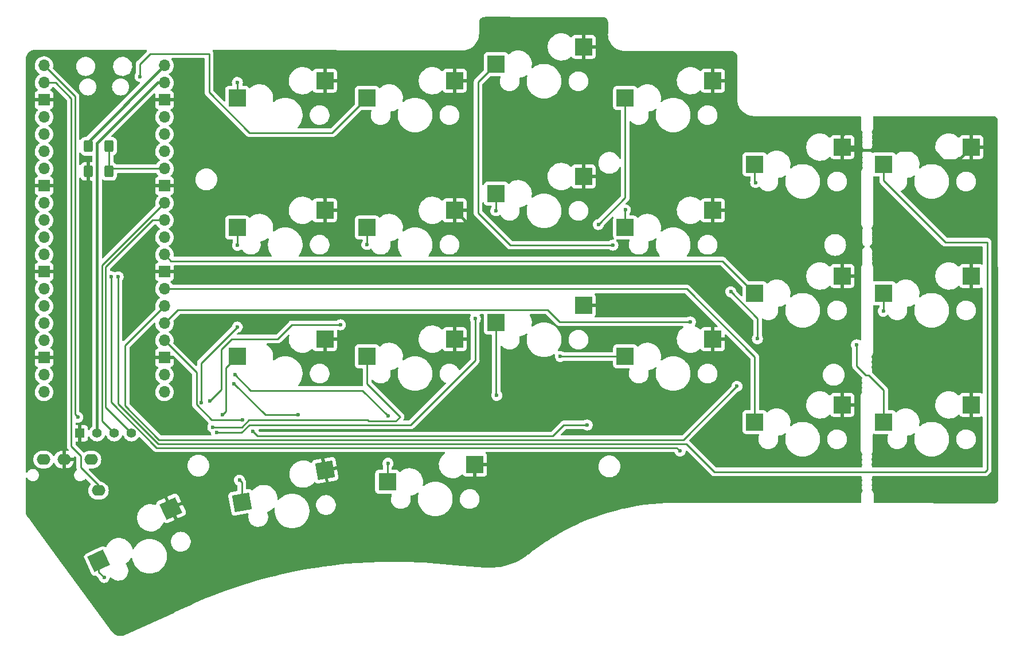
<source format=gbl>
%TF.GenerationSoftware,KiCad,Pcbnew,6.0.2+dfsg-1*%
%TF.CreationDate,2023-08-25T19:39:30+02:00*%
%TF.ProjectId,max,6d61782e-6b69-4636-9164-5f7063625858,rev1.0*%
%TF.SameCoordinates,Original*%
%TF.FileFunction,Copper,L2,Bot*%
%TF.FilePolarity,Positive*%
%FSLAX46Y46*%
G04 Gerber Fmt 4.6, Leading zero omitted, Abs format (unit mm)*
G04 Created by KiCad (PCBNEW 6.0.2+dfsg-1) date 2023-08-25 19:39:30*
%MOMM*%
%LPD*%
G01*
G04 APERTURE LIST*
G04 Aperture macros list*
%AMRoundRect*
0 Rectangle with rounded corners*
0 $1 Rounding radius*
0 $2 $3 $4 $5 $6 $7 $8 $9 X,Y pos of 4 corners*
0 Add a 4 corners polygon primitive as box body*
4,1,4,$2,$3,$4,$5,$6,$7,$8,$9,$2,$3,0*
0 Add four circle primitives for the rounded corners*
1,1,$1+$1,$2,$3*
1,1,$1+$1,$4,$5*
1,1,$1+$1,$6,$7*
1,1,$1+$1,$8,$9*
0 Add four rect primitives between the rounded corners*
20,1,$1+$1,$2,$3,$4,$5,0*
20,1,$1+$1,$4,$5,$6,$7,0*
20,1,$1+$1,$6,$7,$8,$9,0*
20,1,$1+$1,$8,$9,$2,$3,0*%
%AMRotRect*
0 Rectangle, with rotation*
0 The origin of the aperture is its center*
0 $1 length*
0 $2 width*
0 $3 Rotation angle, in degrees counterclockwise*
0 Add horizontal line*
21,1,$1,$2,0,0,$3*%
G04 Aperture macros list end*
%TA.AperFunction,SMDPad,CuDef*%
%ADD10R,2.550000X2.500000*%
%TD*%
%TA.AperFunction,ComponentPad*%
%ADD11O,1.700000X1.700000*%
%TD*%
%TA.AperFunction,ComponentPad*%
%ADD12R,1.700000X1.700000*%
%TD*%
%TA.AperFunction,ComponentPad*%
%ADD13O,2.000000X1.600000*%
%TD*%
%TA.AperFunction,SMDPad,CuDef*%
%ADD14RotRect,2.550000X2.500000X205.000000*%
%TD*%
%TA.AperFunction,SMDPad,CuDef*%
%ADD15RotRect,2.550000X2.500000X190.000000*%
%TD*%
%TA.AperFunction,SMDPad,CuDef*%
%ADD16RoundRect,0.250000X0.400000X0.625000X-0.400000X0.625000X-0.400000X-0.625000X0.400000X-0.625000X0*%
%TD*%
%TA.AperFunction,SMDPad,CuDef*%
%ADD17RoundRect,0.250000X-0.400000X-0.625000X0.400000X-0.625000X0.400000X0.625000X-0.400000X0.625000X0*%
%TD*%
%TA.AperFunction,ComponentPad*%
%ADD18C,1.397000*%
%TD*%
%TA.AperFunction,ComponentPad*%
%ADD19R,1.397000X1.397000*%
%TD*%
%TA.AperFunction,ViaPad*%
%ADD20C,0.600000*%
%TD*%
%TA.AperFunction,Conductor*%
%ADD21C,0.400000*%
%TD*%
%TA.AperFunction,Conductor*%
%ADD22C,0.250000*%
%TD*%
G04 APERTURE END LIST*
D10*
%TO.P,K25,1*%
%TO.N,/k25*%
X100726760Y-91460000D03*
%TO.P,K25,2*%
%TO.N,GND*%
X113653760Y-88920000D03*
%TD*%
%TO.P,K24,1*%
%TO.N,/k24*%
X119894611Y-91460000D03*
%TO.P,K24,2*%
%TO.N,GND*%
X132821611Y-88920000D03*
%TD*%
%TO.P,K13,1*%
%TO.N,/k13*%
X138940992Y-67413317D03*
%TO.P,K13,2*%
%TO.N,GND*%
X151867992Y-64873317D03*
%TD*%
%TO.P,K2,1*%
%TO.N,/k01*%
X196182034Y-63064957D03*
%TO.P,K2,2*%
%TO.N,GND*%
X209109034Y-60524957D03*
%TD*%
%TO.P,K21,1*%
%TO.N,/k21*%
X196182034Y-101164957D03*
%TO.P,K21,2*%
%TO.N,GND*%
X209109034Y-98624957D03*
%TD*%
%TO.P,K10,1*%
%TO.N,/k10*%
X177132034Y-82114957D03*
%TO.P,K10,2*%
%TO.N,GND*%
X190059034Y-79574957D03*
%TD*%
D11*
%TO.P,U2,1,GPIO0*%
%TO.N,tx*%
X72186800Y-48465000D03*
%TO.P,U2,2,GPIO1*%
%TO.N,rx*%
X72186800Y-51005000D03*
D12*
%TO.P,U2,3,GND*%
%TO.N,GND*%
X72186800Y-53545000D03*
D11*
%TO.P,U2,4,GPIO2*%
%TO.N,/k05*%
X72186800Y-56085000D03*
%TO.P,U2,5,GPIO3*%
%TO.N,/k04*%
X72186800Y-58625000D03*
%TO.P,U2,6,GPIO4*%
%TO.N,/k01*%
X72186800Y-61165000D03*
%TO.P,U2,7,GPIO5*%
%TO.N,/k00*%
X72186800Y-63705000D03*
D12*
%TO.P,U2,8,GND*%
%TO.N,GND*%
X72186800Y-66245000D03*
D11*
%TO.P,U2,9,GPIO6*%
%TO.N,/k22*%
X72186800Y-68785000D03*
%TO.P,U2,10,GPIO7*%
%TO.N,/k23*%
X72186800Y-71325000D03*
%TO.P,U2,11,GPIO8*%
%TO.N,/k15*%
X72186800Y-73865000D03*
%TO.P,U2,12,GPIO9*%
%TO.N,/k14*%
X72186800Y-76405000D03*
D12*
%TO.P,U2,13,GND*%
%TO.N,GND*%
X72186800Y-78945000D03*
D11*
%TO.P,U2,14,GPIO10*%
%TO.N,/k12*%
X72186800Y-81485000D03*
%TO.P,U2,15,GPIO11*%
%TO.N,/k02*%
X72186800Y-84025000D03*
%TO.P,U2,16,GPIO12*%
%TO.N,/k25*%
X72186800Y-86565000D03*
%TO.P,U2,17,GPIO13*%
%TO.N,/k24*%
X72186800Y-89105000D03*
D12*
%TO.P,U2,18,GND*%
%TO.N,GND*%
X72186800Y-91645000D03*
D11*
%TO.P,U2,19,GPIO14*%
%TO.N,/k13*%
X72186800Y-94185000D03*
%TO.P,U2,20,GPIO15*%
%TO.N,/k03*%
X72186800Y-96725000D03*
%TO.P,U2,21,GPIO16*%
%TO.N,/k32*%
X89966800Y-96725000D03*
%TO.P,U2,22,GPIO17*%
%TO.N,/k30*%
X89966800Y-94185000D03*
D12*
%TO.P,U2,23,GND*%
%TO.N,GND*%
X89966800Y-91645000D03*
D11*
%TO.P,U2,24,GPIO18*%
%TO.N,/k31*%
X89966800Y-89105000D03*
%TO.P,U2,25,GPIO19*%
%TO.N,/k21*%
X89966800Y-86565000D03*
%TO.P,U2,26,GPIO20*%
%TO.N,/k11*%
X89966800Y-84025000D03*
%TO.P,U2,27,GPIO21*%
%TO.N,/k20*%
X89966800Y-81485000D03*
D12*
%TO.P,U2,28,GND*%
%TO.N,GND*%
X89966800Y-78945000D03*
D11*
%TO.P,U2,29,GPIO22*%
%TO.N,/k10*%
X89966800Y-76405000D03*
%TO.P,U2,30,RUN*%
%TO.N,unconnected-(U2-Pad30)*%
X89966800Y-73865000D03*
%TO.P,U2,31,GPIO26_I2C1_SDA*%
%TO.N,SDA*%
X89966800Y-71325000D03*
%TO.P,U2,32,GPIO27_I2C1_SCL*%
%TO.N,SCL*%
X89966800Y-68785000D03*
D12*
%TO.P,U2,33,AGND*%
%TO.N,GND*%
X89966800Y-66245000D03*
D11*
%TO.P,U2,34,GPIO28_ADC2*%
%TO.N,vbus_sense*%
X89966800Y-63705000D03*
%TO.P,U2,35,ADC_VREF*%
%TO.N,unconnected-(U2-Pad35)*%
X89966800Y-61165000D03*
%TO.P,U2,36,3V3*%
%TO.N,unconnected-(U2-Pad36)*%
X89966800Y-58625000D03*
%TO.P,U2,37,3V3_EN*%
%TO.N,unconnected-(U2-Pad37)*%
X89966800Y-56085000D03*
D12*
%TO.P,U2,38,GND*%
%TO.N,GND*%
X89966800Y-53545000D03*
D11*
%TO.P,U2,39,VSYS*%
%TO.N,VCC*%
X89966800Y-51005000D03*
%TO.P,U2,40,VBUS*%
%TO.N,VBUS*%
X89966800Y-48465000D03*
%TD*%
D10*
%TO.P,K04,1*%
%TO.N,/k04*%
X119894611Y-53248342D03*
%TO.P,K04,2*%
%TO.N,GND*%
X132821611Y-50708342D03*
%TD*%
%TO.P,K22,1*%
%TO.N,/k22*%
X158015000Y-91460000D03*
%TO.P,K22,2*%
%TO.N,GND*%
X170942000Y-88920000D03*
%TD*%
%TO.P,K30,1*%
%TO.N,/k30*%
X122884267Y-109995102D03*
%TO.P,K30,2*%
%TO.N,GND*%
X135811267Y-107455102D03*
%TD*%
%TO.P,K00,1*%
%TO.N,/k00*%
X177132034Y-63064957D03*
%TO.P,K00,2*%
%TO.N,GND*%
X190059034Y-60524957D03*
%TD*%
%TO.P,K03,1*%
%TO.N,/k03*%
X138940992Y-48248342D03*
%TO.P,K03,2*%
%TO.N,GND*%
X151867992Y-45708342D03*
%TD*%
%TO.P,K02,1*%
%TO.N,/k02*%
X158015000Y-53248342D03*
%TO.P,K02,2*%
%TO.N,GND*%
X170942000Y-50708342D03*
%TD*%
%TO.P,K12,1*%
%TO.N,/k12*%
X158015000Y-72413317D03*
%TO.P,K12,2*%
%TO.N,GND*%
X170942000Y-69873317D03*
%TD*%
%TO.P,K14,1*%
%TO.N,/k14*%
X119894611Y-72413317D03*
%TO.P,K14,2*%
%TO.N,GND*%
X132821611Y-69873317D03*
%TD*%
%TO.P,K20,1*%
%TO.N,/k20*%
X177132034Y-101164957D03*
%TO.P,K20,2*%
%TO.N,GND*%
X190059034Y-98624957D03*
%TD*%
D13*
%TO.P,J1,1,SLEEVE*%
%TO.N,rx*%
X80230000Y-111300000D03*
%TO.P,J1,2,TIP*%
%TO.N,VCC*%
X79130000Y-106700000D03*
%TO.P,J1,3,RING1*%
%TO.N,GND*%
X75130000Y-106700000D03*
%TO.P,J1,4,RING2*%
%TO.N,tx*%
X72130000Y-106700000D03*
%TD*%
D10*
%TO.P,K11,1*%
%TO.N,/k11*%
X196182034Y-82114957D03*
%TO.P,K11,2*%
%TO.N,GND*%
X209109034Y-79574957D03*
%TD*%
%TO.P,K15,1*%
%TO.N,/k15*%
X100726760Y-72413317D03*
%TO.P,K15,2*%
%TO.N,GND*%
X113653760Y-69873317D03*
%TD*%
D14*
%TO.P,K32,1*%
%TO.N,/k32*%
X80285359Y-121692229D03*
%TO.P,K32,2*%
%TO.N,GND*%
X90927749Y-113927021D03*
%TD*%
D10*
%TO.P,K23,1*%
%TO.N,/k23*%
X138940992Y-86460000D03*
%TO.P,K23,2*%
%TO.N,GND*%
X151867992Y-83920000D03*
%TD*%
%TO.P,K05,1*%
%TO.N,/k05*%
X100726760Y-53248342D03*
%TO.P,K05,2*%
%TO.N,GND*%
X113653760Y-50708342D03*
%TD*%
D15*
%TO.P,K31,1*%
%TO.N,/k31*%
X101400694Y-113036571D03*
%TO.P,K31,2*%
%TO.N,GND*%
X113690237Y-108290409D03*
%TD*%
D16*
%TO.P,R2,1*%
%TO.N,vbus_sense*%
X81788552Y-64109600D03*
%TO.P,R2,2*%
%TO.N,GND*%
X78688552Y-64109600D03*
%TD*%
D17*
%TO.P,R1,1*%
%TO.N,VBUS*%
X78688552Y-60401200D03*
%TO.P,R1,2*%
%TO.N,vbus_sense*%
X81788552Y-60401200D03*
%TD*%
D18*
%TO.P,J2,1,Pin_1*%
%TO.N,SDA*%
X85090001Y-102819602D03*
%TO.P,J2,2,Pin_2*%
%TO.N,SCL*%
X82550001Y-102819602D03*
%TO.P,J2,3,Pin_3*%
%TO.N,VCC*%
X80010001Y-102819602D03*
D19*
%TO.P,J2,4,Pin_4*%
%TO.N,GND*%
X77470001Y-102819602D03*
%TD*%
D20*
%TO.N,GND*%
X195770513Y-67186168D03*
X190500000Y-58420000D03*
X135906994Y-74459228D03*
X132841861Y-86184690D03*
X196605321Y-60125192D03*
%TO.N,/k00*%
X173596281Y-81900954D03*
X82102737Y-79679749D03*
X177539305Y-88852058D03*
X166115635Y-105437924D03*
X177271176Y-65750370D03*
%TO.N,/k01*%
X83133627Y-79701766D03*
%TO.N,/k02*%
X154038106Y-71974174D03*
X154038106Y-71974174D03*
%TO.N,/k03*%
X103034364Y-102517441D03*
X152400000Y-101600000D03*
X156200141Y-75021157D03*
%TO.N,/k04*%
X86360000Y-50086935D03*
%TO.N,/k05*%
X100736700Y-50965646D03*
%TO.N,/k11*%
X196116958Y-84779785D03*
X174513530Y-95889711D03*
%TO.N,/k12*%
X158043839Y-69805109D03*
%TO.N,/k13*%
X135872758Y-85886969D03*
X97660009Y-102740009D03*
X138887613Y-69931950D03*
%TO.N,/k14*%
X115954680Y-86789520D03*
X119857054Y-74919799D03*
X96697468Y-98022720D03*
%TO.N,/k15*%
X100775939Y-75061445D03*
X95419501Y-98295465D03*
X100734564Y-87123190D03*
%TO.N,/k21*%
X192164901Y-89746261D03*
X89966800Y-86565000D03*
X167640000Y-86360000D03*
%TO.N,/k22*%
X148436043Y-91473874D03*
%TO.N,/k23*%
X139041931Y-97225724D03*
%TO.N,/k24*%
X97109767Y-101910518D03*
%TO.N,/k25*%
X98529073Y-100116127D03*
%TO.N,/k30*%
X122993152Y-100276035D03*
X122984378Y-107264364D03*
X122993152Y-100276035D03*
X100375346Y-94176034D03*
%TO.N,/k31*%
X101488300Y-100808980D03*
X101038524Y-109750388D03*
%TO.N,/k32*%
X81073031Y-124129043D03*
X109710349Y-100097347D03*
X100224919Y-95472714D03*
%TO.N,tx*%
X77175635Y-100454196D03*
%TD*%
D21*
%TO.N,GND*%
X190059034Y-60524957D02*
X190059034Y-58860966D01*
X190059034Y-58860966D02*
X190500000Y-58420000D01*
X203485037Y-60960000D02*
X190494077Y-60960000D01*
X132100000Y-88920000D02*
X132080000Y-88900000D01*
X132821611Y-69873317D02*
X135906994Y-72958700D01*
X135906994Y-72958700D02*
X135906994Y-74459228D01*
X207134513Y-62474478D02*
X204999515Y-62474478D01*
X132821611Y-88920000D02*
X132100000Y-88920000D01*
X204999515Y-62474478D02*
X203485037Y-60960000D01*
X209109034Y-60524957D02*
X209084034Y-60524957D01*
X190494077Y-60960000D02*
X190059034Y-60524957D01*
X209084034Y-60524957D02*
X207134513Y-62474478D01*
D22*
%TO.N,/k00*%
X165629681Y-104951970D02*
X166115635Y-105437924D01*
X88810547Y-104951970D02*
X96161258Y-104951970D01*
X82102737Y-79679749D02*
X82102737Y-98244160D01*
X177132034Y-65611228D02*
X177271176Y-65750370D01*
X96161258Y-104951970D02*
X97972107Y-104951970D01*
X177539305Y-85843978D02*
X173596281Y-81900954D01*
X97972107Y-104951970D02*
X98717199Y-104951970D01*
X82102737Y-98244160D02*
X88810547Y-104951970D01*
X98717199Y-104951970D02*
X165629681Y-104951970D01*
X177132034Y-63064957D02*
X177132034Y-65611228D01*
X177539305Y-88852058D02*
X177539305Y-85843978D01*
%TO.N,/k01*%
X89038165Y-104402450D02*
X167025405Y-104402450D01*
X211445377Y-74591110D02*
X205300030Y-74591110D01*
X83133627Y-79701766D02*
X83088304Y-79747089D01*
X83088304Y-98452589D02*
X89038165Y-104402450D01*
X83088304Y-79747089D02*
X83088304Y-98452589D01*
X205300030Y-74591110D02*
X196182034Y-65473114D01*
X196182034Y-65473114D02*
X196182034Y-63064957D01*
X211445378Y-108237492D02*
X211445377Y-74591110D01*
X167025405Y-104402450D02*
X171153125Y-108530170D01*
X211152700Y-108530170D02*
X211445378Y-108237492D01*
X171153125Y-108530170D02*
X211152700Y-108530170D01*
%TO.N,/k02*%
X158015000Y-53248342D02*
X158015000Y-67997280D01*
X158015000Y-67997280D02*
X154038106Y-71974174D01*
%TO.N,/k03*%
X148939416Y-101600000D02*
X152400000Y-101600000D01*
X156200141Y-75021157D02*
X141061157Y-75021157D01*
X147320000Y-103219416D02*
X148939416Y-101600000D01*
X103034364Y-102517441D02*
X103736339Y-103219416D01*
X136281773Y-70241773D02*
X136281773Y-50907561D01*
X136281773Y-50907561D02*
X138940992Y-48248342D01*
X141061157Y-75021157D02*
X136281773Y-70241773D01*
X103736339Y-103219416D02*
X147320000Y-103219416D01*
%TO.N,/k04*%
X87885582Y-46734418D02*
X96558739Y-46734418D01*
X102510568Y-58406172D02*
X114736781Y-58406172D01*
X86360000Y-48260000D02*
X86360000Y-50086935D01*
X114736781Y-58406172D02*
X119894611Y-53248342D01*
X96558739Y-52454343D02*
X102510568Y-58406172D01*
X87885582Y-46734418D02*
X86360000Y-48260000D01*
X96558739Y-46734418D02*
X96558739Y-52454343D01*
%TO.N,/k05*%
X100736700Y-50965646D02*
X100736700Y-53238402D01*
X100736700Y-53238402D02*
X100726760Y-53248342D01*
%TO.N,/k10*%
X89966800Y-76405000D02*
X90939638Y-77377838D01*
X90939638Y-77377838D02*
X172394915Y-77377838D01*
X172394915Y-77377838D02*
X177132034Y-82114957D01*
%TO.N,/k11*%
X84146426Y-89845374D02*
X84146426Y-98733574D01*
X196182034Y-84714709D02*
X196116958Y-84779785D01*
X95783787Y-103768936D02*
X166634305Y-103768936D01*
X89181788Y-103768936D02*
X95783787Y-103768936D01*
X84146426Y-98733574D02*
X89181788Y-103768936D01*
X166634305Y-103768936D02*
X174513530Y-95889711D01*
X196182034Y-82114957D02*
X196182034Y-84714709D01*
X89966800Y-84025000D02*
X84146426Y-89845374D01*
%TO.N,/k12*%
X158015000Y-72413317D02*
X158015000Y-69833948D01*
X158015000Y-69833948D02*
X158043839Y-69805109D01*
%TO.N,/k13*%
X138940992Y-67413317D02*
X138940992Y-69878571D01*
X138940992Y-69878571D02*
X138887613Y-69931950D01*
X97660009Y-102740009D02*
X101359023Y-102740009D01*
X126332768Y-101600000D02*
X135872758Y-92060010D01*
X135872758Y-92060010D02*
X135872758Y-85886969D01*
X102499032Y-101600000D02*
X126332768Y-101600000D01*
X101359023Y-102740009D02*
X102499032Y-101600000D01*
%TO.N,/k14*%
X96697468Y-98022720D02*
X98362787Y-96357401D01*
X99912738Y-88900000D02*
X106680000Y-88900000D01*
X98362787Y-90449951D02*
X99912738Y-88900000D01*
X106680000Y-88900000D02*
X108790480Y-86789520D01*
X119894611Y-74882242D02*
X119857054Y-74919799D01*
X98362787Y-96357401D02*
X98362787Y-90449951D01*
X119894611Y-72413317D02*
X119894611Y-74882242D01*
X108790480Y-86789520D02*
X115954680Y-86789520D01*
%TO.N,/k15*%
X100726760Y-72413317D02*
X100726760Y-75012266D01*
X95419501Y-98295465D02*
X95419501Y-92438253D01*
X100726760Y-75012266D02*
X100775939Y-75061445D01*
X95419501Y-92438253D02*
X100734564Y-87123190D01*
%TO.N,/k20*%
X177132034Y-91536012D02*
X177132034Y-101164957D01*
X167081022Y-81485000D02*
X177132034Y-91536012D01*
X89966800Y-81485000D02*
X167081022Y-81485000D01*
%TO.N,/k21*%
X192164901Y-89746261D02*
X192164901Y-92866128D01*
X193539575Y-94240802D02*
X193988194Y-94240802D01*
X193993665Y-94235331D02*
X196182034Y-96423700D01*
X89966800Y-86565000D02*
X91946321Y-84585479D01*
X193988194Y-94240802D02*
X193993665Y-94235331D01*
X148355018Y-86360000D02*
X167640000Y-86360000D01*
X196182034Y-96423700D02*
X196182034Y-101164957D01*
X91946321Y-84585479D02*
X146580497Y-84585479D01*
X146580497Y-84585479D02*
X148355018Y-86360000D01*
X192164901Y-92866128D02*
X193539575Y-94240802D01*
%TO.N,/k22*%
X148436043Y-91473874D02*
X148449917Y-91460000D01*
X148449917Y-91460000D02*
X158015000Y-91460000D01*
%TO.N,/k23*%
X139041931Y-97225724D02*
X138940992Y-97124785D01*
X138940992Y-97124785D02*
X138940992Y-86460000D01*
%TO.N,/k24*%
X124766089Y-100380508D02*
X119894611Y-95509030D01*
X102455848Y-100866046D02*
X119947012Y-100866046D01*
X101411376Y-101910518D02*
X102455848Y-100866046D01*
X119894611Y-95509030D02*
X119894611Y-91460000D01*
X120123632Y-101042666D02*
X124103931Y-101042666D01*
X119947012Y-100866046D02*
X120123632Y-101042666D01*
X97109767Y-101910518D02*
X101411376Y-101910518D01*
X124103931Y-101042666D02*
X124766089Y-100380508D01*
%TO.N,/k25*%
X99060000Y-93126760D02*
X99060000Y-99585200D01*
X100726760Y-91460000D02*
X99060000Y-93126760D01*
X99060000Y-99585200D02*
X98529073Y-100116127D01*
%TO.N,/k30*%
X122884267Y-107364475D02*
X122984378Y-107264364D01*
X111760000Y-96520000D02*
X119237117Y-96520000D01*
X122884267Y-109995102D02*
X122884267Y-107364475D01*
X119237117Y-96520000D02*
X122993152Y-100276035D01*
X102719312Y-96520000D02*
X111760000Y-96520000D01*
X100375346Y-94176034D02*
X102719312Y-96520000D01*
%TO.N,/k31*%
X94694990Y-93833190D02*
X94694990Y-98595568D01*
X101456642Y-100840638D02*
X101488300Y-100808980D01*
X96940060Y-100840638D02*
X101456642Y-100840638D01*
X101400694Y-113036571D02*
X101400694Y-110112558D01*
X101400694Y-110112558D02*
X101038524Y-109750388D01*
X94694990Y-98595568D02*
X96940060Y-100840638D01*
X89966800Y-89105000D02*
X94694990Y-93833190D01*
%TO.N,/k32*%
X80285359Y-121692229D02*
X80285359Y-123341371D01*
X100224919Y-95472714D02*
X104849552Y-100097347D01*
X80285359Y-123341371D02*
X81073031Y-124129043D01*
X104849552Y-100097347D02*
X109710349Y-100097347D01*
%TO.N,rx*%
X77605480Y-106151366D02*
X77605480Y-107889446D01*
X73865000Y-51005000D02*
X76200000Y-53340000D01*
X80230000Y-110513966D02*
X80230000Y-111300000D01*
X76200000Y-104745886D02*
X77605480Y-106151366D01*
X76200000Y-53340000D02*
X76200000Y-104745886D01*
X72186800Y-51005000D02*
X73865000Y-51005000D01*
X77605480Y-107889446D02*
X80230000Y-110513966D01*
%TO.N,tx*%
X76749519Y-100035733D02*
X77167982Y-100454196D01*
X72186800Y-48465000D02*
X76749520Y-53027720D01*
X76749520Y-53027720D02*
X76749519Y-53567619D01*
X77167982Y-100454196D02*
X77175635Y-100454196D01*
X76749519Y-53567619D02*
X76749519Y-100035733D01*
D21*
%TO.N,VBUS*%
X78688552Y-59743248D02*
X78688552Y-60401200D01*
X89966800Y-48465000D02*
X78688552Y-59743248D01*
D22*
%TO.N,vbus_sense*%
X81788552Y-64109600D02*
X82193152Y-63705000D01*
X81788552Y-64109600D02*
X81788552Y-60401200D01*
X82193152Y-63705000D02*
X89966800Y-63705000D01*
%TO.N,SCL*%
X82550001Y-102819602D02*
X80734521Y-101004122D01*
X80734521Y-101004122D02*
X80734521Y-78017279D01*
X80734521Y-78017279D02*
X89966800Y-68785000D01*
%TO.N,SDA*%
X85090001Y-102819602D02*
X81284041Y-99013642D01*
X81284041Y-78244897D02*
X88203938Y-71325000D01*
X81284041Y-99013642D02*
X81284041Y-78244897D01*
X88203938Y-71325000D02*
X89966800Y-71325000D01*
D21*
%TO.N,VCC*%
X88958350Y-51005000D02*
X89966800Y-51005000D01*
X80010001Y-59953349D02*
X88958350Y-51005000D01*
X80010001Y-102819602D02*
X80010001Y-59953349D01*
%TD*%
%TA.AperFunction,Conductor*%
%TO.N,GND*%
G36*
X87258838Y-46161248D02*
G01*
X87326930Y-46181348D01*
X87373346Y-46235070D01*
X87383350Y-46305358D01*
X87353764Y-46369897D01*
X87347754Y-46376342D01*
X86657061Y-47067034D01*
X85967747Y-47756348D01*
X85959461Y-47763888D01*
X85952982Y-47768000D01*
X85947557Y-47773777D01*
X85906357Y-47817651D01*
X85903602Y-47820493D01*
X85883865Y-47840230D01*
X85881385Y-47843427D01*
X85873682Y-47852447D01*
X85843414Y-47884679D01*
X85839595Y-47891625D01*
X85839593Y-47891628D01*
X85833652Y-47902434D01*
X85822801Y-47918953D01*
X85810386Y-47934959D01*
X85807241Y-47942228D01*
X85807238Y-47942232D01*
X85792826Y-47975537D01*
X85787609Y-47986187D01*
X85766305Y-48024940D01*
X85764334Y-48032615D01*
X85764334Y-48032616D01*
X85761267Y-48044562D01*
X85754863Y-48063266D01*
X85746819Y-48081855D01*
X85745580Y-48089678D01*
X85745577Y-48089688D01*
X85739901Y-48125524D01*
X85737495Y-48137144D01*
X85728472Y-48172289D01*
X85726500Y-48179970D01*
X85726500Y-48200224D01*
X85724949Y-48219934D01*
X85721780Y-48239943D01*
X85722526Y-48247835D01*
X85725941Y-48283961D01*
X85726500Y-48295819D01*
X85726500Y-49540266D01*
X85706411Y-49608521D01*
X85635054Y-49719245D01*
X85635050Y-49719254D01*
X85631235Y-49725173D01*
X85628826Y-49731793D01*
X85628825Y-49731794D01*
X85577757Y-49872102D01*
X85569197Y-49895620D01*
X85546463Y-50075575D01*
X85564163Y-50256095D01*
X85621418Y-50428208D01*
X85625065Y-50434230D01*
X85625066Y-50434232D01*
X85711081Y-50576260D01*
X85715380Y-50583359D01*
X85720269Y-50588422D01*
X85720270Y-50588423D01*
X85785316Y-50655779D01*
X85841382Y-50713837D01*
X85895988Y-50749570D01*
X85986906Y-50809065D01*
X85993159Y-50813157D01*
X85999763Y-50815613D01*
X85999765Y-50815614D01*
X86156558Y-50873925D01*
X86156560Y-50873925D01*
X86163168Y-50876383D01*
X86229704Y-50885261D01*
X86254802Y-50888610D01*
X86319679Y-50917446D01*
X86358667Y-50976779D01*
X86359387Y-51047772D01*
X86327232Y-51102598D01*
X78449035Y-58980795D01*
X78386723Y-59014821D01*
X78359940Y-59017700D01*
X78238152Y-59017700D01*
X78234906Y-59018037D01*
X78234902Y-59018037D01*
X78139244Y-59027962D01*
X78139240Y-59027963D01*
X78132386Y-59028674D01*
X78125850Y-59030855D01*
X78125848Y-59030855D01*
X78020516Y-59065997D01*
X77964606Y-59084650D01*
X77814204Y-59177722D01*
X77689247Y-59302897D01*
X77685407Y-59309127D01*
X77685406Y-59309128D01*
X77616279Y-59421272D01*
X77563506Y-59468766D01*
X77493435Y-59480189D01*
X77428311Y-59451915D01*
X77388811Y-59392920D01*
X77383019Y-59355156D01*
X77383019Y-53527763D01*
X77383020Y-53106494D01*
X77383548Y-53095304D01*
X77385222Y-53087812D01*
X77383082Y-53019720D01*
X77383020Y-53015762D01*
X77383020Y-52987865D01*
X77382516Y-52983874D01*
X77381583Y-52972031D01*
X77380443Y-52935750D01*
X77380443Y-52935749D01*
X77380194Y-52927831D01*
X77374541Y-52908372D01*
X77370532Y-52889013D01*
X77368988Y-52876793D01*
X77367994Y-52868924D01*
X77365076Y-52861554D01*
X77365075Y-52861550D01*
X77351721Y-52827822D01*
X77347876Y-52816592D01*
X77337750Y-52781737D01*
X77337750Y-52781736D01*
X77335539Y-52774127D01*
X77331506Y-52767308D01*
X77331504Y-52767303D01*
X77325228Y-52756692D01*
X77316531Y-52738942D01*
X77309073Y-52720104D01*
X77283084Y-52684333D01*
X77276569Y-52674415D01*
X77258100Y-52643185D01*
X77258098Y-52643182D01*
X77254062Y-52636358D01*
X77239742Y-52622038D01*
X77226901Y-52607004D01*
X77219652Y-52597027D01*
X77214993Y-52590614D01*
X77180916Y-52562423D01*
X77172137Y-52554433D01*
X76242704Y-51625000D01*
X77388493Y-51625000D01*
X77407685Y-51844371D01*
X77464680Y-52057076D01*
X77504944Y-52143423D01*
X77555418Y-52251666D01*
X77555421Y-52251671D01*
X77557744Y-52256653D01*
X77560900Y-52261160D01*
X77560901Y-52261162D01*
X77673813Y-52422416D01*
X77684051Y-52437038D01*
X77839762Y-52592749D01*
X77844271Y-52595906D01*
X77844273Y-52595908D01*
X77879413Y-52620513D01*
X78020146Y-52719056D01*
X78219724Y-52812120D01*
X78432429Y-52869115D01*
X78651800Y-52888307D01*
X78871171Y-52869115D01*
X79083876Y-52812120D01*
X79283454Y-52719056D01*
X79424187Y-52620513D01*
X79459327Y-52595908D01*
X79459329Y-52595906D01*
X79463838Y-52592749D01*
X79619549Y-52437038D01*
X79629788Y-52422416D01*
X79742699Y-52261162D01*
X79742700Y-52261160D01*
X79745856Y-52256653D01*
X79748179Y-52251671D01*
X79748182Y-52251666D01*
X79798656Y-52143423D01*
X79838920Y-52057076D01*
X79895915Y-51844371D01*
X79915107Y-51625000D01*
X82238493Y-51625000D01*
X82257685Y-51844371D01*
X82314680Y-52057076D01*
X82354944Y-52143423D01*
X82405418Y-52251666D01*
X82405421Y-52251671D01*
X82407744Y-52256653D01*
X82410900Y-52261160D01*
X82410901Y-52261162D01*
X82523813Y-52422416D01*
X82534051Y-52437038D01*
X82689762Y-52592749D01*
X82694271Y-52595906D01*
X82694273Y-52595908D01*
X82729413Y-52620513D01*
X82870146Y-52719056D01*
X83069724Y-52812120D01*
X83282429Y-52869115D01*
X83501800Y-52888307D01*
X83721171Y-52869115D01*
X83933876Y-52812120D01*
X84133454Y-52719056D01*
X84274187Y-52620513D01*
X84309327Y-52595908D01*
X84309329Y-52595906D01*
X84313838Y-52592749D01*
X84469549Y-52437038D01*
X84479788Y-52422416D01*
X84592699Y-52261162D01*
X84592700Y-52261160D01*
X84595856Y-52256653D01*
X84598179Y-52251671D01*
X84598182Y-52251666D01*
X84648656Y-52143423D01*
X84688920Y-52057076D01*
X84745915Y-51844371D01*
X84765107Y-51625000D01*
X84745915Y-51405629D01*
X84688920Y-51192924D01*
X84645385Y-51099562D01*
X84598182Y-50998334D01*
X84598179Y-50998329D01*
X84595856Y-50993347D01*
X84592366Y-50988363D01*
X84472708Y-50817473D01*
X84472706Y-50817470D01*
X84469549Y-50812962D01*
X84313838Y-50657251D01*
X84292728Y-50642469D01*
X84229159Y-50597958D01*
X84133454Y-50530944D01*
X83933876Y-50437880D01*
X83721171Y-50380885D01*
X83501800Y-50361693D01*
X83282429Y-50380885D01*
X83069724Y-50437880D01*
X82976362Y-50481415D01*
X82875134Y-50528618D01*
X82875129Y-50528621D01*
X82870147Y-50530944D01*
X82865640Y-50534100D01*
X82865638Y-50534101D01*
X82694273Y-50654092D01*
X82694270Y-50654094D01*
X82689762Y-50657251D01*
X82534051Y-50812962D01*
X82530894Y-50817470D01*
X82530892Y-50817473D01*
X82411234Y-50988363D01*
X82407744Y-50993347D01*
X82405421Y-50998329D01*
X82405418Y-50998334D01*
X82358215Y-51099562D01*
X82314680Y-51192924D01*
X82257685Y-51405629D01*
X82238493Y-51625000D01*
X79915107Y-51625000D01*
X79895915Y-51405629D01*
X79838920Y-51192924D01*
X79795385Y-51099562D01*
X79748182Y-50998334D01*
X79748179Y-50998329D01*
X79745856Y-50993347D01*
X79742366Y-50988363D01*
X79622708Y-50817473D01*
X79622706Y-50817470D01*
X79619549Y-50812962D01*
X79463838Y-50657251D01*
X79442728Y-50642469D01*
X79379159Y-50597958D01*
X79283454Y-50530944D01*
X79083876Y-50437880D01*
X78871171Y-50380885D01*
X78651800Y-50361693D01*
X78432429Y-50380885D01*
X78219724Y-50437880D01*
X78126362Y-50481415D01*
X78025134Y-50528618D01*
X78025129Y-50528621D01*
X78020147Y-50530944D01*
X78015640Y-50534100D01*
X78015638Y-50534101D01*
X77844273Y-50654092D01*
X77844270Y-50654094D01*
X77839762Y-50657251D01*
X77684051Y-50812962D01*
X77680894Y-50817470D01*
X77680892Y-50817473D01*
X77561234Y-50988363D01*
X77557744Y-50993347D01*
X77555421Y-50998329D01*
X77555418Y-50998334D01*
X77508215Y-51099562D01*
X77464680Y-51192924D01*
X77407685Y-51405629D01*
X77388493Y-51625000D01*
X76242704Y-51625000D01*
X73538018Y-48920313D01*
X73503992Y-48858001D01*
X73506555Y-48794589D01*
X73508873Y-48786962D01*
X73519170Y-48753069D01*
X73544527Y-48560469D01*
X76938895Y-48560469D01*
X76939192Y-48565622D01*
X76939192Y-48565625D01*
X76944867Y-48664041D01*
X76952227Y-48791697D01*
X76953364Y-48796743D01*
X76953365Y-48796749D01*
X76981212Y-48920313D01*
X77003146Y-49017642D01*
X77005088Y-49022424D01*
X77005089Y-49022428D01*
X77082623Y-49213371D01*
X77090284Y-49232237D01*
X77143010Y-49318278D01*
X77200143Y-49411510D01*
X77211301Y-49429719D01*
X77362947Y-49604784D01*
X77541149Y-49752730D01*
X77741122Y-49869584D01*
X77957494Y-49952209D01*
X77962560Y-49953240D01*
X77962561Y-49953240D01*
X77985328Y-49957872D01*
X78184456Y-49998385D01*
X78315124Y-50003176D01*
X78410749Y-50006683D01*
X78410753Y-50006683D01*
X78415913Y-50006872D01*
X78421033Y-50006216D01*
X78421035Y-50006216D01*
X78499540Y-49996159D01*
X78645647Y-49977442D01*
X78650595Y-49975957D01*
X78650602Y-49975956D01*
X78862547Y-49912369D01*
X78867490Y-49910886D01*
X78876076Y-49906680D01*
X79070849Y-49811262D01*
X79070852Y-49811260D01*
X79075484Y-49808991D01*
X79264043Y-49674494D01*
X79428103Y-49511005D01*
X79438530Y-49496495D01*
X79489675Y-49425318D01*
X79563258Y-49322917D01*
X79585196Y-49278530D01*
X79663584Y-49119922D01*
X79663585Y-49119920D01*
X79665878Y-49115280D01*
X79733208Y-48893671D01*
X79763440Y-48664041D01*
X79763522Y-48660691D01*
X79765045Y-48598365D01*
X79765045Y-48598361D01*
X79765127Y-48595000D01*
X79762288Y-48560469D01*
X82388895Y-48560469D01*
X82389192Y-48565622D01*
X82389192Y-48565625D01*
X82394867Y-48664041D01*
X82402227Y-48791697D01*
X82403364Y-48796743D01*
X82403365Y-48796749D01*
X82431212Y-48920313D01*
X82453146Y-49017642D01*
X82455088Y-49022424D01*
X82455089Y-49022428D01*
X82532623Y-49213371D01*
X82540284Y-49232237D01*
X82593010Y-49318278D01*
X82650143Y-49411510D01*
X82661301Y-49429719D01*
X82812947Y-49604784D01*
X82991149Y-49752730D01*
X83191122Y-49869584D01*
X83407494Y-49952209D01*
X83412560Y-49953240D01*
X83412561Y-49953240D01*
X83435328Y-49957872D01*
X83634456Y-49998385D01*
X83765124Y-50003176D01*
X83860749Y-50006683D01*
X83860753Y-50006683D01*
X83865913Y-50006872D01*
X83871033Y-50006216D01*
X83871035Y-50006216D01*
X83949540Y-49996159D01*
X84095647Y-49977442D01*
X84100595Y-49975957D01*
X84100602Y-49975956D01*
X84312547Y-49912369D01*
X84317490Y-49910886D01*
X84326076Y-49906680D01*
X84520849Y-49811262D01*
X84520852Y-49811260D01*
X84525484Y-49808991D01*
X84714043Y-49674494D01*
X84878103Y-49511005D01*
X84888530Y-49496495D01*
X84939675Y-49425318D01*
X85013258Y-49322917D01*
X85035196Y-49278530D01*
X85113584Y-49119922D01*
X85113585Y-49119920D01*
X85115878Y-49115280D01*
X85183208Y-48893671D01*
X85213440Y-48664041D01*
X85213522Y-48660691D01*
X85215045Y-48598365D01*
X85215045Y-48598361D01*
X85215127Y-48595000D01*
X85199490Y-48404805D01*
X85196573Y-48369318D01*
X85196572Y-48369312D01*
X85196149Y-48364167D01*
X85156066Y-48204588D01*
X85140984Y-48144544D01*
X85140983Y-48144540D01*
X85139725Y-48139533D01*
X85133634Y-48125524D01*
X85049430Y-47931868D01*
X85049428Y-47931865D01*
X85047370Y-47927131D01*
X84921564Y-47732665D01*
X84906610Y-47716230D01*
X84841489Y-47644664D01*
X84765687Y-47561358D01*
X84761636Y-47558159D01*
X84761632Y-47558155D01*
X84587977Y-47421011D01*
X84587972Y-47421008D01*
X84583923Y-47417810D01*
X84579407Y-47415317D01*
X84579404Y-47415315D01*
X84385679Y-47308373D01*
X84385675Y-47308371D01*
X84381155Y-47305876D01*
X84376286Y-47304152D01*
X84376282Y-47304150D01*
X84167703Y-47230288D01*
X84167699Y-47230287D01*
X84162828Y-47228562D01*
X84157735Y-47227655D01*
X84157732Y-47227654D01*
X83939895Y-47188851D01*
X83939889Y-47188850D01*
X83934806Y-47187945D01*
X83861896Y-47187054D01*
X83708381Y-47185179D01*
X83708379Y-47185179D01*
X83703211Y-47185116D01*
X83474264Y-47220150D01*
X83254114Y-47292106D01*
X83249526Y-47294494D01*
X83249522Y-47294496D01*
X83053261Y-47396663D01*
X83048672Y-47399052D01*
X83044539Y-47402155D01*
X83044536Y-47402157D01*
X82898439Y-47511850D01*
X82863455Y-47538117D01*
X82854317Y-47547679D01*
X82776169Y-47629457D01*
X82703439Y-47705564D01*
X82700525Y-47709836D01*
X82700524Y-47709837D01*
X82644695Y-47791680D01*
X82572919Y-47896899D01*
X82475402Y-48106981D01*
X82413507Y-48330169D01*
X82388895Y-48560469D01*
X79762288Y-48560469D01*
X79749490Y-48404805D01*
X79746573Y-48369318D01*
X79746572Y-48369312D01*
X79746149Y-48364167D01*
X79706066Y-48204588D01*
X79690984Y-48144544D01*
X79690983Y-48144540D01*
X79689725Y-48139533D01*
X79683634Y-48125524D01*
X79599430Y-47931868D01*
X79599428Y-47931865D01*
X79597370Y-47927131D01*
X79471564Y-47732665D01*
X79456610Y-47716230D01*
X79391489Y-47644664D01*
X79315687Y-47561358D01*
X79311636Y-47558159D01*
X79311632Y-47558155D01*
X79137977Y-47421011D01*
X79137972Y-47421008D01*
X79133923Y-47417810D01*
X79129407Y-47415317D01*
X79129404Y-47415315D01*
X78935679Y-47308373D01*
X78935675Y-47308371D01*
X78931155Y-47305876D01*
X78926286Y-47304152D01*
X78926282Y-47304150D01*
X78717703Y-47230288D01*
X78717699Y-47230287D01*
X78712828Y-47228562D01*
X78707735Y-47227655D01*
X78707732Y-47227654D01*
X78489895Y-47188851D01*
X78489889Y-47188850D01*
X78484806Y-47187945D01*
X78411896Y-47187054D01*
X78258381Y-47185179D01*
X78258379Y-47185179D01*
X78253211Y-47185116D01*
X78024264Y-47220150D01*
X77804114Y-47292106D01*
X77799526Y-47294494D01*
X77799522Y-47294496D01*
X77603261Y-47396663D01*
X77598672Y-47399052D01*
X77594539Y-47402155D01*
X77594536Y-47402157D01*
X77448439Y-47511850D01*
X77413455Y-47538117D01*
X77404317Y-47547679D01*
X77326169Y-47629457D01*
X77253439Y-47705564D01*
X77250525Y-47709836D01*
X77250524Y-47709837D01*
X77194695Y-47791680D01*
X77122919Y-47896899D01*
X77025402Y-48106981D01*
X76963507Y-48330169D01*
X76938895Y-48560469D01*
X73544527Y-48560469D01*
X73548329Y-48531590D01*
X73548411Y-48528240D01*
X73549874Y-48468365D01*
X73549874Y-48468361D01*
X73549956Y-48465000D01*
X73531652Y-48242361D01*
X73477231Y-48025702D01*
X73388154Y-47820840D01*
X73266814Y-47633277D01*
X73116470Y-47468051D01*
X73112419Y-47464852D01*
X73112415Y-47464848D01*
X72945214Y-47332800D01*
X72945210Y-47332798D01*
X72941159Y-47329598D01*
X72898187Y-47305876D01*
X72888936Y-47300769D01*
X72745589Y-47221638D01*
X72740720Y-47219914D01*
X72740716Y-47219912D01*
X72539887Y-47148795D01*
X72539883Y-47148794D01*
X72535012Y-47147069D01*
X72529919Y-47146162D01*
X72529916Y-47146161D01*
X72320173Y-47108800D01*
X72320167Y-47108799D01*
X72315084Y-47107894D01*
X72241252Y-47106992D01*
X72096881Y-47105228D01*
X72096879Y-47105228D01*
X72091711Y-47105165D01*
X71870891Y-47138955D01*
X71658556Y-47208357D01*
X71632815Y-47221757D01*
X71474540Y-47304150D01*
X71460407Y-47311507D01*
X71456274Y-47314610D01*
X71456271Y-47314612D01*
X71314561Y-47421011D01*
X71281765Y-47445635D01*
X71262330Y-47465973D01*
X71133941Y-47600324D01*
X71127429Y-47607138D01*
X71124515Y-47611410D01*
X71124514Y-47611411D01*
X71053011Y-47716230D01*
X71001543Y-47791680D01*
X70955149Y-47891628D01*
X70916200Y-47975537D01*
X70907488Y-47994305D01*
X70847789Y-48209570D01*
X70824051Y-48431695D01*
X70824348Y-48436848D01*
X70824348Y-48436851D01*
X70833386Y-48593593D01*
X70836910Y-48654715D01*
X70838047Y-48659761D01*
X70838048Y-48659767D01*
X70849878Y-48712257D01*
X70886022Y-48872639D01*
X70970066Y-49079616D01*
X71014044Y-49151381D01*
X71082760Y-49263516D01*
X71086787Y-49270088D01*
X71233050Y-49438938D01*
X71404926Y-49581632D01*
X71437860Y-49600877D01*
X71478245Y-49624476D01*
X71526969Y-49676114D01*
X71540040Y-49745897D01*
X71513309Y-49811669D01*
X71472855Y-49845027D01*
X71460407Y-49851507D01*
X71456274Y-49854610D01*
X71456271Y-49854612D01*
X71285900Y-49982530D01*
X71281765Y-49985635D01*
X71260344Y-50008051D01*
X71186228Y-50085609D01*
X71127429Y-50147138D01*
X71124515Y-50151410D01*
X71124514Y-50151411D01*
X71099268Y-50188420D01*
X71001543Y-50331680D01*
X70968016Y-50403909D01*
X70910128Y-50528618D01*
X70907488Y-50534305D01*
X70847789Y-50749570D01*
X70824051Y-50971695D01*
X70824348Y-50976848D01*
X70824348Y-50976851D01*
X70829811Y-51071590D01*
X70836910Y-51194715D01*
X70838047Y-51199761D01*
X70838048Y-51199767D01*
X70854450Y-51272544D01*
X70886022Y-51412639D01*
X70924261Y-51506811D01*
X70958431Y-51590961D01*
X70970066Y-51619616D01*
X71019085Y-51699608D01*
X71074431Y-51789924D01*
X71086787Y-51810088D01*
X71233050Y-51978938D01*
X71237025Y-51982238D01*
X71237031Y-51982244D01*
X71242225Y-51986556D01*
X71281859Y-52045460D01*
X71283355Y-52116441D01*
X71246239Y-52176962D01*
X71205968Y-52201480D01*
X71098746Y-52241676D01*
X71083151Y-52250214D01*
X70981076Y-52326715D01*
X70968515Y-52339276D01*
X70892014Y-52441351D01*
X70883476Y-52456946D01*
X70838322Y-52577394D01*
X70834695Y-52592649D01*
X70829169Y-52643514D01*
X70828800Y-52650328D01*
X70828800Y-53272885D01*
X70833275Y-53288124D01*
X70834665Y-53289329D01*
X70842348Y-53291000D01*
X73526684Y-53291000D01*
X73541923Y-53286525D01*
X73543128Y-53285135D01*
X73544799Y-53277452D01*
X73544799Y-52650331D01*
X73544429Y-52643510D01*
X73538905Y-52592648D01*
X73535279Y-52577396D01*
X73490124Y-52456946D01*
X73481586Y-52441351D01*
X73405085Y-52339276D01*
X73392524Y-52326715D01*
X73290449Y-52250214D01*
X73274854Y-52241676D01*
X73164613Y-52200348D01*
X73107849Y-52157706D01*
X73083149Y-52091145D01*
X73098357Y-52021796D01*
X73119904Y-51993115D01*
X73221230Y-51892144D01*
X73221240Y-51892132D01*
X73224896Y-51888489D01*
X73230546Y-51880627D01*
X73352235Y-51711277D01*
X73355253Y-51707077D01*
X73357546Y-51702437D01*
X73359246Y-51699608D01*
X73411474Y-51651518D01*
X73467251Y-51638500D01*
X73550406Y-51638500D01*
X73618527Y-51658502D01*
X73639501Y-51675405D01*
X75529595Y-53565499D01*
X75563621Y-53627811D01*
X75566500Y-53654594D01*
X75566500Y-104667119D01*
X75565973Y-104678302D01*
X75564298Y-104685795D01*
X75564547Y-104693721D01*
X75564547Y-104693722D01*
X75566438Y-104753872D01*
X75566500Y-104757831D01*
X75566500Y-104785742D01*
X75566997Y-104789676D01*
X75566997Y-104789677D01*
X75567005Y-104789742D01*
X75567938Y-104801579D01*
X75569327Y-104845775D01*
X75573748Y-104860991D01*
X75574978Y-104865225D01*
X75578987Y-104884586D01*
X75581526Y-104904683D01*
X75584445Y-104912054D01*
X75584445Y-104912056D01*
X75597804Y-104945798D01*
X75601649Y-104957028D01*
X75608219Y-104979642D01*
X75613982Y-104999479D01*
X75618015Y-105006298D01*
X75618017Y-105006303D01*
X75624293Y-105016914D01*
X75632988Y-105034662D01*
X75640448Y-105053503D01*
X75645110Y-105059919D01*
X75645110Y-105059920D01*
X75666436Y-105089273D01*
X75672952Y-105099193D01*
X75695458Y-105137248D01*
X75709779Y-105151569D01*
X75722619Y-105166602D01*
X75734528Y-105182993D01*
X75740634Y-105188044D01*
X75768605Y-105211184D01*
X75777384Y-105219174D01*
X75781684Y-105223474D01*
X75815710Y-105285786D01*
X75810645Y-105356601D01*
X75768098Y-105413437D01*
X75701578Y-105438248D01*
X75659978Y-105434276D01*
X75563312Y-105408375D01*
X75552519Y-105406472D01*
X75398670Y-105393012D01*
X75386876Y-105396475D01*
X75385671Y-105397865D01*
X75384000Y-105405548D01*
X75384000Y-106427885D01*
X75388475Y-106443124D01*
X75389865Y-106444329D01*
X75397548Y-106446000D01*
X76597967Y-106446000D01*
X76611498Y-106442027D01*
X76612727Y-106433478D01*
X76595724Y-106370023D01*
X76597414Y-106299047D01*
X76637208Y-106240251D01*
X76702472Y-106212303D01*
X76772486Y-106224076D01*
X76806526Y-106248317D01*
X76935075Y-106376866D01*
X76969101Y-106439178D01*
X76971980Y-106465961D01*
X76971980Y-107810679D01*
X76971453Y-107821862D01*
X76969778Y-107829355D01*
X76970027Y-107837281D01*
X76970027Y-107837282D01*
X76971918Y-107897432D01*
X76971980Y-107901391D01*
X76971980Y-107929302D01*
X76972477Y-107933236D01*
X76972477Y-107933237D01*
X76972485Y-107933302D01*
X76973418Y-107945139D01*
X76974807Y-107989335D01*
X76980306Y-108008262D01*
X76980458Y-108008785D01*
X76984467Y-108028146D01*
X76987006Y-108048243D01*
X76989925Y-108055614D01*
X76989925Y-108055616D01*
X77003284Y-108089358D01*
X77007129Y-108100589D01*
X77019091Y-108141763D01*
X77018888Y-108212759D01*
X76982404Y-108270551D01*
X76939044Y-108309593D01*
X76851134Y-108388747D01*
X76800926Y-108457852D01*
X76756831Y-108518544D01*
X76738882Y-108543248D01*
X76736198Y-108549276D01*
X76736197Y-108549278D01*
X76668920Y-108700385D01*
X76661206Y-108717712D01*
X76621500Y-108904513D01*
X76621500Y-109095487D01*
X76622872Y-109101939D01*
X76622872Y-109101944D01*
X76636996Y-109168390D01*
X76661206Y-109282288D01*
X76663891Y-109288318D01*
X76663891Y-109288319D01*
X76735529Y-109449220D01*
X76738882Y-109456752D01*
X76742762Y-109462093D01*
X76742763Y-109462094D01*
X76749271Y-109471051D01*
X76851134Y-109611253D01*
X76856044Y-109615674D01*
X76856045Y-109615675D01*
X76967008Y-109715586D01*
X76993056Y-109739040D01*
X77058321Y-109776721D01*
X77119967Y-109812312D01*
X77158444Y-109834527D01*
X77340072Y-109893542D01*
X77346633Y-109894232D01*
X77346635Y-109894232D01*
X77399889Y-109899829D01*
X77482390Y-109908500D01*
X77577610Y-109908500D01*
X77660111Y-109899829D01*
X77713365Y-109894232D01*
X77713367Y-109894232D01*
X77719928Y-109893542D01*
X77901556Y-109834527D01*
X77940034Y-109812312D01*
X78001679Y-109776721D01*
X78066944Y-109739040D01*
X78092993Y-109715586D01*
X78203955Y-109615675D01*
X78203956Y-109615674D01*
X78208866Y-109611253D01*
X78212746Y-109605912D01*
X78212751Y-109605907D01*
X78215788Y-109601726D01*
X78272009Y-109558371D01*
X78342746Y-109552294D01*
X78406820Y-109586690D01*
X79060721Y-110240591D01*
X79094747Y-110302903D01*
X79089682Y-110373718D01*
X79060721Y-110418781D01*
X79023802Y-110455700D01*
X79020645Y-110460208D01*
X79020643Y-110460211D01*
X78980203Y-110517965D01*
X78892477Y-110643251D01*
X78890154Y-110648233D01*
X78890151Y-110648238D01*
X78801201Y-110838994D01*
X78795716Y-110850757D01*
X78794294Y-110856065D01*
X78794293Y-110856067D01*
X78737881Y-111066598D01*
X78736457Y-111071913D01*
X78716502Y-111300000D01*
X78736457Y-111528087D01*
X78737881Y-111533400D01*
X78737881Y-111533402D01*
X78793068Y-111739359D01*
X78795716Y-111749243D01*
X78798039Y-111754224D01*
X78798039Y-111754225D01*
X78890151Y-111951762D01*
X78890154Y-111951767D01*
X78892477Y-111956749D01*
X78924296Y-112002191D01*
X79017826Y-112135765D01*
X79023802Y-112144300D01*
X79185700Y-112306198D01*
X79190208Y-112309355D01*
X79190211Y-112309357D01*
X79268389Y-112364098D01*
X79373251Y-112437523D01*
X79378233Y-112439846D01*
X79378238Y-112439849D01*
X79568696Y-112528660D01*
X79580757Y-112534284D01*
X79586065Y-112535706D01*
X79586067Y-112535707D01*
X79796598Y-112592119D01*
X79796600Y-112592119D01*
X79801913Y-112593543D01*
X79901480Y-112602254D01*
X79970149Y-112608262D01*
X79970156Y-112608262D01*
X79972873Y-112608500D01*
X80487127Y-112608500D01*
X80489844Y-112608262D01*
X80489851Y-112608262D01*
X80558520Y-112602254D01*
X80658087Y-112593543D01*
X80663400Y-112592119D01*
X80663402Y-112592119D01*
X80873933Y-112535707D01*
X80873935Y-112535706D01*
X80879243Y-112534284D01*
X80891304Y-112528660D01*
X81081762Y-112439849D01*
X81081767Y-112439846D01*
X81086749Y-112437523D01*
X81191611Y-112364098D01*
X81269789Y-112309357D01*
X81269792Y-112309355D01*
X81274300Y-112306198D01*
X81349500Y-112230998D01*
X90418982Y-112230998D01*
X90420713Y-112238663D01*
X91042950Y-113573056D01*
X91053446Y-113584976D01*
X91055217Y-113585481D01*
X91062882Y-113583750D01*
X92419932Y-112950947D01*
X92431852Y-112940451D01*
X92432357Y-112938680D01*
X92430626Y-112931015D01*
X91999027Y-112005450D01*
X99414725Y-112005450D01*
X99418871Y-112067860D01*
X99869708Y-114624685D01*
X99870661Y-114627964D01*
X99884953Y-114677161D01*
X99884955Y-114677165D01*
X99887158Y-114684749D01*
X99891173Y-114691551D01*
X99891174Y-114691554D01*
X99910096Y-114723613D01*
X99961195Y-114810188D01*
X99967745Y-114816328D01*
X100039991Y-114884052D01*
X100067462Y-114909804D01*
X100075464Y-114913855D01*
X100075467Y-114913857D01*
X100133635Y-114943303D01*
X100197416Y-114975591D01*
X100206236Y-114977234D01*
X100206240Y-114977235D01*
X100284394Y-114991791D01*
X100340611Y-115002261D01*
X100348486Y-115001738D01*
X100348489Y-115001738D01*
X100380715Y-114999597D01*
X100403022Y-114998115D01*
X102255117Y-114671541D01*
X102325675Y-114679410D01*
X102380779Y-114724177D01*
X102402933Y-114791629D01*
X102401043Y-114817723D01*
X102362571Y-115033707D01*
X102359296Y-115052091D01*
X102359233Y-115057255D01*
X102356435Y-115286290D01*
X102356366Y-115291907D01*
X102392643Y-115528981D01*
X102467154Y-115756947D01*
X102577897Y-115969682D01*
X102581000Y-115973815D01*
X102581002Y-115973818D01*
X102718793Y-116157338D01*
X102721898Y-116161473D01*
X102895290Y-116327170D01*
X102899562Y-116330084D01*
X102899563Y-116330085D01*
X103033598Y-116421517D01*
X103093417Y-116462323D01*
X103225370Y-116523574D01*
X103291238Y-116554149D01*
X103310956Y-116563302D01*
X103542068Y-116627394D01*
X103645779Y-116638478D01*
X103734522Y-116647962D01*
X103734530Y-116647962D01*
X103737857Y-116648318D01*
X103877103Y-116648318D01*
X103879676Y-116648106D01*
X103879687Y-116648106D01*
X104050176Y-116634089D01*
X104050182Y-116634088D01*
X104055327Y-116633665D01*
X104171631Y-116604452D01*
X104282925Y-116576497D01*
X104282929Y-116576496D01*
X104287936Y-116575238D01*
X104292666Y-116573182D01*
X104292673Y-116573179D01*
X104503141Y-116481665D01*
X104503144Y-116481663D01*
X104507878Y-116479605D01*
X104512212Y-116476801D01*
X104512216Y-116476799D01*
X104704904Y-116352143D01*
X104704907Y-116352141D01*
X104709247Y-116349333D01*
X104727359Y-116332853D01*
X104882813Y-116191400D01*
X104882814Y-116191398D01*
X104886635Y-116187922D01*
X104889834Y-116183871D01*
X104889838Y-116183867D01*
X105032074Y-116003764D01*
X105035279Y-115999706D01*
X105151187Y-115789740D01*
X105210217Y-115623044D01*
X105229519Y-115568538D01*
X105229520Y-115568534D01*
X105231245Y-115563663D01*
X105235942Y-115537294D01*
X105272398Y-115332634D01*
X105272399Y-115332628D01*
X105273304Y-115327545D01*
X105275324Y-115162223D01*
X105276171Y-115092899D01*
X105276171Y-115092897D01*
X105276234Y-115087729D01*
X105239957Y-114850655D01*
X105165446Y-114622689D01*
X105138228Y-114570403D01*
X105124515Y-114500745D01*
X105150640Y-114434730D01*
X105206897Y-114393823D01*
X105208961Y-114393072D01*
X105304191Y-114358411D01*
X105440720Y-114308719D01*
X105440724Y-114308717D01*
X105444865Y-114307210D01*
X105692881Y-114175337D01*
X105696662Y-114172590D01*
X105916568Y-114012820D01*
X105916571Y-114012817D01*
X105920131Y-114010231D01*
X105924539Y-114005975D01*
X106070194Y-113865317D01*
X106133091Y-113832385D01*
X106203807Y-113838685D01*
X106259892Y-113882217D01*
X106283538Y-113949160D01*
X106282727Y-113971746D01*
X106260623Y-114146718D01*
X106260623Y-114468652D01*
X106274571Y-114579059D01*
X106289604Y-114698057D01*
X106300972Y-114788048D01*
X106321968Y-114869823D01*
X106380048Y-115096030D01*
X106380051Y-115096038D01*
X106381034Y-115099868D01*
X106499545Y-115399195D01*
X106654639Y-115681309D01*
X106843867Y-115941759D01*
X106846577Y-115944645D01*
X106846578Y-115944646D01*
X106905368Y-116007251D01*
X107064246Y-116176439D01*
X107237358Y-116319650D01*
X107276636Y-116352143D01*
X107312301Y-116381648D01*
X107584119Y-116554149D01*
X107587698Y-116555833D01*
X107587705Y-116555837D01*
X107871824Y-116689533D01*
X107871828Y-116689535D01*
X107875414Y-116691222D01*
X108181592Y-116790705D01*
X108497824Y-116851030D01*
X108738711Y-116866185D01*
X108899535Y-116866185D01*
X109140422Y-116851030D01*
X109456654Y-116790705D01*
X109762832Y-116691222D01*
X109766418Y-116689535D01*
X109766422Y-116689533D01*
X110050541Y-116555837D01*
X110050548Y-116555833D01*
X110054127Y-116554149D01*
X110325945Y-116381648D01*
X110361611Y-116352143D01*
X110400888Y-116319650D01*
X110574000Y-116176439D01*
X110732878Y-116007251D01*
X110791668Y-115944646D01*
X110791669Y-115944645D01*
X110794379Y-115941759D01*
X110983607Y-115681309D01*
X111138701Y-115399195D01*
X111257212Y-115099868D01*
X111258195Y-115096038D01*
X111258198Y-115096030D01*
X111316278Y-114869823D01*
X111337274Y-114788048D01*
X111348643Y-114698057D01*
X111363675Y-114579059D01*
X111377623Y-114468652D01*
X111377623Y-114146718D01*
X111342074Y-113865317D01*
X111337771Y-113831254D01*
X111337770Y-113831250D01*
X111337274Y-113827322D01*
X111286631Y-113630082D01*
X111260329Y-113527641D01*
X112362012Y-113527641D01*
X112398289Y-113764715D01*
X112472800Y-113992681D01*
X112475190Y-113997272D01*
X112566181Y-114172063D01*
X112583543Y-114205416D01*
X112586646Y-114209549D01*
X112586648Y-114209552D01*
X112710682Y-114374749D01*
X112727544Y-114397207D01*
X112900936Y-114562904D01*
X112905208Y-114565818D01*
X112905209Y-114565819D01*
X112991504Y-114624685D01*
X113099063Y-114698057D01*
X113231016Y-114759308D01*
X113292931Y-114788048D01*
X113316602Y-114799036D01*
X113485014Y-114845740D01*
X113521171Y-114855767D01*
X113547714Y-114863128D01*
X113651425Y-114874212D01*
X113740168Y-114883696D01*
X113740176Y-114883696D01*
X113743503Y-114884052D01*
X113882749Y-114884052D01*
X113885322Y-114883840D01*
X113885333Y-114883840D01*
X114055822Y-114869823D01*
X114055828Y-114869822D01*
X114060973Y-114869399D01*
X114212609Y-114831311D01*
X114288571Y-114812231D01*
X114288575Y-114812230D01*
X114293582Y-114810972D01*
X114298312Y-114808916D01*
X114298319Y-114808913D01*
X114508787Y-114717399D01*
X114508790Y-114717397D01*
X114513524Y-114715339D01*
X114517858Y-114712535D01*
X114517862Y-114712533D01*
X114710550Y-114587877D01*
X114710553Y-114587875D01*
X114714893Y-114585067D01*
X114721837Y-114578749D01*
X114888459Y-114427134D01*
X114888460Y-114427132D01*
X114892281Y-114423656D01*
X114895480Y-114419605D01*
X114895484Y-114419601D01*
X115037720Y-114239498D01*
X115040925Y-114235440D01*
X115156833Y-114025474D01*
X115207563Y-113882217D01*
X115235165Y-113804272D01*
X115235166Y-113804268D01*
X115236891Y-113799397D01*
X115242021Y-113770597D01*
X115278044Y-113568368D01*
X115278045Y-113568362D01*
X115278950Y-113563279D01*
X115280905Y-113403265D01*
X115281817Y-113328633D01*
X115281817Y-113328631D01*
X115281880Y-113323463D01*
X115245603Y-113086389D01*
X115171092Y-112858423D01*
X115060349Y-112645688D01*
X115053970Y-112637191D01*
X114919453Y-112458032D01*
X114919451Y-112458029D01*
X114916348Y-112453897D01*
X114742956Y-112288200D01*
X114670338Y-112238663D01*
X114549108Y-112155966D01*
X114549109Y-112155966D01*
X114544829Y-112153047D01*
X114351584Y-112063345D01*
X114331976Y-112054243D01*
X114331974Y-112054242D01*
X114327290Y-112052068D01*
X114118315Y-111994115D01*
X114101151Y-111989355D01*
X114101150Y-111989355D01*
X114096178Y-111987976D01*
X113989806Y-111976608D01*
X113903724Y-111967408D01*
X113903716Y-111967408D01*
X113900389Y-111967052D01*
X113761143Y-111967052D01*
X113758570Y-111967264D01*
X113758559Y-111967264D01*
X113588070Y-111981281D01*
X113588064Y-111981282D01*
X113582919Y-111981705D01*
X113488386Y-112005450D01*
X113355321Y-112038873D01*
X113355317Y-112038874D01*
X113350310Y-112040132D01*
X113345580Y-112042188D01*
X113345573Y-112042191D01*
X113135105Y-112133705D01*
X113135102Y-112133707D01*
X113130368Y-112135765D01*
X113126034Y-112138569D01*
X113126030Y-112138571D01*
X112933342Y-112263227D01*
X112933339Y-112263229D01*
X112928999Y-112266037D01*
X112925176Y-112269516D01*
X112925173Y-112269518D01*
X112755433Y-112423970D01*
X112751611Y-112427448D01*
X112748412Y-112431499D01*
X112748408Y-112431503D01*
X112667662Y-112533746D01*
X112602967Y-112615664D01*
X112487059Y-112825630D01*
X112462615Y-112894657D01*
X112410795Y-113040994D01*
X112407001Y-113051707D01*
X112406094Y-113056800D01*
X112406093Y-113056803D01*
X112367789Y-113271843D01*
X112364942Y-113287825D01*
X112364622Y-113314006D01*
X112362224Y-113510329D01*
X112362012Y-113527641D01*
X111260329Y-113527641D01*
X111258198Y-113519340D01*
X111258195Y-113519332D01*
X111257212Y-113515502D01*
X111138701Y-113216175D01*
X110983607Y-112934061D01*
X110794379Y-112673611D01*
X110736153Y-112611606D01*
X110611004Y-112478336D01*
X110574000Y-112438931D01*
X110365007Y-112266037D01*
X110328994Y-112236244D01*
X110328991Y-112236241D01*
X110325945Y-112233722D01*
X110054127Y-112061221D01*
X110050548Y-112059537D01*
X110050541Y-112059533D01*
X109766422Y-111925837D01*
X109766418Y-111925835D01*
X109762832Y-111924148D01*
X109734918Y-111915078D01*
X109528361Y-111847964D01*
X109456654Y-111824665D01*
X109140422Y-111764340D01*
X108899535Y-111749185D01*
X108738711Y-111749185D01*
X108497824Y-111764340D01*
X108181592Y-111824665D01*
X108109885Y-111847964D01*
X107903329Y-111915078D01*
X107875414Y-111924148D01*
X107871828Y-111925835D01*
X107871824Y-111925837D01*
X107587705Y-112059533D01*
X107587698Y-112059537D01*
X107584119Y-112061221D01*
X107312301Y-112233722D01*
X107309255Y-112236241D01*
X107309252Y-112236244D01*
X107273239Y-112266037D01*
X107064246Y-112438931D01*
X107027242Y-112478336D01*
X106852449Y-112664472D01*
X106791236Y-112700437D01*
X106720296Y-112697600D01*
X106662152Y-112656859D01*
X106635264Y-112591151D01*
X106635289Y-112565050D01*
X106637658Y-112542511D01*
X106637658Y-112542505D01*
X106638117Y-112538140D01*
X106637964Y-112533746D01*
X106628468Y-112261812D01*
X106628467Y-112261806D01*
X106628314Y-112257415D01*
X106624137Y-112233722D01*
X106580299Y-111985109D01*
X106579537Y-111980786D01*
X106492736Y-111713638D01*
X106488344Y-111704632D01*
X106425153Y-111575073D01*
X106369599Y-111461171D01*
X106367144Y-111457532D01*
X106367141Y-111457526D01*
X106257195Y-111294525D01*
X106256326Y-111293236D01*
X121100767Y-111293236D01*
X121107522Y-111355418D01*
X121158652Y-111491807D01*
X121246006Y-111608363D01*
X121362562Y-111695717D01*
X121498951Y-111746847D01*
X121561133Y-111753602D01*
X123441683Y-111753602D01*
X123509804Y-111773604D01*
X123556297Y-111827260D01*
X123566401Y-111897534D01*
X123556678Y-111931017D01*
X123554380Y-111935180D01*
X123522951Y-112023934D01*
X123476196Y-112155966D01*
X123474322Y-112161257D01*
X123473415Y-112166350D01*
X123473414Y-112166353D01*
X123436403Y-112374135D01*
X123432263Y-112397375D01*
X123431764Y-112438183D01*
X123429646Y-112611606D01*
X123429333Y-112637191D01*
X123465610Y-112874265D01*
X123540121Y-113102231D01*
X123579582Y-113178035D01*
X123628479Y-113271964D01*
X123650864Y-113314966D01*
X123653967Y-113319099D01*
X123653969Y-113319102D01*
X123791760Y-113502622D01*
X123794865Y-113506757D01*
X123798603Y-113510329D01*
X123876717Y-113584976D01*
X123968257Y-113672454D01*
X124166384Y-113807607D01*
X124290709Y-113865317D01*
X124376743Y-113905253D01*
X124383923Y-113908586D01*
X124615035Y-113972678D01*
X124718746Y-113983762D01*
X124807489Y-113993246D01*
X124807497Y-113993246D01*
X124810824Y-113993602D01*
X124950070Y-113993602D01*
X124952643Y-113993390D01*
X124952654Y-113993390D01*
X125123143Y-113979373D01*
X125123149Y-113979372D01*
X125128294Y-113978949D01*
X125246890Y-113949160D01*
X125355892Y-113921781D01*
X125355896Y-113921780D01*
X125360903Y-113920522D01*
X125365633Y-113918466D01*
X125365640Y-113918463D01*
X125576108Y-113826949D01*
X125576111Y-113826947D01*
X125580845Y-113824889D01*
X125585179Y-113822085D01*
X125585183Y-113822083D01*
X125777871Y-113697427D01*
X125777874Y-113697425D01*
X125782214Y-113694617D01*
X125803368Y-113675369D01*
X125955780Y-113536684D01*
X125955781Y-113536682D01*
X125959602Y-113533206D01*
X125962801Y-113529155D01*
X125962805Y-113529151D01*
X126088140Y-113370448D01*
X126108246Y-113344990D01*
X126224154Y-113135024D01*
X126293056Y-112940451D01*
X126302486Y-112913822D01*
X126302487Y-112913818D01*
X126304212Y-112908947D01*
X126306314Y-112897146D01*
X126345365Y-112677918D01*
X126345366Y-112677912D01*
X126346271Y-112672829D01*
X126348032Y-112528660D01*
X126349138Y-112438183D01*
X126349138Y-112438181D01*
X126349201Y-112433013D01*
X126312924Y-112195939D01*
X126299791Y-112155759D01*
X126297640Y-112084796D01*
X126334196Y-112023934D01*
X126397853Y-111992497D01*
X126410766Y-111990921D01*
X126435095Y-111989220D01*
X126435101Y-111989219D01*
X126439479Y-111988913D01*
X126714237Y-111930511D01*
X126718366Y-111929008D01*
X126718370Y-111929007D01*
X126974048Y-111835948D01*
X126974052Y-111835946D01*
X126978193Y-111834439D01*
X127226209Y-111702566D01*
X127330712Y-111626640D01*
X127397581Y-111602781D01*
X127466733Y-111618862D01*
X127516213Y-111669776D01*
X127530312Y-111739359D01*
X127526815Y-111759911D01*
X127504207Y-111847964D01*
X127451116Y-112054739D01*
X127450620Y-112058667D01*
X127450619Y-112058671D01*
X127437660Y-112161257D01*
X127410767Y-112374135D01*
X127410767Y-112696069D01*
X127422453Y-112788574D01*
X127448068Y-112991334D01*
X127451116Y-113015465D01*
X127479699Y-113126789D01*
X127530192Y-113323447D01*
X127530195Y-113323455D01*
X127531178Y-113327285D01*
X127649689Y-113626612D01*
X127804783Y-113908726D01*
X127875094Y-114005501D01*
X127969705Y-114135721D01*
X127994011Y-114169176D01*
X127996721Y-114172062D01*
X127996722Y-114172063D01*
X128019786Y-114196624D01*
X128214390Y-114403856D01*
X128292715Y-114468652D01*
X128429229Y-114581586D01*
X128462445Y-114609065D01*
X128734263Y-114781566D01*
X128737842Y-114783250D01*
X128737849Y-114783254D01*
X129021968Y-114916950D01*
X129021972Y-114916952D01*
X129025558Y-114918639D01*
X129029330Y-114919865D01*
X129029331Y-114919865D01*
X129069369Y-114932874D01*
X129331736Y-115018122D01*
X129647968Y-115078447D01*
X129888855Y-115093602D01*
X130049679Y-115093602D01*
X130290566Y-115078447D01*
X130606798Y-115018122D01*
X130869165Y-114932874D01*
X130909203Y-114919865D01*
X130909204Y-114919865D01*
X130912976Y-114918639D01*
X130916562Y-114916952D01*
X130916566Y-114916950D01*
X131200685Y-114783254D01*
X131200692Y-114783250D01*
X131204271Y-114781566D01*
X131476089Y-114609065D01*
X131509306Y-114581586D01*
X131645819Y-114468652D01*
X131724144Y-114403856D01*
X131918748Y-114196624D01*
X131941812Y-114172063D01*
X131941813Y-114172062D01*
X131944523Y-114169176D01*
X131968830Y-114135721D01*
X132063440Y-114005501D01*
X132133751Y-113908726D01*
X132288845Y-113626612D01*
X132407356Y-113327285D01*
X132408339Y-113323455D01*
X132408342Y-113323447D01*
X132458835Y-113126789D01*
X132487418Y-113015465D01*
X132490467Y-112991334D01*
X132516081Y-112788574D01*
X132527767Y-112696069D01*
X132527767Y-112637191D01*
X133589333Y-112637191D01*
X133625610Y-112874265D01*
X133700121Y-113102231D01*
X133739582Y-113178035D01*
X133788479Y-113271964D01*
X133810864Y-113314966D01*
X133813967Y-113319099D01*
X133813969Y-113319102D01*
X133951760Y-113502622D01*
X133954865Y-113506757D01*
X133958603Y-113510329D01*
X134036717Y-113584976D01*
X134128257Y-113672454D01*
X134326384Y-113807607D01*
X134450709Y-113865317D01*
X134536743Y-113905253D01*
X134543923Y-113908586D01*
X134775035Y-113972678D01*
X134878746Y-113983762D01*
X134967489Y-113993246D01*
X134967497Y-113993246D01*
X134970824Y-113993602D01*
X135110070Y-113993602D01*
X135112643Y-113993390D01*
X135112654Y-113993390D01*
X135283143Y-113979373D01*
X135283149Y-113979372D01*
X135288294Y-113978949D01*
X135406890Y-113949160D01*
X135515892Y-113921781D01*
X135515896Y-113921780D01*
X135520903Y-113920522D01*
X135525633Y-113918466D01*
X135525640Y-113918463D01*
X135736108Y-113826949D01*
X135736111Y-113826947D01*
X135740845Y-113824889D01*
X135745179Y-113822085D01*
X135745183Y-113822083D01*
X135937871Y-113697427D01*
X135937874Y-113697425D01*
X135942214Y-113694617D01*
X135963368Y-113675369D01*
X136115780Y-113536684D01*
X136115781Y-113536682D01*
X136119602Y-113533206D01*
X136122801Y-113529155D01*
X136122805Y-113529151D01*
X136248140Y-113370448D01*
X136268246Y-113344990D01*
X136384154Y-113135024D01*
X136453056Y-112940451D01*
X136462486Y-112913822D01*
X136462487Y-112913818D01*
X136464212Y-112908947D01*
X136466314Y-112897146D01*
X136505365Y-112677918D01*
X136505366Y-112677912D01*
X136506271Y-112672829D01*
X136508032Y-112528660D01*
X136509138Y-112438183D01*
X136509138Y-112438181D01*
X136509201Y-112433013D01*
X136472924Y-112195939D01*
X136398413Y-111967973D01*
X136329685Y-111835948D01*
X136290059Y-111759827D01*
X136290058Y-111759826D01*
X136287670Y-111755238D01*
X136283126Y-111749185D01*
X136146774Y-111567582D01*
X136146772Y-111567579D01*
X136143669Y-111563447D01*
X135970277Y-111397750D01*
X135918817Y-111362646D01*
X135776429Y-111265516D01*
X135776430Y-111265516D01*
X135772150Y-111262597D01*
X135638254Y-111200444D01*
X135559297Y-111163793D01*
X135559295Y-111163792D01*
X135554611Y-111161618D01*
X135351517Y-111105296D01*
X135328472Y-111098905D01*
X135328471Y-111098905D01*
X135323499Y-111097526D01*
X135219788Y-111086442D01*
X135131045Y-111076958D01*
X135131037Y-111076958D01*
X135127710Y-111076602D01*
X134988464Y-111076602D01*
X134985891Y-111076814D01*
X134985880Y-111076814D01*
X134815391Y-111090831D01*
X134815385Y-111090832D01*
X134810240Y-111091255D01*
X134723012Y-111113165D01*
X134582642Y-111148423D01*
X134582638Y-111148424D01*
X134577631Y-111149682D01*
X134572901Y-111151738D01*
X134572894Y-111151741D01*
X134362426Y-111243255D01*
X134362423Y-111243257D01*
X134357689Y-111245315D01*
X134353355Y-111248119D01*
X134353351Y-111248121D01*
X134160663Y-111372777D01*
X134160660Y-111372779D01*
X134156320Y-111375587D01*
X134152497Y-111379066D01*
X134152494Y-111379068D01*
X134057921Y-111465123D01*
X133978932Y-111536998D01*
X133975733Y-111541049D01*
X133975729Y-111541053D01*
X133874070Y-111669776D01*
X133830288Y-111725214D01*
X133714380Y-111935180D01*
X133682951Y-112023934D01*
X133636196Y-112155966D01*
X133634322Y-112161257D01*
X133633415Y-112166350D01*
X133633414Y-112166353D01*
X133596403Y-112374135D01*
X133592263Y-112397375D01*
X133591764Y-112438183D01*
X133589646Y-112611606D01*
X133589333Y-112637191D01*
X132527767Y-112637191D01*
X132527767Y-112374135D01*
X132500874Y-112161257D01*
X132487915Y-112058671D01*
X132487914Y-112058667D01*
X132487418Y-112054739D01*
X132454777Y-111927611D01*
X132408342Y-111746757D01*
X132408339Y-111746749D01*
X132407356Y-111742919D01*
X132288845Y-111443592D01*
X132133751Y-111161478D01*
X131944523Y-110901028D01*
X131724144Y-110666348D01*
X131510790Y-110489846D01*
X131479138Y-110463661D01*
X131479130Y-110463655D01*
X131476089Y-110461139D01*
X131218549Y-110297699D01*
X131207618Y-110290762D01*
X131207617Y-110290762D01*
X131204271Y-110288638D01*
X131200692Y-110286954D01*
X131200685Y-110286950D01*
X130916566Y-110153254D01*
X130916562Y-110153252D01*
X130912976Y-110151565D01*
X130606798Y-110052082D01*
X130290566Y-109991757D01*
X130049679Y-109976602D01*
X129888855Y-109976602D01*
X129647968Y-109991757D01*
X129331736Y-110052082D01*
X129025558Y-110151565D01*
X129021972Y-110153252D01*
X129021968Y-110153254D01*
X128737849Y-110286950D01*
X128737842Y-110286954D01*
X128734263Y-110288638D01*
X128730917Y-110290762D01*
X128730916Y-110290762D01*
X128719985Y-110297699D01*
X128462445Y-110461139D01*
X128317549Y-110581007D01*
X128252314Y-110609016D01*
X128182289Y-110597309D01*
X128129710Y-110549602D01*
X128111269Y-110481043D01*
X128114979Y-110453439D01*
X128141020Y-110348995D01*
X128141021Y-110348990D01*
X128142084Y-110344726D01*
X128145512Y-110312117D01*
X128170986Y-110069738D01*
X128170986Y-110069735D01*
X128171445Y-110065369D01*
X128171292Y-110060975D01*
X128161796Y-109789041D01*
X128161795Y-109789035D01*
X128161642Y-109784644D01*
X128159819Y-109774302D01*
X128120701Y-109552454D01*
X128112865Y-109508015D01*
X128026064Y-109240867D01*
X128023017Y-109234618D01*
X127958306Y-109101944D01*
X127902927Y-108988400D01*
X127900472Y-108984761D01*
X127900469Y-108984755D01*
X127810422Y-108851255D01*
X127745852Y-108755526D01*
X127675132Y-108676983D01*
X127617352Y-108612813D01*
X127557896Y-108546780D01*
X127547321Y-108537906D01*
X127375930Y-108394092D01*
X127342717Y-108366223D01*
X127104503Y-108217371D01*
X126864697Y-108110602D01*
X126851906Y-108104907D01*
X126851904Y-108104906D01*
X126847892Y-108103120D01*
X126577877Y-108025695D01*
X126573527Y-108025084D01*
X126573524Y-108025083D01*
X126431506Y-108005124D01*
X126299715Y-107986602D01*
X126089121Y-107986602D01*
X126086935Y-107986755D01*
X126086931Y-107986755D01*
X125883440Y-108000984D01*
X125883435Y-108000985D01*
X125879055Y-108001291D01*
X125604297Y-108059693D01*
X125600168Y-108061196D01*
X125600164Y-108061197D01*
X125344486Y-108154256D01*
X125344482Y-108154258D01*
X125340341Y-108155765D01*
X125092325Y-108287638D01*
X125088766Y-108290224D01*
X125088764Y-108290225D01*
X124873511Y-108446615D01*
X124865075Y-108452744D01*
X124861911Y-108455800D01*
X124861908Y-108455802D01*
X124844563Y-108472552D01*
X124801466Y-108514171D01*
X124799604Y-108515969D01*
X124736708Y-108548901D01*
X124665991Y-108542601D01*
X124610227Y-108499317D01*
X124609882Y-108498397D01*
X124522528Y-108381841D01*
X124405972Y-108294487D01*
X124269583Y-108243357D01*
X124207401Y-108236602D01*
X123643767Y-108236602D01*
X123575646Y-108216600D01*
X123529153Y-108162944D01*
X123517767Y-108110602D01*
X123517767Y-107926939D01*
X123537769Y-107858818D01*
X123556875Y-107835694D01*
X123602537Y-107792210D01*
X123602540Y-107792207D01*
X123607644Y-107787346D01*
X123708021Y-107636266D01*
X123754653Y-107513508D01*
X123769933Y-107473284D01*
X123769934Y-107473282D01*
X123772433Y-107466702D01*
X123774932Y-107448924D01*
X123797126Y-107291003D01*
X123797126Y-107291000D01*
X123797677Y-107287081D01*
X123797994Y-107264364D01*
X123777775Y-107084109D01*
X123775458Y-107077455D01*
X123720442Y-106919470D01*
X123720440Y-106919467D01*
X123718123Y-106912812D01*
X123682183Y-106855295D01*
X123625737Y-106764962D01*
X123622004Y-106758988D01*
X123572066Y-106708700D01*
X123499156Y-106635279D01*
X123499152Y-106635276D01*
X123494193Y-106630282D01*
X123487941Y-106626314D01*
X123409545Y-106576563D01*
X123341044Y-106533091D01*
X123305673Y-106520496D01*
X123176803Y-106474607D01*
X123176798Y-106474606D01*
X123170168Y-106472245D01*
X123163180Y-106471412D01*
X123163177Y-106471411D01*
X123040076Y-106456732D01*
X122990058Y-106450768D01*
X122983055Y-106451504D01*
X122983054Y-106451504D01*
X122816666Y-106468992D01*
X122816664Y-106468993D01*
X122809666Y-106469728D01*
X122637957Y-106528182D01*
X122611553Y-106544426D01*
X122489473Y-106619530D01*
X122489470Y-106619532D01*
X122483466Y-106623226D01*
X122478431Y-106628157D01*
X122478428Y-106628159D01*
X122397739Y-106707176D01*
X122353871Y-106750135D01*
X122255613Y-106902602D01*
X122253204Y-106909222D01*
X122253202Y-106909225D01*
X122211810Y-107022949D01*
X122193575Y-107073049D01*
X122170841Y-107253004D01*
X122188541Y-107433524D01*
X122223784Y-107539467D01*
X122244325Y-107601215D01*
X122250767Y-107640987D01*
X122250767Y-108110602D01*
X122230765Y-108178723D01*
X122177109Y-108225216D01*
X122124767Y-108236602D01*
X121561133Y-108236602D01*
X121498951Y-108243357D01*
X121362562Y-108294487D01*
X121246006Y-108381841D01*
X121158652Y-108498397D01*
X121107522Y-108634786D01*
X121100767Y-108696968D01*
X121100767Y-111293236D01*
X106256326Y-111293236D01*
X106212524Y-111228297D01*
X106207367Y-111222569D01*
X106053030Y-111051161D01*
X106024568Y-111019551D01*
X105809389Y-110838994D01*
X105571175Y-110690142D01*
X105383227Y-110606462D01*
X105318578Y-110577678D01*
X105318576Y-110577677D01*
X105314564Y-110575891D01*
X105159090Y-110531310D01*
X105048776Y-110499678D01*
X105048775Y-110499678D01*
X105044549Y-110498466D01*
X105040199Y-110497855D01*
X105040196Y-110497854D01*
X104924583Y-110481606D01*
X104766387Y-110459373D01*
X104555793Y-110459373D01*
X104553607Y-110459526D01*
X104553603Y-110459526D01*
X104350112Y-110473755D01*
X104350107Y-110473756D01*
X104345727Y-110474062D01*
X104070969Y-110532464D01*
X104066840Y-110533967D01*
X104066836Y-110533968D01*
X103811158Y-110627027D01*
X103811154Y-110627029D01*
X103807013Y-110628536D01*
X103558997Y-110760409D01*
X103555438Y-110762995D01*
X103555436Y-110762996D01*
X103361041Y-110904232D01*
X103331747Y-110925515D01*
X103328583Y-110928571D01*
X103328580Y-110928573D01*
X103239804Y-111014304D01*
X103129687Y-111120642D01*
X103126979Y-111124108D01*
X103126971Y-111124117D01*
X103027709Y-111251167D01*
X102970008Y-111292533D01*
X102899103Y-111296136D01*
X102840547Y-111262576D01*
X102840193Y-111262954D01*
X102838598Y-111261459D01*
X102797112Y-111222569D01*
X102740472Y-111169474D01*
X102740471Y-111169473D01*
X102733926Y-111163338D01*
X102725924Y-111159287D01*
X102725921Y-111159285D01*
X102649585Y-111120642D01*
X102603972Y-111097551D01*
X102595152Y-111095908D01*
X102595148Y-111095907D01*
X102516994Y-111081351D01*
X102460777Y-111070881D01*
X102452902Y-111071404D01*
X102452899Y-111071404D01*
X102420673Y-111073545D01*
X102398366Y-111075027D01*
X102182074Y-111113165D01*
X102111514Y-111105296D01*
X102056411Y-111060528D01*
X102034194Y-110989079D01*
X102034194Y-110191326D01*
X102034721Y-110180143D01*
X102036396Y-110172650D01*
X102035787Y-110153254D01*
X102034256Y-110104560D01*
X102034194Y-110100602D01*
X102034194Y-110072702D01*
X102033690Y-110068711D01*
X102032757Y-110056869D01*
X102032584Y-110051338D01*
X102031368Y-110012669D01*
X102029156Y-110005055D01*
X102029155Y-110005050D01*
X102025717Y-109993217D01*
X102021706Y-109973853D01*
X102020161Y-109961622D01*
X102019168Y-109953761D01*
X102016251Y-109946394D01*
X102016250Y-109946389D01*
X102002892Y-109912650D01*
X101999048Y-109901423D01*
X101996165Y-109891502D01*
X101986712Y-109858965D01*
X101976401Y-109841530D01*
X101967706Y-109823782D01*
X101960246Y-109804941D01*
X101934258Y-109769171D01*
X101927742Y-109759251D01*
X101915782Y-109739028D01*
X101905236Y-109721196D01*
X101899630Y-109715589D01*
X101890914Y-109706873D01*
X101878073Y-109691839D01*
X101870826Y-109681864D01*
X101870824Y-109681862D01*
X101866166Y-109675451D01*
X101866165Y-109675449D01*
X101866777Y-109675004D01*
X101837519Y-109617181D01*
X101836204Y-109608318D01*
X101835377Y-109600940D01*
X101831921Y-109570133D01*
X101829604Y-109563479D01*
X101774588Y-109405494D01*
X101774586Y-109405491D01*
X101772269Y-109398836D01*
X101715335Y-109307722D01*
X101679883Y-109250986D01*
X101676150Y-109245012D01*
X101671188Y-109240015D01*
X101553302Y-109121303D01*
X101553298Y-109121300D01*
X101548339Y-109116306D01*
X101537221Y-109109250D01*
X101471231Y-109067372D01*
X101395190Y-109019115D01*
X101359215Y-109006305D01*
X101230949Y-108960631D01*
X101230944Y-108960630D01*
X101224314Y-108958269D01*
X101217326Y-108957436D01*
X101217323Y-108957435D01*
X101093020Y-108942613D01*
X101044204Y-108936792D01*
X101037201Y-108937528D01*
X101037200Y-108937528D01*
X100870812Y-108955016D01*
X100870810Y-108955017D01*
X100863812Y-108955752D01*
X100692103Y-109014206D01*
X100639194Y-109046756D01*
X100543619Y-109105554D01*
X100543616Y-109105556D01*
X100537612Y-109109250D01*
X100532577Y-109114181D01*
X100532574Y-109114183D01*
X100413049Y-109231231D01*
X100408017Y-109236159D01*
X100309759Y-109388626D01*
X100307350Y-109395246D01*
X100307348Y-109395249D01*
X100253052Y-109544426D01*
X100247721Y-109559073D01*
X100224987Y-109739028D01*
X100242687Y-109919548D01*
X100299942Y-110091661D01*
X100303589Y-110097683D01*
X100303590Y-110097685D01*
X100378303Y-110221051D01*
X100393904Y-110246812D01*
X100398793Y-110251875D01*
X100398794Y-110251876D01*
X100448071Y-110302903D01*
X100519906Y-110377290D01*
X100671683Y-110476610D01*
X100678291Y-110479067D01*
X100678292Y-110479068D01*
X100685115Y-110481606D01*
X100741991Y-110524098D01*
X100766864Y-110590595D01*
X100767194Y-110599703D01*
X100767194Y-111256919D01*
X100747192Y-111325040D01*
X100693536Y-111371533D01*
X100663074Y-111381005D01*
X100463871Y-111416130D01*
X99792301Y-111534546D01*
X99732237Y-111551997D01*
X99606798Y-111626033D01*
X99600658Y-111632583D01*
X99513825Y-111725214D01*
X99507182Y-111732300D01*
X99503131Y-111740302D01*
X99503129Y-111740305D01*
X99485056Y-111776007D01*
X99441395Y-111862254D01*
X99414725Y-112005450D01*
X91999027Y-112005450D01*
X91996536Y-112000108D01*
X91993336Y-111994115D01*
X91966825Y-111950336D01*
X91957090Y-111938044D01*
X91865263Y-111847964D01*
X91850939Y-111837442D01*
X91738464Y-111777259D01*
X91721768Y-111771182D01*
X91596919Y-111744987D01*
X91579191Y-111743840D01*
X91450942Y-111753821D01*
X91435580Y-111756981D01*
X91387132Y-111773474D01*
X91380831Y-111776007D01*
X90431407Y-112218731D01*
X90419487Y-112229227D01*
X90418982Y-112230998D01*
X81349500Y-112230998D01*
X81436198Y-112144300D01*
X81442175Y-112135765D01*
X81535704Y-112002191D01*
X81567523Y-111956749D01*
X81569846Y-111951767D01*
X81569849Y-111951762D01*
X81661961Y-111754225D01*
X81661961Y-111754224D01*
X81664284Y-111749243D01*
X81666933Y-111739359D01*
X81722119Y-111533402D01*
X81722119Y-111533400D01*
X81723543Y-111528087D01*
X81743498Y-111300000D01*
X81723543Y-111071913D01*
X81722119Y-111066598D01*
X81665707Y-110856067D01*
X81665706Y-110856065D01*
X81664284Y-110850757D01*
X81658799Y-110838994D01*
X81569849Y-110648238D01*
X81569846Y-110648233D01*
X81567523Y-110643251D01*
X81479797Y-110517965D01*
X81439357Y-110460211D01*
X81439355Y-110460208D01*
X81436198Y-110455700D01*
X81274300Y-110293802D01*
X81269792Y-110290645D01*
X81269789Y-110290643D01*
X81160448Y-110214082D01*
X81086749Y-110162477D01*
X81081767Y-110160154D01*
X81081762Y-110160151D01*
X80884225Y-110068039D01*
X80884224Y-110068039D01*
X80879243Y-110065716D01*
X80873935Y-110064294D01*
X80873933Y-110064293D01*
X80663396Y-110007879D01*
X80663390Y-110007878D01*
X80658087Y-110006457D01*
X80652610Y-110005978D01*
X80649616Y-110005450D01*
X80582398Y-109970459D01*
X78835534Y-108223595D01*
X78801508Y-108161283D01*
X78806573Y-108090468D01*
X78849120Y-108033632D01*
X78915640Y-108008821D01*
X78924629Y-108008500D01*
X79387127Y-108008500D01*
X79389844Y-108008262D01*
X79389851Y-108008262D01*
X79459880Y-108002135D01*
X79558087Y-107993543D01*
X79563400Y-107992119D01*
X79563402Y-107992119D01*
X79773933Y-107935707D01*
X79773935Y-107935706D01*
X79779243Y-107934284D01*
X79858273Y-107897432D01*
X79981762Y-107839849D01*
X79981767Y-107839846D01*
X79986749Y-107837523D01*
X80123564Y-107741724D01*
X80169789Y-107709357D01*
X80169792Y-107709355D01*
X80174300Y-107706198D01*
X80280498Y-107600000D01*
X93366526Y-107600000D01*
X93386391Y-107852403D01*
X93387545Y-107857210D01*
X93387546Y-107857216D01*
X93422338Y-108002135D01*
X93445495Y-108098591D01*
X93447388Y-108103162D01*
X93447389Y-108103164D01*
X93539361Y-108325203D01*
X93542384Y-108332502D01*
X93674672Y-108548376D01*
X93839102Y-108740898D01*
X94031624Y-108905328D01*
X94247498Y-109037616D01*
X94252068Y-109039509D01*
X94252072Y-109039511D01*
X94473838Y-109131369D01*
X94481409Y-109134505D01*
X94550937Y-109151197D01*
X94722784Y-109192454D01*
X94722790Y-109192455D01*
X94727597Y-109193609D01*
X94827416Y-109201465D01*
X94914345Y-109208307D01*
X94914352Y-109208307D01*
X94916801Y-109208500D01*
X95043199Y-109208500D01*
X95045648Y-109208307D01*
X95045655Y-109208307D01*
X95132584Y-109201465D01*
X95232403Y-109193609D01*
X95237210Y-109192455D01*
X95237216Y-109192454D01*
X95409063Y-109151197D01*
X95478591Y-109134505D01*
X95486162Y-109131369D01*
X95707928Y-109039511D01*
X95707932Y-109039509D01*
X95712502Y-109037616D01*
X95928376Y-108905328D01*
X96059276Y-108793528D01*
X108426224Y-108793528D01*
X108426377Y-108797916D01*
X108426377Y-108797922D01*
X108435787Y-109067372D01*
X108436027Y-109074253D01*
X108436789Y-109078576D01*
X108436790Y-109078583D01*
X108466136Y-109245012D01*
X108484804Y-109350882D01*
X108571605Y-109618030D01*
X108573533Y-109621983D01*
X108573535Y-109621988D01*
X108599393Y-109675004D01*
X108694742Y-109870497D01*
X108697197Y-109874136D01*
X108697200Y-109874142D01*
X108766395Y-109976728D01*
X108851817Y-110103371D01*
X109039773Y-110312117D01*
X109254952Y-110492674D01*
X109493166Y-110641526D01*
X109749777Y-110755777D01*
X110019792Y-110833202D01*
X110024142Y-110833813D01*
X110024145Y-110833814D01*
X110109254Y-110845775D01*
X110297954Y-110872295D01*
X110508548Y-110872295D01*
X110510734Y-110872142D01*
X110510738Y-110872142D01*
X110714229Y-110857913D01*
X110714234Y-110857912D01*
X110718614Y-110857606D01*
X110993372Y-110799204D01*
X110997501Y-110797701D01*
X110997505Y-110797700D01*
X111253183Y-110704641D01*
X111253187Y-110704639D01*
X111257328Y-110703132D01*
X111505344Y-110571259D01*
X111508905Y-110568672D01*
X111729031Y-110408742D01*
X111729034Y-110408739D01*
X111732594Y-110406153D01*
X111758488Y-110381148D01*
X111833349Y-110308855D01*
X111934654Y-110211026D01*
X112051933Y-110060915D01*
X112109635Y-110019549D01*
X112180540Y-110015946D01*
X112242137Y-110051249D01*
X112249559Y-110059709D01*
X112257684Y-110069851D01*
X112350744Y-110157088D01*
X112365303Y-110167283D01*
X112479113Y-110224897D01*
X112495944Y-110230594D01*
X112622413Y-110254148D01*
X112638054Y-110255071D01*
X112689117Y-110251679D01*
X112695880Y-110250861D01*
X113727531Y-110068952D01*
X113741760Y-110061900D01*
X113742705Y-110060322D01*
X113743017Y-110052467D01*
X113484202Y-108584657D01*
X113471000Y-108509784D01*
X113986837Y-108509784D01*
X114242507Y-109959756D01*
X114249559Y-109973985D01*
X114251137Y-109974930D01*
X114258992Y-109975242D01*
X115295145Y-109792539D01*
X115301768Y-109790998D01*
X115350914Y-109776721D01*
X115365305Y-109770501D01*
X115476088Y-109705113D01*
X115489953Y-109694006D01*
X115577195Y-109600940D01*
X115587390Y-109586381D01*
X115645004Y-109472571D01*
X115650701Y-109455740D01*
X115674255Y-109329271D01*
X115675178Y-109313630D01*
X115671786Y-109262567D01*
X115670968Y-109255804D01*
X115493401Y-108248774D01*
X115486349Y-108234545D01*
X115484771Y-108233600D01*
X115476916Y-108233288D01*
X114002323Y-108493299D01*
X113988094Y-108500351D01*
X113987149Y-108501929D01*
X113986837Y-108509784D01*
X113471000Y-108509784D01*
X113137967Y-106621062D01*
X113130915Y-106606833D01*
X113129337Y-106605888D01*
X113121482Y-106605576D01*
X112085329Y-106788279D01*
X112078706Y-106789820D01*
X112029560Y-106804097D01*
X112015169Y-106810317D01*
X111904386Y-106875705D01*
X111890521Y-106886812D01*
X111803279Y-106979878D01*
X111793084Y-106994437D01*
X111735470Y-107108248D01*
X111731304Y-107120554D01*
X111690517Y-107178666D01*
X111624787Y-107205501D01*
X111554984Y-107192540D01*
X111545186Y-107187010D01*
X111387362Y-107088391D01*
X111383638Y-107086064D01*
X111145141Y-106979878D01*
X111131041Y-106973600D01*
X111131039Y-106973599D01*
X111127027Y-106971813D01*
X110857012Y-106894388D01*
X110852662Y-106893777D01*
X110852659Y-106893776D01*
X110724075Y-106875705D01*
X110578850Y-106855295D01*
X110368256Y-106855295D01*
X110366070Y-106855448D01*
X110366066Y-106855448D01*
X110162575Y-106869677D01*
X110162570Y-106869678D01*
X110158190Y-106869984D01*
X109883432Y-106928386D01*
X109879303Y-106929889D01*
X109879299Y-106929890D01*
X109623621Y-107022949D01*
X109623617Y-107022951D01*
X109619476Y-107024458D01*
X109371460Y-107156331D01*
X109367901Y-107158917D01*
X109367899Y-107158918D01*
X109181388Y-107294426D01*
X109144210Y-107321437D01*
X109141046Y-107324493D01*
X109141043Y-107324495D01*
X109061704Y-107401112D01*
X108942150Y-107516564D01*
X108825742Y-107665560D01*
X108777571Y-107727217D01*
X108769214Y-107737913D01*
X108767018Y-107741717D01*
X108767013Y-107741724D01*
X108675977Y-107899404D01*
X108628766Y-107981176D01*
X108523540Y-108241619D01*
X108522475Y-108245892D01*
X108522474Y-108245894D01*
X108456679Y-108509784D01*
X108455585Y-108514171D01*
X108455126Y-108518539D01*
X108455125Y-108518544D01*
X108430562Y-108752254D01*
X108426224Y-108793528D01*
X96059276Y-108793528D01*
X96120898Y-108740898D01*
X96285328Y-108548376D01*
X96417616Y-108332502D01*
X96420640Y-108325203D01*
X96512611Y-108103164D01*
X96512612Y-108103162D01*
X96514505Y-108098591D01*
X96537662Y-108002135D01*
X96572454Y-107857216D01*
X96572455Y-107857210D01*
X96573609Y-107852403D01*
X96593474Y-107600000D01*
X96573609Y-107347597D01*
X96559112Y-107287210D01*
X96533053Y-107178666D01*
X96514505Y-107101409D01*
X96485049Y-107030296D01*
X96419511Y-106872072D01*
X96419509Y-106872068D01*
X96417616Y-106867498D01*
X96285328Y-106651624D01*
X96180042Y-106528351D01*
X113637457Y-106528351D01*
X113893127Y-107978323D01*
X113900179Y-107992552D01*
X113901757Y-107993497D01*
X113909612Y-107993809D01*
X115384204Y-107733798D01*
X115398433Y-107726746D01*
X115399378Y-107725168D01*
X115399690Y-107717313D01*
X115221330Y-106705785D01*
X115219785Y-106699148D01*
X115205510Y-106650012D01*
X115199290Y-106635619D01*
X115133903Y-106524837D01*
X115122796Y-106510972D01*
X115029730Y-106423730D01*
X115015171Y-106413535D01*
X114901361Y-106355921D01*
X114884530Y-106350224D01*
X114758061Y-106326670D01*
X114742420Y-106325747D01*
X114691357Y-106329139D01*
X114684594Y-106329957D01*
X113652943Y-106511866D01*
X113638714Y-106518918D01*
X113637769Y-106520496D01*
X113637457Y-106528351D01*
X96180042Y-106528351D01*
X96131103Y-106471051D01*
X96124106Y-106462858D01*
X96120898Y-106459102D01*
X95928376Y-106294672D01*
X95712502Y-106162384D01*
X95707932Y-106160491D01*
X95707928Y-106160489D01*
X95483164Y-106067389D01*
X95483162Y-106067388D01*
X95478591Y-106065495D01*
X95385937Y-106043251D01*
X95237216Y-106007546D01*
X95237210Y-106007545D01*
X95232403Y-106006391D01*
X95132584Y-105998535D01*
X95045655Y-105991693D01*
X95045648Y-105991693D01*
X95043199Y-105991500D01*
X94916801Y-105991500D01*
X94914352Y-105991693D01*
X94914345Y-105991693D01*
X94827416Y-105998535D01*
X94727597Y-106006391D01*
X94722790Y-106007545D01*
X94722784Y-106007546D01*
X94574063Y-106043251D01*
X94481409Y-106065495D01*
X94476838Y-106067388D01*
X94476836Y-106067389D01*
X94252072Y-106160489D01*
X94252068Y-106160491D01*
X94247498Y-106162384D01*
X94031624Y-106294672D01*
X93839102Y-106459102D01*
X93835894Y-106462858D01*
X93828897Y-106471051D01*
X93674672Y-106651624D01*
X93542384Y-106867498D01*
X93540491Y-106872068D01*
X93540489Y-106872072D01*
X93474951Y-107030296D01*
X93445495Y-107101409D01*
X93426947Y-107178666D01*
X93400889Y-107287210D01*
X93386391Y-107347597D01*
X93366526Y-107600000D01*
X80280498Y-107600000D01*
X80336198Y-107544300D01*
X80353192Y-107520031D01*
X80426404Y-107415473D01*
X80467523Y-107356749D01*
X80469846Y-107351767D01*
X80469849Y-107351762D01*
X80561961Y-107154225D01*
X80561961Y-107154224D01*
X80564284Y-107149243D01*
X80579862Y-107091108D01*
X80622119Y-106933402D01*
X80622119Y-106933400D01*
X80623543Y-106928087D01*
X80643498Y-106700000D01*
X80623543Y-106471913D01*
X80620110Y-106459102D01*
X80565707Y-106256067D01*
X80565706Y-106256065D01*
X80564284Y-106250757D01*
X80556900Y-106234922D01*
X80469849Y-106048238D01*
X80469846Y-106048233D01*
X80467523Y-106043251D01*
X80357253Y-105885769D01*
X80339357Y-105860211D01*
X80339355Y-105860208D01*
X80336198Y-105855700D01*
X80174300Y-105693802D01*
X80169792Y-105690645D01*
X80169789Y-105690643D01*
X80083429Y-105630173D01*
X79986749Y-105562477D01*
X79981767Y-105560154D01*
X79981762Y-105560151D01*
X79784225Y-105468039D01*
X79784224Y-105468039D01*
X79779243Y-105465716D01*
X79773935Y-105464294D01*
X79773933Y-105464293D01*
X79563402Y-105407881D01*
X79563400Y-105407881D01*
X79558087Y-105406457D01*
X79458520Y-105397746D01*
X79389851Y-105391738D01*
X79389844Y-105391738D01*
X79387127Y-105391500D01*
X78872873Y-105391500D01*
X78870156Y-105391738D01*
X78870149Y-105391738D01*
X78801480Y-105397746D01*
X78701913Y-105406457D01*
X78696600Y-105407881D01*
X78696598Y-105407881D01*
X78486067Y-105464293D01*
X78486065Y-105464294D01*
X78480757Y-105465716D01*
X78475776Y-105468039D01*
X78475775Y-105468039D01*
X78278238Y-105560151D01*
X78278233Y-105560154D01*
X78273251Y-105562477D01*
X78147672Y-105650409D01*
X78080400Y-105673096D01*
X78011540Y-105655811D01*
X77986308Y-105636290D01*
X77431808Y-105081789D01*
X76870405Y-104520386D01*
X76836379Y-104458074D01*
X76833500Y-104431291D01*
X76833500Y-104152102D01*
X76853502Y-104083981D01*
X76907158Y-104037488D01*
X76959500Y-104026102D01*
X77197886Y-104026102D01*
X77213125Y-104021627D01*
X77214330Y-104020237D01*
X77216001Y-104012554D01*
X77216001Y-101631218D01*
X77211526Y-101615979D01*
X77210136Y-101614774D01*
X77202453Y-101613103D01*
X76959500Y-101613103D01*
X76891379Y-101593101D01*
X76844886Y-101539445D01*
X76833500Y-101487103D01*
X76833500Y-101367879D01*
X76853502Y-101299758D01*
X76907158Y-101253265D01*
X76977432Y-101243161D01*
X76977585Y-101243191D01*
X76978803Y-101243644D01*
X77050908Y-101253265D01*
X77151615Y-101266703D01*
X77151619Y-101266703D01*
X77158596Y-101267634D01*
X77165607Y-101266996D01*
X77165611Y-101266996D01*
X77316479Y-101253265D01*
X77339235Y-101251194D01*
X77345937Y-101249016D01*
X77345939Y-101249016D01*
X77505044Y-101197320D01*
X77505047Y-101197319D01*
X77511743Y-101195143D01*
X77643176Y-101116793D01*
X77661495Y-101105873D01*
X77661497Y-101105872D01*
X77667547Y-101102265D01*
X77798901Y-100977178D01*
X77899278Y-100826098D01*
X77963690Y-100656534D01*
X77969126Y-100617855D01*
X77988383Y-100480835D01*
X77988383Y-100480832D01*
X77988934Y-100476913D01*
X77989251Y-100454196D01*
X77969032Y-100273941D01*
X77961046Y-100251008D01*
X77911699Y-100109302D01*
X77911697Y-100109299D01*
X77909380Y-100102644D01*
X77896159Y-100081486D01*
X77816994Y-99954794D01*
X77813261Y-99948820D01*
X77798622Y-99934078D01*
X77690413Y-99825111D01*
X77690409Y-99825108D01*
X77685450Y-99820114D01*
X77673576Y-99812578D01*
X77583650Y-99755510D01*
X77532301Y-99722923D01*
X77466752Y-99699582D01*
X77409288Y-99657888D01*
X77383488Y-99591745D01*
X77383019Y-99580883D01*
X77383019Y-65154862D01*
X77403021Y-65086741D01*
X77456677Y-65040248D01*
X77526951Y-65030144D01*
X77591531Y-65059638D01*
X77616163Y-65088559D01*
X77686615Y-65202407D01*
X77695651Y-65213808D01*
X77810381Y-65328339D01*
X77821792Y-65337351D01*
X77959795Y-65422416D01*
X77972976Y-65428563D01*
X78127262Y-65479738D01*
X78140638Y-65482605D01*
X78234990Y-65492272D01*
X78241406Y-65492600D01*
X78416437Y-65492600D01*
X78431676Y-65488125D01*
X78432881Y-65486735D01*
X78434552Y-65479052D01*
X78434552Y-62744716D01*
X78430077Y-62729477D01*
X78428687Y-62728272D01*
X78421004Y-62726601D01*
X78241457Y-62726601D01*
X78234938Y-62726938D01*
X78139346Y-62736857D01*
X78125952Y-62739749D01*
X77971768Y-62791188D01*
X77958590Y-62797361D01*
X77820745Y-62882663D01*
X77809344Y-62891699D01*
X77694813Y-63006429D01*
X77685799Y-63017843D01*
X77616279Y-63130626D01*
X77563507Y-63178120D01*
X77493436Y-63189544D01*
X77428312Y-63161270D01*
X77388812Y-63102276D01*
X77383019Y-63064511D01*
X77383019Y-61447413D01*
X77403021Y-61379292D01*
X77456677Y-61332799D01*
X77526951Y-61322695D01*
X77591531Y-61352189D01*
X77616163Y-61381110D01*
X77651929Y-61438906D01*
X77690074Y-61500548D01*
X77815249Y-61625505D01*
X77821479Y-61629345D01*
X77821480Y-61629346D01*
X77958642Y-61713894D01*
X77965814Y-61718315D01*
X77988830Y-61725949D01*
X78127163Y-61771832D01*
X78127165Y-61771832D01*
X78133691Y-61773997D01*
X78140527Y-61774697D01*
X78140530Y-61774698D01*
X78183583Y-61779109D01*
X78238152Y-61784700D01*
X79138952Y-61784700D01*
X79142198Y-61784363D01*
X79142202Y-61784363D01*
X79162497Y-61782257D01*
X79232319Y-61795122D01*
X79284101Y-61843693D01*
X79301501Y-61907584D01*
X79301501Y-62603689D01*
X79281499Y-62671810D01*
X79227843Y-62718303D01*
X79162657Y-62729033D01*
X79142110Y-62726928D01*
X79135697Y-62726600D01*
X78960667Y-62726600D01*
X78945428Y-62731075D01*
X78944223Y-62732465D01*
X78942552Y-62740148D01*
X78942552Y-65474484D01*
X78947027Y-65489723D01*
X78948417Y-65490928D01*
X78956100Y-65492599D01*
X79135647Y-65492599D01*
X79142164Y-65492262D01*
X79162497Y-65490152D01*
X79232319Y-65503017D01*
X79284101Y-65551588D01*
X79301501Y-65615479D01*
X79301501Y-101776632D01*
X79281499Y-101844753D01*
X79247770Y-101879846D01*
X79231192Y-101891454D01*
X79081853Y-102040793D01*
X78960715Y-102213797D01*
X78958394Y-102218775D01*
X78958392Y-102218778D01*
X78916695Y-102308198D01*
X78869778Y-102361483D01*
X78801500Y-102380944D01*
X78733540Y-102360402D01*
X78687475Y-102306379D01*
X78676500Y-102254948D01*
X78676500Y-102076433D01*
X78676130Y-102069612D01*
X78670606Y-102018750D01*
X78666980Y-102003498D01*
X78621825Y-101883048D01*
X78613287Y-101867453D01*
X78536786Y-101765378D01*
X78524225Y-101752817D01*
X78422150Y-101676316D01*
X78406555Y-101667778D01*
X78286107Y-101622624D01*
X78270852Y-101618997D01*
X78219987Y-101613471D01*
X78213173Y-101613102D01*
X77742116Y-101613102D01*
X77726877Y-101617577D01*
X77725672Y-101618967D01*
X77724001Y-101626650D01*
X77724001Y-104007986D01*
X77728476Y-104023225D01*
X77729866Y-104024430D01*
X77737549Y-104026101D01*
X78213170Y-104026101D01*
X78219991Y-104025731D01*
X78270853Y-104020207D01*
X78286105Y-104016581D01*
X78406555Y-103971426D01*
X78422150Y-103962888D01*
X78524225Y-103886387D01*
X78536786Y-103873826D01*
X78613287Y-103771751D01*
X78621825Y-103756156D01*
X78666979Y-103635708D01*
X78670606Y-103620453D01*
X78676132Y-103569588D01*
X78676501Y-103562774D01*
X78676501Y-103384258D01*
X78696503Y-103316137D01*
X78750159Y-103269644D01*
X78820433Y-103259540D01*
X78885013Y-103289034D01*
X78916696Y-103331008D01*
X78957373Y-103418239D01*
X78960715Y-103425407D01*
X79081853Y-103598411D01*
X79231192Y-103747750D01*
X79235700Y-103750907D01*
X79235703Y-103750909D01*
X79375496Y-103848793D01*
X79404195Y-103868888D01*
X79409177Y-103871211D01*
X79409182Y-103871214D01*
X79590624Y-103955821D01*
X79595606Y-103958144D01*
X79600914Y-103959566D01*
X79600916Y-103959567D01*
X79794292Y-104011382D01*
X79794294Y-104011382D01*
X79799607Y-104012806D01*
X80010001Y-104031213D01*
X80220395Y-104012806D01*
X80225708Y-104011382D01*
X80225710Y-104011382D01*
X80419086Y-103959567D01*
X80419088Y-103959566D01*
X80424396Y-103958144D01*
X80429378Y-103955821D01*
X80610820Y-103871214D01*
X80610825Y-103871211D01*
X80615807Y-103868888D01*
X80644506Y-103848793D01*
X80784299Y-103750909D01*
X80784302Y-103750907D01*
X80788810Y-103747750D01*
X80938149Y-103598411D01*
X81059287Y-103425407D01*
X81062630Y-103418239D01*
X81146220Y-103238979D01*
X81146221Y-103238978D01*
X81148543Y-103233997D01*
X81158294Y-103197606D01*
X81195246Y-103136983D01*
X81259107Y-103105962D01*
X81329601Y-103114390D01*
X81384348Y-103159593D01*
X81401708Y-103197606D01*
X81411459Y-103233997D01*
X81413781Y-103238978D01*
X81413782Y-103238979D01*
X81497373Y-103418239D01*
X81500715Y-103425407D01*
X81621853Y-103598411D01*
X81771192Y-103747750D01*
X81775700Y-103750907D01*
X81775703Y-103750909D01*
X81915496Y-103848793D01*
X81944195Y-103868888D01*
X81949177Y-103871211D01*
X81949182Y-103871214D01*
X82130624Y-103955821D01*
X82135606Y-103958144D01*
X82140914Y-103959566D01*
X82140916Y-103959567D01*
X82334292Y-104011382D01*
X82334294Y-104011382D01*
X82339607Y-104012806D01*
X82550001Y-104031213D01*
X82760395Y-104012806D01*
X82765708Y-104011382D01*
X82765710Y-104011382D01*
X82959086Y-103959567D01*
X82959088Y-103959566D01*
X82964396Y-103958144D01*
X82969378Y-103955821D01*
X83150820Y-103871214D01*
X83150825Y-103871211D01*
X83155807Y-103868888D01*
X83184506Y-103848793D01*
X83324299Y-103750909D01*
X83324302Y-103750907D01*
X83328810Y-103747750D01*
X83478149Y-103598411D01*
X83599287Y-103425407D01*
X83602630Y-103418239D01*
X83686220Y-103238979D01*
X83686221Y-103238978D01*
X83688543Y-103233997D01*
X83698294Y-103197606D01*
X83735246Y-103136983D01*
X83799107Y-103105962D01*
X83869601Y-103114390D01*
X83924348Y-103159593D01*
X83941708Y-103197606D01*
X83951459Y-103233997D01*
X83953781Y-103238978D01*
X83953782Y-103238979D01*
X84037373Y-103418239D01*
X84040715Y-103425407D01*
X84161853Y-103598411D01*
X84311192Y-103747750D01*
X84315700Y-103750907D01*
X84315703Y-103750909D01*
X84455496Y-103848793D01*
X84484195Y-103868888D01*
X84489177Y-103871211D01*
X84489182Y-103871214D01*
X84670624Y-103955821D01*
X84675606Y-103958144D01*
X84680914Y-103959566D01*
X84680916Y-103959567D01*
X84874292Y-104011382D01*
X84874294Y-104011382D01*
X84879607Y-104012806D01*
X85090001Y-104031213D01*
X85300395Y-104012806D01*
X85305708Y-104011382D01*
X85305710Y-104011382D01*
X85499086Y-103959567D01*
X85499088Y-103959566D01*
X85504396Y-103958144D01*
X85509378Y-103955821D01*
X85690820Y-103871214D01*
X85690825Y-103871211D01*
X85695807Y-103868888D01*
X85724506Y-103848793D01*
X85864299Y-103750909D01*
X85864302Y-103750907D01*
X85868810Y-103747750D01*
X86018149Y-103598411D01*
X86139287Y-103425407D01*
X86142356Y-103418826D01*
X86142872Y-103418239D01*
X86144365Y-103415654D01*
X86144884Y-103415954D01*
X86189268Y-103365540D01*
X86257544Y-103346074D01*
X86325505Y-103366611D01*
X86345648Y-103382975D01*
X87393963Y-104431291D01*
X88306895Y-105344223D01*
X88314435Y-105352509D01*
X88318547Y-105358988D01*
X88324324Y-105364413D01*
X88368198Y-105405613D01*
X88371040Y-105408368D01*
X88390777Y-105428105D01*
X88393974Y-105430585D01*
X88402994Y-105438288D01*
X88435226Y-105468556D01*
X88442172Y-105472375D01*
X88442175Y-105472377D01*
X88452981Y-105478318D01*
X88469500Y-105489169D01*
X88485506Y-105501584D01*
X88492775Y-105504729D01*
X88492779Y-105504732D01*
X88526084Y-105519144D01*
X88536734Y-105524361D01*
X88575487Y-105545665D01*
X88583162Y-105547636D01*
X88583163Y-105547636D01*
X88595109Y-105550703D01*
X88613813Y-105557107D01*
X88620848Y-105560151D01*
X88632402Y-105565151D01*
X88640225Y-105566390D01*
X88640235Y-105566393D01*
X88676071Y-105572069D01*
X88687691Y-105574475D01*
X88722836Y-105583498D01*
X88730517Y-105585470D01*
X88750771Y-105585470D01*
X88770481Y-105587021D01*
X88790490Y-105590190D01*
X88798382Y-105589444D01*
X88834508Y-105586029D01*
X88846366Y-105585470D01*
X131277742Y-105585470D01*
X131345863Y-105605472D01*
X131392356Y-105659128D01*
X131402460Y-105729402D01*
X131372966Y-105793982D01*
X131351804Y-105813405D01*
X131215075Y-105912744D01*
X131211911Y-105915800D01*
X131211908Y-105915802D01*
X131133521Y-105991500D01*
X131013015Y-106107871D01*
X130840079Y-106329220D01*
X130837883Y-106333024D01*
X130837878Y-106333031D01*
X130757503Y-106472245D01*
X130699631Y-106572483D01*
X130594405Y-106832926D01*
X130593340Y-106837199D01*
X130593339Y-106837201D01*
X130528605Y-107096836D01*
X130526450Y-107105478D01*
X130525991Y-107109846D01*
X130525990Y-107109851D01*
X130497548Y-107380466D01*
X130497089Y-107384835D01*
X130497242Y-107389223D01*
X130497242Y-107389229D01*
X130506034Y-107640987D01*
X130506892Y-107665560D01*
X130507654Y-107669883D01*
X130507655Y-107669890D01*
X130534655Y-107823012D01*
X130555669Y-107942189D01*
X130642470Y-108209337D01*
X130644398Y-108213290D01*
X130644400Y-108213295D01*
X130691368Y-108309593D01*
X130765607Y-108461804D01*
X130768062Y-108465443D01*
X130768065Y-108465449D01*
X130802506Y-108516509D01*
X130922682Y-108694678D01*
X130925627Y-108697949D01*
X130925628Y-108697950D01*
X130943422Y-108717712D01*
X131110638Y-108903424D01*
X131114000Y-108906245D01*
X131114001Y-108906246D01*
X131157989Y-108943156D01*
X131325817Y-109083981D01*
X131564031Y-109232833D01*
X131820642Y-109347084D01*
X131848458Y-109355060D01*
X132077970Y-109420871D01*
X132090657Y-109424509D01*
X132095007Y-109425120D01*
X132095010Y-109425121D01*
X132185107Y-109437783D01*
X132368819Y-109463602D01*
X132579413Y-109463602D01*
X132581599Y-109463449D01*
X132581603Y-109463449D01*
X132785094Y-109449220D01*
X132785099Y-109449219D01*
X132789479Y-109448913D01*
X133064237Y-109390511D01*
X133068366Y-109389008D01*
X133068370Y-109389007D01*
X133324048Y-109295948D01*
X133324052Y-109295946D01*
X133328193Y-109294439D01*
X133576209Y-109162566D01*
X133581624Y-109158632D01*
X133799896Y-109000049D01*
X133799899Y-109000046D01*
X133803459Y-108997460D01*
X133808749Y-108992352D01*
X133865520Y-108937528D01*
X133886970Y-108916815D01*
X133949865Y-108883883D01*
X134020582Y-108890183D01*
X134076666Y-108933715D01*
X134085016Y-108946943D01*
X134091479Y-108958748D01*
X134167982Y-109060826D01*
X134180543Y-109073387D01*
X134282618Y-109149888D01*
X134298213Y-109158426D01*
X134418661Y-109203580D01*
X134433916Y-109207207D01*
X134484781Y-109212733D01*
X134491595Y-109213102D01*
X135539152Y-109213102D01*
X135554391Y-109208627D01*
X135555596Y-109207237D01*
X135557267Y-109199554D01*
X135557267Y-109194986D01*
X136065267Y-109194986D01*
X136069742Y-109210225D01*
X136071132Y-109211430D01*
X136078815Y-109213101D01*
X137130936Y-109213101D01*
X137137757Y-109212731D01*
X137188619Y-109207207D01*
X137203871Y-109203581D01*
X137324321Y-109158426D01*
X137339916Y-109149888D01*
X137441991Y-109073387D01*
X137454552Y-109060826D01*
X137531053Y-108958751D01*
X137539591Y-108943156D01*
X137584745Y-108822708D01*
X137588372Y-108807453D01*
X137593898Y-108756588D01*
X137594267Y-108749774D01*
X137594267Y-107727217D01*
X137590419Y-107714113D01*
X154055257Y-107714113D01*
X154075122Y-107966516D01*
X154076276Y-107971323D01*
X154076277Y-107971329D01*
X154109714Y-108110602D01*
X154134226Y-108212704D01*
X154136119Y-108217275D01*
X154136120Y-108217277D01*
X154225982Y-108434222D01*
X154231115Y-108446615D01*
X154363403Y-108662489D01*
X154527833Y-108855011D01*
X154720355Y-109019441D01*
X154936229Y-109151729D01*
X154940799Y-109153622D01*
X154940803Y-109153624D01*
X155165567Y-109246724D01*
X155170140Y-109248618D01*
X155254763Y-109268934D01*
X155411515Y-109306567D01*
X155411521Y-109306568D01*
X155416328Y-109307722D01*
X155516147Y-109315578D01*
X155603076Y-109322420D01*
X155603083Y-109322420D01*
X155605532Y-109322613D01*
X155731930Y-109322613D01*
X155734379Y-109322420D01*
X155734386Y-109322420D01*
X155821315Y-109315578D01*
X155921134Y-109307722D01*
X155925941Y-109306568D01*
X155925947Y-109306567D01*
X156082699Y-109268934D01*
X156167322Y-109248618D01*
X156171895Y-109246724D01*
X156396659Y-109153624D01*
X156396663Y-109153622D01*
X156401233Y-109151729D01*
X156617107Y-109019441D01*
X156809629Y-108855011D01*
X156974059Y-108662489D01*
X157106347Y-108446615D01*
X157111481Y-108434222D01*
X157201342Y-108217277D01*
X157201343Y-108217275D01*
X157203236Y-108212704D01*
X157227748Y-108110602D01*
X157261185Y-107971329D01*
X157261186Y-107971323D01*
X157262340Y-107966516D01*
X157282205Y-107714113D01*
X157262340Y-107461710D01*
X157259637Y-107450448D01*
X157213669Y-107258981D01*
X157203236Y-107215522D01*
X157201342Y-107210949D01*
X157108242Y-106986185D01*
X157108240Y-106986181D01*
X157106347Y-106981611D01*
X156974059Y-106765737D01*
X156809629Y-106573215D01*
X156617107Y-106408785D01*
X156401233Y-106276497D01*
X156396663Y-106274604D01*
X156396659Y-106274602D01*
X156171895Y-106181502D01*
X156171893Y-106181501D01*
X156167322Y-106179608D01*
X156059040Y-106153612D01*
X155925947Y-106121659D01*
X155925941Y-106121658D01*
X155921134Y-106120504D01*
X155821315Y-106112648D01*
X155734386Y-106105806D01*
X155734379Y-106105806D01*
X155731930Y-106105613D01*
X155605532Y-106105613D01*
X155603083Y-106105806D01*
X155603076Y-106105806D01*
X155516147Y-106112648D01*
X155416328Y-106120504D01*
X155411521Y-106121658D01*
X155411515Y-106121659D01*
X155278422Y-106153612D01*
X155170140Y-106179608D01*
X155165569Y-106181501D01*
X155165567Y-106181502D01*
X154940803Y-106274602D01*
X154940799Y-106274604D01*
X154936229Y-106276497D01*
X154720355Y-106408785D01*
X154527833Y-106573215D01*
X154363403Y-106765737D01*
X154231115Y-106981611D01*
X154229222Y-106986181D01*
X154229220Y-106986185D01*
X154136120Y-107210949D01*
X154134226Y-107215522D01*
X154123793Y-107258981D01*
X154077826Y-107450448D01*
X154075122Y-107461710D01*
X154055257Y-107714113D01*
X137590419Y-107714113D01*
X137589792Y-107711978D01*
X137588402Y-107710773D01*
X137580719Y-107709102D01*
X136083382Y-107709102D01*
X136068143Y-107713577D01*
X136066938Y-107714967D01*
X136065267Y-107722650D01*
X136065267Y-109194986D01*
X135557267Y-109194986D01*
X135557267Y-107327102D01*
X135577269Y-107258981D01*
X135630925Y-107212488D01*
X135683267Y-107201102D01*
X137576151Y-107201102D01*
X137591390Y-107196627D01*
X137592595Y-107195237D01*
X137594266Y-107187554D01*
X137594266Y-106160433D01*
X137593896Y-106153612D01*
X137588372Y-106102750D01*
X137584746Y-106087498D01*
X137539591Y-105967048D01*
X137531053Y-105951453D01*
X137454552Y-105849378D01*
X137441990Y-105836816D01*
X137409273Y-105812296D01*
X137366758Y-105755437D01*
X137361732Y-105684618D01*
X137395792Y-105622325D01*
X137458123Y-105588335D01*
X137484838Y-105585470D01*
X165221734Y-105585470D01*
X165289855Y-105605472D01*
X165336348Y-105659128D01*
X165341292Y-105671697D01*
X165343180Y-105677371D01*
X165377053Y-105779197D01*
X165380700Y-105785219D01*
X165380701Y-105785221D01*
X165457693Y-105912350D01*
X165471015Y-105934348D01*
X165475904Y-105939411D01*
X165475905Y-105939412D01*
X165544338Y-106010276D01*
X165597017Y-106064826D01*
X165748794Y-106164146D01*
X165755398Y-106166602D01*
X165755400Y-106166603D01*
X165912193Y-106224914D01*
X165912195Y-106224914D01*
X165918803Y-106227372D01*
X166002630Y-106238557D01*
X166091615Y-106250431D01*
X166091619Y-106250431D01*
X166098596Y-106251362D01*
X166105607Y-106250724D01*
X166105611Y-106250724D01*
X166248094Y-106237756D01*
X166279235Y-106234922D01*
X166285937Y-106232744D01*
X166285939Y-106232744D01*
X166445044Y-106181048D01*
X166445047Y-106181047D01*
X166451743Y-106178871D01*
X166561910Y-106113198D01*
X166601495Y-106089601D01*
X166601497Y-106089600D01*
X166607547Y-106085993D01*
X166738901Y-105960906D01*
X166839278Y-105809826D01*
X166887725Y-105682289D01*
X166901190Y-105646844D01*
X166901191Y-105646842D01*
X166903690Y-105640262D01*
X166908353Y-105607084D01*
X166925648Y-105484025D01*
X166954936Y-105419351D01*
X167014540Y-105380778D01*
X167085537Y-105380553D01*
X167139517Y-105412466D01*
X170649468Y-108922417D01*
X170657012Y-108930707D01*
X170661125Y-108937188D01*
X170666902Y-108942613D01*
X170710792Y-108983828D01*
X170713634Y-108986583D01*
X170733356Y-109006305D01*
X170736480Y-109008728D01*
X170736484Y-109008732D01*
X170736549Y-109008782D01*
X170745570Y-109016487D01*
X170777804Y-109046756D01*
X170784752Y-109050575D01*
X170784754Y-109050577D01*
X170795557Y-109056516D01*
X170812084Y-109067372D01*
X170821823Y-109074927D01*
X170821825Y-109074928D01*
X170828085Y-109079784D01*
X170868665Y-109097344D01*
X170879313Y-109102561D01*
X170904101Y-109116188D01*
X170918065Y-109123865D01*
X170925741Y-109125836D01*
X170925744Y-109125837D01*
X170937687Y-109128903D01*
X170956392Y-109135307D01*
X170974980Y-109143351D01*
X170982803Y-109144590D01*
X170982813Y-109144593D01*
X171018649Y-109150269D01*
X171030269Y-109152675D01*
X171062084Y-109160843D01*
X171073095Y-109163670D01*
X171093349Y-109163670D01*
X171113059Y-109165221D01*
X171133068Y-109168390D01*
X171140960Y-109167644D01*
X171159705Y-109165872D01*
X171177087Y-109164229D01*
X171188944Y-109163670D01*
X192819499Y-109163670D01*
X192887620Y-109183672D01*
X192934113Y-109237328D01*
X192945257Y-109297471D01*
X192941204Y-109362798D01*
X192941204Y-109362803D01*
X192940751Y-109370110D01*
X192941991Y-109377326D01*
X192941991Y-109377328D01*
X192964447Y-109508015D01*
X192970704Y-109544426D01*
X192973570Y-109551160D01*
X192973570Y-109551162D01*
X193016099Y-109651112D01*
X193024365Y-109721626D01*
X193009112Y-109763729D01*
X193006652Y-109767965D01*
X193006649Y-109767971D01*
X193002972Y-109774302D01*
X193000851Y-109781306D01*
X193000849Y-109781310D01*
X192973837Y-109870497D01*
X192951703Y-109943579D01*
X192940751Y-110120110D01*
X192941991Y-110127326D01*
X192941991Y-110127328D01*
X192969419Y-110286950D01*
X192970704Y-110294426D01*
X192973570Y-110301160D01*
X192973570Y-110301162D01*
X193016099Y-110401112D01*
X193024365Y-110471626D01*
X193009112Y-110513729D01*
X193006652Y-110517965D01*
X193006649Y-110517971D01*
X193002972Y-110524302D01*
X193000851Y-110531306D01*
X193000849Y-110531310D01*
X192970776Y-110630606D01*
X192951703Y-110693579D01*
X192940751Y-110870110D01*
X192941991Y-110877326D01*
X192941991Y-110877328D01*
X192946614Y-110904232D01*
X192970704Y-111044426D01*
X193039955Y-111207176D01*
X193044290Y-111213067D01*
X193044292Y-111213070D01*
X193051283Y-111222569D01*
X193075550Y-111289289D01*
X193059893Y-111358538D01*
X193047206Y-111377179D01*
X193019720Y-111410671D01*
X193016803Y-111416129D01*
X193016802Y-111416130D01*
X192938060Y-111563447D01*
X192935012Y-111569149D01*
X192882849Y-111741106D01*
X192869566Y-111875968D01*
X192868426Y-111884524D01*
X192865385Y-111902595D01*
X192865384Y-111902608D01*
X192864578Y-111907398D01*
X192864425Y-111919937D01*
X192867018Y-111938044D01*
X192868376Y-111947525D01*
X192869649Y-111965388D01*
X192869649Y-112972873D01*
X192849647Y-113040994D01*
X192795991Y-113087487D01*
X192743617Y-113098873D01*
X179601882Y-113095584D01*
X165330732Y-113092013D01*
X165310858Y-113090429D01*
X165288487Y-113086847D01*
X165283623Y-113086826D01*
X165283622Y-113086826D01*
X165282274Y-113086820D01*
X165275947Y-113086793D01*
X165271141Y-113087520D01*
X165270178Y-113087590D01*
X165263997Y-113087889D01*
X164167544Y-113113911D01*
X164167536Y-113113911D01*
X164166580Y-113113934D01*
X163949450Y-113125973D01*
X163059562Y-113175313D01*
X163059535Y-113175315D01*
X163058596Y-113175367D01*
X161953113Y-113271843D01*
X161952127Y-113271961D01*
X161952094Y-113271964D01*
X160852232Y-113403146D01*
X160852212Y-113403149D01*
X160851237Y-113403265D01*
X160850259Y-113403413D01*
X160850253Y-113403414D01*
X160333834Y-113481660D01*
X159754074Y-113569503D01*
X159734772Y-113573056D01*
X158663693Y-113770209D01*
X158663666Y-113770214D01*
X158662723Y-113770388D01*
X157874886Y-113941355D01*
X157579291Y-114005501D01*
X157579281Y-114005503D01*
X157578278Y-114005721D01*
X157399752Y-114050424D01*
X156502831Y-114275013D01*
X156502810Y-114275018D01*
X156501826Y-114275265D01*
X156500845Y-114275544D01*
X156500826Y-114275549D01*
X155552301Y-114545240D01*
X155434447Y-114578749D01*
X154377209Y-114915870D01*
X153331173Y-115286290D01*
X153330253Y-115286649D01*
X153330226Y-115286659D01*
X152710212Y-115528567D01*
X152297387Y-115689637D01*
X151276888Y-116125507D01*
X150843277Y-116327170D01*
X150271596Y-116593046D01*
X150271578Y-116593055D01*
X150270698Y-116593464D01*
X150269809Y-116593912D01*
X150269795Y-116593919D01*
X150080151Y-116689533D01*
X149279825Y-117093037D01*
X149278950Y-117093514D01*
X149278928Y-117093525D01*
X148306139Y-117623251D01*
X148306114Y-117623265D01*
X148305264Y-117623728D01*
X147347990Y-118185002D01*
X147347141Y-118185536D01*
X147347114Y-118185553D01*
X146420787Y-118768854D01*
X146408964Y-118776299D01*
X146408151Y-118776847D01*
X146408132Y-118776860D01*
X145489934Y-119396480D01*
X145489916Y-119396492D01*
X145489127Y-119397025D01*
X144589399Y-120046558D01*
X144588620Y-120047158D01*
X144588613Y-120047164D01*
X144468135Y-120140080D01*
X143794716Y-120659440D01*
X143729460Y-120709767D01*
X143723510Y-120714016D01*
X143720080Y-120715917D01*
X143716836Y-120718437D01*
X143716630Y-120718554D01*
X143716456Y-120718733D01*
X143710178Y-120723611D01*
X143697787Y-120736758D01*
X143681128Y-120751560D01*
X143260118Y-121063614D01*
X143253668Y-121068089D01*
X142782040Y-121374049D01*
X142775335Y-121378108D01*
X142510047Y-121527587D01*
X142285526Y-121654095D01*
X142278564Y-121657736D01*
X141772541Y-121902645D01*
X141765367Y-121905845D01*
X141245054Y-122118747D01*
X141237693Y-122121494D01*
X140705133Y-122301552D01*
X140697616Y-122303835D01*
X140154876Y-122450350D01*
X140147230Y-122452161D01*
X139596378Y-122564574D01*
X139588652Y-122565901D01*
X139031873Y-122643766D01*
X139024080Y-122644609D01*
X138547080Y-122681211D01*
X138463528Y-122687622D01*
X138455680Y-122687978D01*
X137893569Y-122695972D01*
X137885713Y-122695839D01*
X137364915Y-122670747D01*
X137341794Y-122667466D01*
X137335654Y-122666004D01*
X137335647Y-122666003D01*
X137326915Y-122663924D01*
X137317949Y-122664379D01*
X137317947Y-122664379D01*
X137294932Y-122665547D01*
X137278652Y-122665320D01*
X133915674Y-122400428D01*
X130075792Y-122097972D01*
X130053989Y-122094308D01*
X130037408Y-122089998D01*
X130032566Y-122089513D01*
X130032561Y-122089512D01*
X130029782Y-122089234D01*
X130024931Y-122088748D01*
X130021540Y-122088934D01*
X130019024Y-122088809D01*
X128373336Y-121963050D01*
X128373339Y-121963050D01*
X128372656Y-121962998D01*
X128371999Y-121962963D01*
X128371971Y-121962961D01*
X126963410Y-121887545D01*
X126717980Y-121874404D01*
X126717298Y-121874383D01*
X126717297Y-121874383D01*
X126651040Y-121872347D01*
X125061715Y-121823520D01*
X125061015Y-121823514D01*
X125060992Y-121823514D01*
X124432030Y-121818524D01*
X123404720Y-121810373D01*
X123404054Y-121810383D01*
X123404015Y-121810383D01*
X121748582Y-121834959D01*
X121748563Y-121834960D01*
X121747856Y-121834970D01*
X120091982Y-121897297D01*
X118437957Y-121997324D01*
X118437221Y-121997385D01*
X118437198Y-121997387D01*
X116787357Y-122134936D01*
X116787338Y-122134938D01*
X116786640Y-122134996D01*
X115441536Y-122278056D01*
X115139600Y-122310169D01*
X115139595Y-122310170D01*
X115138886Y-122310245D01*
X115138198Y-122310334D01*
X115138173Y-122310337D01*
X113496254Y-122522886D01*
X113496243Y-122522888D01*
X113495552Y-122522977D01*
X113494931Y-122523072D01*
X113494887Y-122523078D01*
X112558800Y-122666004D01*
X111857489Y-122773083D01*
X111856827Y-122773200D01*
X111856800Y-122773204D01*
X110673471Y-122981564D01*
X110225548Y-123060434D01*
X110224880Y-123060567D01*
X110224882Y-123060567D01*
X108615760Y-123381848D01*
X108600574Y-123384880D01*
X108599871Y-123385037D01*
X108599862Y-123385039D01*
X107127607Y-123714030D01*
X106983412Y-123746252D01*
X106982685Y-123746432D01*
X106982672Y-123746435D01*
X106559438Y-123851187D01*
X105374900Y-124144364D01*
X105374250Y-124144541D01*
X105374214Y-124144550D01*
X104373777Y-124416487D01*
X103775873Y-124579008D01*
X102187161Y-125049960D01*
X102186517Y-125050167D01*
X100610264Y-125556757D01*
X100610232Y-125556768D01*
X100609587Y-125556975D01*
X99043970Y-126099789D01*
X97491122Y-126678122D01*
X95951850Y-127291673D01*
X94426952Y-127940123D01*
X94426333Y-127940403D01*
X94426292Y-127940421D01*
X93774110Y-128235473D01*
X92917218Y-128623137D01*
X92916599Y-128623434D01*
X92916593Y-128623437D01*
X91440594Y-129332120D01*
X91436551Y-129333870D01*
X91434515Y-129334483D01*
X91430136Y-129336581D01*
X91430129Y-129336584D01*
X91427603Y-129337795D01*
X91423206Y-129339902D01*
X91419191Y-129342656D01*
X91419188Y-129342658D01*
X91409833Y-129349076D01*
X91390242Y-129360085D01*
X84094228Y-132641746D01*
X84079500Y-132647293D01*
X84047559Y-132657093D01*
X84040060Y-132662029D01*
X84040061Y-132662029D01*
X84034838Y-132665467D01*
X84012297Y-132677234D01*
X83864528Y-132736262D01*
X83847227Y-132741764D01*
X83667969Y-132784840D01*
X83650060Y-132787799D01*
X83558262Y-132796232D01*
X83466469Y-132804664D01*
X83448317Y-132805018D01*
X83362105Y-132800478D01*
X83264204Y-132795322D01*
X83246200Y-132793065D01*
X83122282Y-132768354D01*
X83065398Y-132757010D01*
X83047895Y-132752186D01*
X82943985Y-132715306D01*
X82874152Y-132690521D01*
X82857525Y-132683232D01*
X82694446Y-132597234D01*
X82679039Y-132587630D01*
X82530023Y-132479097D01*
X82516155Y-132467379D01*
X82384272Y-132338544D01*
X82372237Y-132324958D01*
X82279886Y-132204197D01*
X82271034Y-132189416D01*
X82266201Y-132181851D01*
X82262489Y-132173678D01*
X82230456Y-132136468D01*
X82224469Y-132128952D01*
X80860523Y-130275754D01*
X74081464Y-121065030D01*
X78088886Y-121065030D01*
X78100187Y-121210249D01*
X78120344Y-121269460D01*
X78634292Y-122371626D01*
X79187741Y-123558500D01*
X79217574Y-123622478D01*
X79249976Y-123675979D01*
X79255615Y-123681511D01*
X79255616Y-123681512D01*
X79321612Y-123746252D01*
X79353956Y-123777981D01*
X79482384Y-123846699D01*
X79491169Y-123848542D01*
X79491171Y-123848543D01*
X79616156Y-123874768D01*
X79616159Y-123874768D01*
X79624937Y-123876610D01*
X79633882Y-123875914D01*
X79633884Y-123875914D01*
X79702640Y-123870563D01*
X79770156Y-123865309D01*
X79777636Y-123862763D01*
X79777639Y-123862762D01*
X79791663Y-123857987D01*
X79802771Y-123854206D01*
X79873702Y-123851187D01*
X79932472Y-123884388D01*
X80237781Y-124189697D01*
X80271807Y-124252009D01*
X80274085Y-124266496D01*
X80277194Y-124298203D01*
X80334449Y-124470316D01*
X80338096Y-124476338D01*
X80338097Y-124476340D01*
X80416259Y-124605401D01*
X80428411Y-124625467D01*
X80554413Y-124755945D01*
X80706190Y-124855265D01*
X80712794Y-124857721D01*
X80712796Y-124857722D01*
X80869589Y-124916033D01*
X80869591Y-124916033D01*
X80876199Y-124918491D01*
X80960026Y-124929676D01*
X81049011Y-124941550D01*
X81049015Y-124941550D01*
X81055992Y-124942481D01*
X81063003Y-124941843D01*
X81063007Y-124941843D01*
X81205490Y-124928875D01*
X81236631Y-124926041D01*
X81243333Y-124923863D01*
X81243335Y-124923863D01*
X81402440Y-124872167D01*
X81402443Y-124872166D01*
X81409139Y-124869990D01*
X81564943Y-124777112D01*
X81696297Y-124652025D01*
X81796674Y-124500945D01*
X81861086Y-124331381D01*
X81864595Y-124306416D01*
X81879365Y-124201322D01*
X81908653Y-124136648D01*
X81968258Y-124098075D01*
X82039254Y-124097850D01*
X82091189Y-124127763D01*
X82254946Y-124284253D01*
X82259218Y-124287167D01*
X82259219Y-124287168D01*
X82324033Y-124331381D01*
X82453073Y-124419406D01*
X82670612Y-124520385D01*
X82847147Y-124569342D01*
X82881322Y-124578819D01*
X82901724Y-124584477D01*
X83005435Y-124595561D01*
X83094178Y-124605045D01*
X83094186Y-124605045D01*
X83097513Y-124605401D01*
X83236759Y-124605401D01*
X83239332Y-124605189D01*
X83239343Y-124605189D01*
X83409832Y-124591172D01*
X83409838Y-124591171D01*
X83414983Y-124590748D01*
X83531288Y-124561534D01*
X83642581Y-124533580D01*
X83642585Y-124533579D01*
X83647592Y-124532321D01*
X83652322Y-124530265D01*
X83652329Y-124530262D01*
X83862797Y-124438748D01*
X83862800Y-124438746D01*
X83867534Y-124436688D01*
X83871868Y-124433884D01*
X83871872Y-124433882D01*
X84064560Y-124309226D01*
X84064563Y-124309224D01*
X84068903Y-124306416D01*
X84090057Y-124287168D01*
X84242469Y-124148483D01*
X84242470Y-124148481D01*
X84246291Y-124145005D01*
X84249490Y-124140954D01*
X84249494Y-124140950D01*
X84391730Y-123960847D01*
X84394935Y-123956789D01*
X84510843Y-123746823D01*
X84582810Y-123543594D01*
X84589175Y-123525621D01*
X84589176Y-123525617D01*
X84590901Y-123520746D01*
X84597079Y-123486064D01*
X84632054Y-123289717D01*
X84632055Y-123289711D01*
X84632960Y-123284628D01*
X84635890Y-123044812D01*
X84599613Y-122807738D01*
X84525102Y-122579772D01*
X84414359Y-122367037D01*
X84287010Y-122197424D01*
X84262104Y-122130941D01*
X84277096Y-122061545D01*
X84320222Y-122015744D01*
X84320459Y-122015618D01*
X84392885Y-121962998D01*
X84544146Y-121853101D01*
X84544149Y-121853098D01*
X84547709Y-121850512D01*
X84563776Y-121834997D01*
X84746604Y-121658441D01*
X84749769Y-121655385D01*
X84922705Y-121434036D01*
X84924901Y-121430232D01*
X84924906Y-121430225D01*
X85008962Y-121284635D01*
X85060345Y-121235642D01*
X85130058Y-121222206D01*
X85195969Y-121248592D01*
X85237151Y-121306425D01*
X85243087Y-121331843D01*
X85255997Y-121434036D01*
X85261849Y-121480363D01*
X85262835Y-121484202D01*
X85340925Y-121788345D01*
X85340928Y-121788353D01*
X85341911Y-121792183D01*
X85460422Y-122091510D01*
X85615516Y-122373624D01*
X85804744Y-122634074D01*
X86025123Y-122868754D01*
X86135341Y-122959934D01*
X86256683Y-123060317D01*
X86273178Y-123073963D01*
X86544996Y-123246464D01*
X86548575Y-123248148D01*
X86548582Y-123248152D01*
X86832701Y-123381848D01*
X86832705Y-123381850D01*
X86836291Y-123383537D01*
X86840063Y-123384763D01*
X86840064Y-123384763D01*
X86872823Y-123395407D01*
X87142469Y-123483020D01*
X87458701Y-123543345D01*
X87699588Y-123558500D01*
X87860412Y-123558500D01*
X88101299Y-123543345D01*
X88417531Y-123483020D01*
X88687177Y-123395407D01*
X88719936Y-123384763D01*
X88719937Y-123384763D01*
X88723709Y-123383537D01*
X88727295Y-123381850D01*
X88727299Y-123381848D01*
X89011418Y-123248152D01*
X89011425Y-123248148D01*
X89015004Y-123246464D01*
X89286822Y-123073963D01*
X89303318Y-123060317D01*
X89424659Y-122959934D01*
X89534877Y-122868754D01*
X89755256Y-122634074D01*
X89944484Y-122373624D01*
X90099578Y-122091510D01*
X90218089Y-121792183D01*
X90219072Y-121788353D01*
X90219075Y-121788345D01*
X90297165Y-121484202D01*
X90298151Y-121480363D01*
X90304004Y-121434036D01*
X90329066Y-121235642D01*
X90338500Y-121160967D01*
X90338500Y-120839033D01*
X90298151Y-120519637D01*
X90244736Y-120311599D01*
X90219075Y-120211655D01*
X90219072Y-120211647D01*
X90218089Y-120207817D01*
X90099578Y-119908490D01*
X89944484Y-119626376D01*
X89801529Y-119429615D01*
X89757584Y-119369130D01*
X89757583Y-119369128D01*
X89755256Y-119365926D01*
X89534877Y-119131246D01*
X89325298Y-118957867D01*
X89322060Y-118955188D01*
X90924110Y-118955188D01*
X90960387Y-119192262D01*
X91034898Y-119420228D01*
X91145641Y-119632963D01*
X91148744Y-119637096D01*
X91148746Y-119637099D01*
X91286537Y-119820619D01*
X91289642Y-119824754D01*
X91463034Y-119990451D01*
X91661161Y-120125604D01*
X91761515Y-120172187D01*
X91846541Y-120211655D01*
X91878700Y-120226583D01*
X92109812Y-120290675D01*
X92213523Y-120301759D01*
X92302266Y-120311243D01*
X92302274Y-120311243D01*
X92305601Y-120311599D01*
X92444847Y-120311599D01*
X92447420Y-120311387D01*
X92447431Y-120311387D01*
X92617920Y-120297370D01*
X92617926Y-120297369D01*
X92623071Y-120296946D01*
X92739376Y-120267732D01*
X92850669Y-120239778D01*
X92850673Y-120239777D01*
X92855680Y-120238519D01*
X92860410Y-120236463D01*
X92860417Y-120236460D01*
X93070885Y-120144946D01*
X93070888Y-120144944D01*
X93075622Y-120142886D01*
X93079956Y-120140082D01*
X93079960Y-120140080D01*
X93272648Y-120015424D01*
X93272651Y-120015422D01*
X93276991Y-120012614D01*
X93298145Y-119993366D01*
X93450557Y-119854681D01*
X93450558Y-119854679D01*
X93454379Y-119851203D01*
X93457578Y-119847152D01*
X93457582Y-119847148D01*
X93599818Y-119667045D01*
X93603023Y-119662987D01*
X93718931Y-119453021D01*
X93798989Y-119226944D01*
X93799897Y-119221848D01*
X93840142Y-118995915D01*
X93840143Y-118995909D01*
X93841048Y-118990826D01*
X93843760Y-118768854D01*
X93843915Y-118756180D01*
X93843915Y-118756178D01*
X93843978Y-118751010D01*
X93807701Y-118513936D01*
X93733190Y-118285970D01*
X93622447Y-118073235D01*
X93599905Y-118043211D01*
X93481551Y-117885579D01*
X93481549Y-117885576D01*
X93478446Y-117881444D01*
X93305054Y-117715747D01*
X93106927Y-117580594D01*
X92889388Y-117479615D01*
X92658276Y-117415523D01*
X92554565Y-117404439D01*
X92465822Y-117394955D01*
X92465814Y-117394955D01*
X92462487Y-117394599D01*
X92323241Y-117394599D01*
X92320668Y-117394811D01*
X92320657Y-117394811D01*
X92150168Y-117408828D01*
X92150162Y-117408829D01*
X92145017Y-117409252D01*
X92028713Y-117438465D01*
X91917419Y-117466420D01*
X91917415Y-117466421D01*
X91912408Y-117467679D01*
X91907678Y-117469735D01*
X91907671Y-117469738D01*
X91697203Y-117561252D01*
X91697200Y-117561254D01*
X91692466Y-117563312D01*
X91688132Y-117566116D01*
X91688128Y-117566118D01*
X91495440Y-117690774D01*
X91495437Y-117690776D01*
X91491097Y-117693584D01*
X91487274Y-117697063D01*
X91487271Y-117697065D01*
X91321281Y-117848105D01*
X91313709Y-117854995D01*
X91310510Y-117859046D01*
X91310506Y-117859050D01*
X91289555Y-117885579D01*
X91165065Y-118043211D01*
X91049157Y-118253177D01*
X91032482Y-118300266D01*
X90977102Y-118456655D01*
X90969099Y-118479254D01*
X90968192Y-118484347D01*
X90968191Y-118484350D01*
X90933470Y-118679275D01*
X90927040Y-118715372D01*
X90926977Y-118720536D01*
X90924227Y-118945647D01*
X90924110Y-118955188D01*
X89322060Y-118955188D01*
X89289871Y-118928559D01*
X89289868Y-118928556D01*
X89286822Y-118926037D01*
X89015004Y-118753536D01*
X89011425Y-118751852D01*
X89011418Y-118751848D01*
X88727299Y-118618152D01*
X88727295Y-118618150D01*
X88723709Y-118616463D01*
X88417531Y-118516980D01*
X88101299Y-118456655D01*
X87860412Y-118441500D01*
X87699588Y-118441500D01*
X87458701Y-118456655D01*
X87142469Y-118516980D01*
X86836291Y-118616463D01*
X86832705Y-118618150D01*
X86832701Y-118618152D01*
X86548582Y-118751848D01*
X86548575Y-118751852D01*
X86544996Y-118753536D01*
X86273178Y-118926037D01*
X86270132Y-118928556D01*
X86270129Y-118928559D01*
X86234702Y-118957867D01*
X86025123Y-119131246D01*
X85804744Y-119365926D01*
X85802417Y-119369128D01*
X85802416Y-119369130D01*
X85758471Y-119429615D01*
X85615516Y-119626376D01*
X85460422Y-119908490D01*
X85458963Y-119912176D01*
X85457280Y-119915752D01*
X85455909Y-119915107D01*
X85416087Y-119966158D01*
X85349087Y-119989643D01*
X85280027Y-119973177D01*
X85230831Y-119921988D01*
X85218510Y-119885690D01*
X85207877Y-119825390D01*
X85207115Y-119821067D01*
X85120314Y-119553919D01*
X85114499Y-119541995D01*
X85055108Y-119420228D01*
X84997177Y-119301452D01*
X84994722Y-119297813D01*
X84994719Y-119297807D01*
X84882372Y-119131246D01*
X84840102Y-119068578D01*
X84652146Y-118859832D01*
X84436967Y-118679275D01*
X84198753Y-118530423D01*
X84018893Y-118450344D01*
X83946156Y-118417959D01*
X83946154Y-118417958D01*
X83942142Y-118416172D01*
X83672127Y-118338747D01*
X83667777Y-118338136D01*
X83667774Y-118338135D01*
X83564827Y-118323667D01*
X83393965Y-118299654D01*
X83183371Y-118299654D01*
X83181185Y-118299807D01*
X83181181Y-118299807D01*
X82977690Y-118314036D01*
X82977685Y-118314037D01*
X82973305Y-118314343D01*
X82698547Y-118372745D01*
X82694418Y-118374248D01*
X82694414Y-118374249D01*
X82438736Y-118467308D01*
X82438732Y-118467310D01*
X82434591Y-118468817D01*
X82186575Y-118600690D01*
X82183016Y-118603276D01*
X82183014Y-118603277D01*
X81976200Y-118753536D01*
X81959325Y-118765796D01*
X81757265Y-118960923D01*
X81584329Y-119182272D01*
X81582133Y-119186076D01*
X81582128Y-119186083D01*
X81479963Y-119363039D01*
X81443881Y-119425535D01*
X81442233Y-119429615D01*
X81395776Y-119544598D01*
X81351712Y-119600265D01*
X81284547Y-119623273D01*
X81216930Y-119606642D01*
X81216762Y-119606477D01*
X81211800Y-119603822D01*
X81211797Y-119603820D01*
X81096251Y-119541995D01*
X81096250Y-119541995D01*
X81088334Y-119537759D01*
X81079549Y-119535916D01*
X81079547Y-119535915D01*
X80954562Y-119509690D01*
X80954559Y-119509690D01*
X80945781Y-119507848D01*
X80936836Y-119508544D01*
X80936834Y-119508544D01*
X80868078Y-119513895D01*
X80800562Y-119519149D01*
X80741351Y-119539306D01*
X79767616Y-119993366D01*
X78346114Y-120656223D01*
X78346109Y-120656225D01*
X78343018Y-120657667D01*
X78289517Y-120690069D01*
X78283985Y-120695708D01*
X78283984Y-120695709D01*
X78260259Y-120719894D01*
X78187515Y-120794049D01*
X78118797Y-120922477D01*
X78088886Y-121065030D01*
X74081464Y-121065030D01*
X71322651Y-117316624D01*
X69803272Y-115252239D01*
X85922943Y-115252239D01*
X85923096Y-115256627D01*
X85923096Y-115256633D01*
X85928356Y-115407240D01*
X85932746Y-115532964D01*
X85933508Y-115537287D01*
X85933509Y-115537294D01*
X85964491Y-115713000D01*
X85981523Y-115809593D01*
X86068324Y-116076741D01*
X86070252Y-116080694D01*
X86070254Y-116080699D01*
X86107634Y-116157338D01*
X86191461Y-116329208D01*
X86193916Y-116332847D01*
X86193919Y-116332853D01*
X86225131Y-116379126D01*
X86348536Y-116562082D01*
X86351481Y-116565353D01*
X86351482Y-116565354D01*
X86377202Y-116593919D01*
X86536492Y-116770828D01*
X86751671Y-116951385D01*
X86989885Y-117100237D01*
X87246496Y-117214488D01*
X87516511Y-117291913D01*
X87520861Y-117292524D01*
X87520864Y-117292525D01*
X87623811Y-117306993D01*
X87794673Y-117331006D01*
X88005267Y-117331006D01*
X88007453Y-117330853D01*
X88007457Y-117330853D01*
X88210948Y-117316624D01*
X88210953Y-117316623D01*
X88215333Y-117316317D01*
X88490091Y-117257915D01*
X88494220Y-117256412D01*
X88494224Y-117256411D01*
X88749902Y-117163352D01*
X88749906Y-117163350D01*
X88754047Y-117161843D01*
X89002063Y-117029970D01*
X89107017Y-116953717D01*
X89225750Y-116867453D01*
X89225753Y-116867450D01*
X89229313Y-116864864D01*
X89305337Y-116791449D01*
X89407855Y-116692448D01*
X89431373Y-116669737D01*
X89593422Y-116462323D01*
X89601602Y-116451853D01*
X89601603Y-116451852D01*
X89604309Y-116448388D01*
X89606505Y-116444584D01*
X89606510Y-116444577D01*
X89742556Y-116208937D01*
X89744757Y-116205125D01*
X89746402Y-116201052D01*
X89746408Y-116201041D01*
X89802212Y-116062919D01*
X89846276Y-116007251D01*
X89913441Y-115984243D01*
X89982383Y-116001200D01*
X89993633Y-116008574D01*
X90004558Y-116016600D01*
X90117034Y-116076783D01*
X90133730Y-116082860D01*
X90258579Y-116109055D01*
X90276307Y-116110202D01*
X90404556Y-116100221D01*
X90419918Y-116097061D01*
X90468366Y-116080568D01*
X90474667Y-116078035D01*
X91424091Y-115635311D01*
X91436011Y-115624815D01*
X91436516Y-115623044D01*
X91434785Y-115615379D01*
X90706930Y-114054489D01*
X91269289Y-114054489D01*
X91271020Y-114062154D01*
X91893258Y-115396546D01*
X91903754Y-115408466D01*
X91905525Y-115408971D01*
X91913190Y-115407240D01*
X92866754Y-114962585D01*
X92872747Y-114959385D01*
X92916526Y-114932874D01*
X92928818Y-114923139D01*
X93018899Y-114831311D01*
X93029421Y-114816987D01*
X93089603Y-114704514D01*
X93095680Y-114687817D01*
X93121875Y-114562968D01*
X93123022Y-114545240D01*
X93113041Y-114416991D01*
X93109881Y-114401629D01*
X93093388Y-114353181D01*
X93090855Y-114346880D01*
X92658696Y-113420113D01*
X92648200Y-113408193D01*
X92646429Y-113407688D01*
X92638764Y-113409419D01*
X91281714Y-114042222D01*
X91269794Y-114052718D01*
X91269289Y-114054489D01*
X90706930Y-114054489D01*
X90590202Y-113804164D01*
X89962240Y-112457496D01*
X89951744Y-112445576D01*
X89949973Y-112445071D01*
X89942308Y-112446802D01*
X88988744Y-112891457D01*
X88982751Y-112894657D01*
X88938972Y-112921168D01*
X88926680Y-112930903D01*
X88836599Y-113022731D01*
X88826077Y-113037055D01*
X88765895Y-113149528D01*
X88759818Y-113166225D01*
X88733624Y-113291067D01*
X88732865Y-113302808D01*
X88708510Y-113369497D01*
X88651967Y-113412432D01*
X88581188Y-113417982D01*
X88572397Y-113415800D01*
X88357958Y-113354311D01*
X88357957Y-113354311D01*
X88353731Y-113353099D01*
X88349381Y-113352488D01*
X88349378Y-113352487D01*
X88246431Y-113338019D01*
X88075569Y-113314006D01*
X87864975Y-113314006D01*
X87862789Y-113314159D01*
X87862785Y-113314159D01*
X87659294Y-113328388D01*
X87659289Y-113328389D01*
X87654909Y-113328695D01*
X87380151Y-113387097D01*
X87376022Y-113388600D01*
X87376018Y-113388601D01*
X87120340Y-113481660D01*
X87120336Y-113481662D01*
X87116195Y-113483169D01*
X86868179Y-113615042D01*
X86864620Y-113617628D01*
X86864618Y-113617629D01*
X86654075Y-113770597D01*
X86640929Y-113780148D01*
X86637765Y-113783204D01*
X86637762Y-113783206D01*
X86615948Y-113804272D01*
X86438869Y-113975275D01*
X86307995Y-114142787D01*
X86282656Y-114175220D01*
X86265933Y-114196624D01*
X86263737Y-114200428D01*
X86263732Y-114200435D01*
X86175545Y-114353181D01*
X86125485Y-114439887D01*
X86020259Y-114700330D01*
X86019194Y-114704603D01*
X86019193Y-114704605D01*
X85965523Y-114919865D01*
X85952304Y-114972882D01*
X85951845Y-114977250D01*
X85951844Y-114977255D01*
X85937677Y-115112048D01*
X85922943Y-115252239D01*
X69803272Y-115252239D01*
X69781599Y-115222792D01*
X69772174Y-115207908D01*
X69762859Y-115190633D01*
X69762858Y-115190631D01*
X69758596Y-115182728D01*
X69747008Y-115170992D01*
X69731557Y-115151947D01*
X69662775Y-115047894D01*
X69654667Y-115033707D01*
X69626286Y-114975591D01*
X69598472Y-114918639D01*
X69588315Y-114897840D01*
X69582111Y-114882721D01*
X69533902Y-114739408D01*
X69529707Y-114723613D01*
X69501201Y-114579059D01*
X69500453Y-114575267D01*
X69498337Y-114559060D01*
X69490715Y-114441765D01*
X69491766Y-114418306D01*
X69491805Y-114415143D01*
X69493186Y-114406270D01*
X69491559Y-114393823D01*
X69489064Y-114374749D01*
X69488000Y-114358411D01*
X69488000Y-113200647D01*
X69489329Y-109488985D01*
X69509355Y-109420871D01*
X69563028Y-109374398D01*
X69633305Y-109364319D01*
X69697876Y-109393835D01*
X69730436Y-109437781D01*
X69734712Y-109447385D01*
X69735529Y-109449220D01*
X69738882Y-109456752D01*
X69742762Y-109462093D01*
X69742763Y-109462094D01*
X69749271Y-109471051D01*
X69851134Y-109611253D01*
X69856044Y-109615674D01*
X69856045Y-109615675D01*
X69967008Y-109715586D01*
X69993056Y-109739040D01*
X70058321Y-109776721D01*
X70119967Y-109812312D01*
X70158444Y-109834527D01*
X70340072Y-109893542D01*
X70346633Y-109894232D01*
X70346635Y-109894232D01*
X70399889Y-109899829D01*
X70482390Y-109908500D01*
X70577610Y-109908500D01*
X70660111Y-109899829D01*
X70713365Y-109894232D01*
X70713367Y-109894232D01*
X70719928Y-109893542D01*
X70901556Y-109834527D01*
X70940034Y-109812312D01*
X71001679Y-109776721D01*
X71066944Y-109739040D01*
X71092993Y-109715586D01*
X71203955Y-109615675D01*
X71203956Y-109615674D01*
X71208866Y-109611253D01*
X71310729Y-109471051D01*
X71317237Y-109462094D01*
X71317238Y-109462093D01*
X71321118Y-109456752D01*
X71324472Y-109449220D01*
X71396109Y-109288319D01*
X71396109Y-109288318D01*
X71398794Y-109282288D01*
X71423004Y-109168390D01*
X71437128Y-109101944D01*
X71437128Y-109101939D01*
X71438500Y-109095487D01*
X71438500Y-108904513D01*
X71398794Y-108717712D01*
X71391080Y-108700385D01*
X71323803Y-108549278D01*
X71323802Y-108549276D01*
X71321118Y-108543248D01*
X71303170Y-108518544D01*
X71259074Y-108457852D01*
X71208866Y-108388747D01*
X71129763Y-108317522D01*
X71071852Y-108265379D01*
X71071851Y-108265378D01*
X71066944Y-108260960D01*
X70901556Y-108165473D01*
X70719928Y-108106458D01*
X70713367Y-108105768D01*
X70713365Y-108105768D01*
X70645077Y-108098591D01*
X70577610Y-108091500D01*
X70482390Y-108091500D01*
X70414923Y-108098591D01*
X70346635Y-108105768D01*
X70346633Y-108105768D01*
X70340072Y-108106458D01*
X70158444Y-108165473D01*
X69993056Y-108260960D01*
X69988149Y-108265378D01*
X69988148Y-108265379D01*
X69930237Y-108317522D01*
X69851134Y-108388747D01*
X69800926Y-108457852D01*
X69756831Y-108518544D01*
X69738882Y-108543248D01*
X69736198Y-108549276D01*
X69736197Y-108549278D01*
X69730786Y-108561432D01*
X69684806Y-108615528D01*
X69616879Y-108636177D01*
X69548571Y-108616825D01*
X69501569Y-108563614D01*
X69489679Y-108510138D01*
X69490327Y-106700000D01*
X70616502Y-106700000D01*
X70636457Y-106928087D01*
X70637881Y-106933400D01*
X70637881Y-106933402D01*
X70680139Y-107091108D01*
X70695716Y-107149243D01*
X70698039Y-107154224D01*
X70698039Y-107154225D01*
X70790151Y-107351762D01*
X70790154Y-107351767D01*
X70792477Y-107356749D01*
X70833596Y-107415473D01*
X70906809Y-107520031D01*
X70923802Y-107544300D01*
X71085700Y-107706198D01*
X71090208Y-107709355D01*
X71090211Y-107709357D01*
X71136436Y-107741724D01*
X71273251Y-107837523D01*
X71278233Y-107839846D01*
X71278238Y-107839849D01*
X71401727Y-107897432D01*
X71480757Y-107934284D01*
X71486065Y-107935706D01*
X71486067Y-107935707D01*
X71696598Y-107992119D01*
X71696600Y-107992119D01*
X71701913Y-107993543D01*
X71800120Y-108002135D01*
X71870149Y-108008262D01*
X71870156Y-108008262D01*
X71872873Y-108008500D01*
X72387127Y-108008500D01*
X72389844Y-108008262D01*
X72389851Y-108008262D01*
X72459880Y-108002135D01*
X72558087Y-107993543D01*
X72563400Y-107992119D01*
X72563402Y-107992119D01*
X72773933Y-107935707D01*
X72773935Y-107935706D01*
X72779243Y-107934284D01*
X72858273Y-107897432D01*
X72981762Y-107839849D01*
X72981767Y-107839846D01*
X72986749Y-107837523D01*
X73123564Y-107741724D01*
X73169789Y-107709357D01*
X73169792Y-107709355D01*
X73174300Y-107706198D01*
X73336198Y-107544300D01*
X73353192Y-107520031D01*
X73426404Y-107415473D01*
X73467523Y-107356749D01*
X73469846Y-107351767D01*
X73469849Y-107351762D01*
X73516081Y-107252616D01*
X73562998Y-107199331D01*
X73631276Y-107179870D01*
X73699235Y-107200412D01*
X73744471Y-107252616D01*
X73790586Y-107351511D01*
X73796069Y-107361007D01*
X73921028Y-107539467D01*
X73928084Y-107547875D01*
X74082125Y-107701916D01*
X74090533Y-107708972D01*
X74268993Y-107833931D01*
X74278489Y-107839414D01*
X74475947Y-107931490D01*
X74486239Y-107935236D01*
X74696688Y-107991625D01*
X74707481Y-107993528D01*
X74861330Y-108006988D01*
X74873124Y-108003525D01*
X74874329Y-108002135D01*
X74876000Y-107994452D01*
X74876000Y-107989885D01*
X75384000Y-107989885D01*
X75388475Y-108005124D01*
X75389865Y-108006329D01*
X75394553Y-108007348D01*
X75552519Y-107993528D01*
X75563312Y-107991625D01*
X75773761Y-107935236D01*
X75784053Y-107931490D01*
X75981511Y-107839414D01*
X75991007Y-107833931D01*
X76169467Y-107708972D01*
X76177875Y-107701916D01*
X76331916Y-107547875D01*
X76338972Y-107539467D01*
X76463931Y-107361007D01*
X76469414Y-107351511D01*
X76561490Y-107154053D01*
X76565236Y-107143761D01*
X76611394Y-106971497D01*
X76611058Y-106957401D01*
X76603116Y-106954000D01*
X75402115Y-106954000D01*
X75386876Y-106958475D01*
X75385671Y-106959865D01*
X75384000Y-106967548D01*
X75384000Y-107989885D01*
X74876000Y-107989885D01*
X74876000Y-105410115D01*
X74871525Y-105394876D01*
X74870135Y-105393671D01*
X74865447Y-105392652D01*
X74707481Y-105406472D01*
X74696688Y-105408375D01*
X74486239Y-105464764D01*
X74475947Y-105468510D01*
X74278489Y-105560586D01*
X74268993Y-105566069D01*
X74090533Y-105691028D01*
X74082125Y-105698084D01*
X73928084Y-105852125D01*
X73921028Y-105860533D01*
X73796069Y-106038993D01*
X73790586Y-106048489D01*
X73744471Y-106147384D01*
X73697554Y-106200669D01*
X73629276Y-106220130D01*
X73561316Y-106199588D01*
X73516081Y-106147384D01*
X73469849Y-106048238D01*
X73469846Y-106048233D01*
X73467523Y-106043251D01*
X73357253Y-105885769D01*
X73339357Y-105860211D01*
X73339355Y-105860208D01*
X73336198Y-105855700D01*
X73174300Y-105693802D01*
X73169792Y-105690645D01*
X73169789Y-105690643D01*
X73083429Y-105630173D01*
X72986749Y-105562477D01*
X72981767Y-105560154D01*
X72981762Y-105560151D01*
X72784225Y-105468039D01*
X72784224Y-105468039D01*
X72779243Y-105465716D01*
X72773935Y-105464294D01*
X72773933Y-105464293D01*
X72563402Y-105407881D01*
X72563400Y-105407881D01*
X72558087Y-105406457D01*
X72458520Y-105397746D01*
X72389851Y-105391738D01*
X72389844Y-105391738D01*
X72387127Y-105391500D01*
X71872873Y-105391500D01*
X71870156Y-105391738D01*
X71870149Y-105391738D01*
X71801480Y-105397746D01*
X71701913Y-105406457D01*
X71696600Y-105407881D01*
X71696598Y-105407881D01*
X71486067Y-105464293D01*
X71486065Y-105464294D01*
X71480757Y-105465716D01*
X71475776Y-105468039D01*
X71475775Y-105468039D01*
X71278238Y-105560151D01*
X71278233Y-105560154D01*
X71273251Y-105562477D01*
X71176571Y-105630173D01*
X71090211Y-105690643D01*
X71090208Y-105690645D01*
X71085700Y-105693802D01*
X70923802Y-105855700D01*
X70920645Y-105860208D01*
X70920643Y-105860211D01*
X70902747Y-105885769D01*
X70792477Y-106043251D01*
X70790154Y-106048233D01*
X70790151Y-106048238D01*
X70703100Y-106234922D01*
X70695716Y-106250757D01*
X70694294Y-106256065D01*
X70694293Y-106256067D01*
X70639890Y-106459102D01*
X70636457Y-106471913D01*
X70616502Y-106700000D01*
X69490327Y-106700000D01*
X69491842Y-102466488D01*
X69493909Y-96691695D01*
X70824051Y-96691695D01*
X70824348Y-96696848D01*
X70824348Y-96696851D01*
X70834956Y-96880830D01*
X70836910Y-96914715D01*
X70838047Y-96919761D01*
X70838048Y-96919767D01*
X70855246Y-96996078D01*
X70886022Y-97132639D01*
X70925699Y-97230353D01*
X70963509Y-97323467D01*
X70970066Y-97339616D01*
X70991586Y-97374733D01*
X71070118Y-97502886D01*
X71086787Y-97530088D01*
X71233050Y-97698938D01*
X71404926Y-97841632D01*
X71597800Y-97954338D01*
X71806492Y-98034030D01*
X71811560Y-98035061D01*
X71811563Y-98035062D01*
X71918817Y-98056883D01*
X72025397Y-98078567D01*
X72030572Y-98078757D01*
X72030574Y-98078757D01*
X72243473Y-98086564D01*
X72243477Y-98086564D01*
X72248637Y-98086753D01*
X72253757Y-98086097D01*
X72253759Y-98086097D01*
X72465088Y-98059025D01*
X72465089Y-98059025D01*
X72470216Y-98058368D01*
X72475166Y-98056883D01*
X72679229Y-97995661D01*
X72679234Y-97995659D01*
X72684184Y-97994174D01*
X72884794Y-97895896D01*
X73066660Y-97766173D01*
X73090579Y-97742338D01*
X73221235Y-97612137D01*
X73224896Y-97608489D01*
X73284394Y-97525689D01*
X73352235Y-97431277D01*
X73355253Y-97427077D01*
X73364603Y-97408160D01*
X73451936Y-97231453D01*
X73451937Y-97231451D01*
X73454230Y-97226811D01*
X73511348Y-97038815D01*
X73517665Y-97018023D01*
X73517665Y-97018021D01*
X73519170Y-97013069D01*
X73548329Y-96791590D01*
X73548512Y-96784111D01*
X73549874Y-96728365D01*
X73549874Y-96728361D01*
X73549956Y-96725000D01*
X73531652Y-96502361D01*
X73477231Y-96285702D01*
X73388154Y-96080840D01*
X73281741Y-95916350D01*
X73269622Y-95897617D01*
X73269620Y-95897614D01*
X73266814Y-95893277D01*
X73116470Y-95728051D01*
X73112419Y-95724852D01*
X73112415Y-95724848D01*
X72945214Y-95592800D01*
X72945210Y-95592798D01*
X72941159Y-95589598D01*
X72899853Y-95566796D01*
X72849884Y-95516364D01*
X72835112Y-95446921D01*
X72860228Y-95380516D01*
X72887580Y-95353909D01*
X72948099Y-95310741D01*
X73066660Y-95226173D01*
X73071633Y-95221218D01*
X73166516Y-95126665D01*
X73224896Y-95068489D01*
X73275473Y-94998104D01*
X73352235Y-94891277D01*
X73355253Y-94887077D01*
X73370837Y-94855546D01*
X73451936Y-94691453D01*
X73451937Y-94691451D01*
X73454230Y-94686811D01*
X73490592Y-94567129D01*
X73517665Y-94478023D01*
X73517665Y-94478021D01*
X73519170Y-94473069D01*
X73548329Y-94251590D01*
X73549956Y-94185000D01*
X73531652Y-93962361D01*
X73477231Y-93745702D01*
X73388154Y-93540840D01*
X73330562Y-93451817D01*
X73269622Y-93357617D01*
X73269620Y-93357614D01*
X73266814Y-93353277D01*
X73263340Y-93349459D01*
X73263333Y-93349450D01*
X73119235Y-93191088D01*
X73088183Y-93127242D01*
X73096579Y-93056744D01*
X73141756Y-93001976D01*
X73168200Y-92988307D01*
X73274852Y-92948325D01*
X73290449Y-92939786D01*
X73392524Y-92863285D01*
X73405085Y-92850724D01*
X73481586Y-92748649D01*
X73490124Y-92733054D01*
X73535278Y-92612606D01*
X73538905Y-92597351D01*
X73544431Y-92546486D01*
X73544800Y-92539672D01*
X73544800Y-91917115D01*
X73540325Y-91901876D01*
X73538935Y-91900671D01*
X73531252Y-91899000D01*
X70846916Y-91899000D01*
X70831677Y-91903475D01*
X70830472Y-91904865D01*
X70828801Y-91912548D01*
X70828801Y-92539669D01*
X70829171Y-92546490D01*
X70834695Y-92597352D01*
X70838321Y-92612604D01*
X70883476Y-92733054D01*
X70892014Y-92748649D01*
X70968515Y-92850724D01*
X70981076Y-92863285D01*
X71083151Y-92939786D01*
X71098746Y-92948324D01*
X71207627Y-92989142D01*
X71264391Y-93031784D01*
X71289091Y-93098345D01*
X71273883Y-93167694D01*
X71254491Y-93194175D01*
X71155974Y-93297267D01*
X71127429Y-93327138D01*
X71124515Y-93331410D01*
X71124514Y-93331411D01*
X71115585Y-93344500D01*
X71001543Y-93511680D01*
X70985803Y-93545590D01*
X70927420Y-93671366D01*
X70907488Y-93714305D01*
X70847789Y-93929570D01*
X70824051Y-94151695D01*
X70824348Y-94156848D01*
X70824348Y-94156851D01*
X70836566Y-94368749D01*
X70836910Y-94374715D01*
X70838047Y-94379761D01*
X70838048Y-94379767D01*
X70857919Y-94467939D01*
X70886022Y-94592639D01*
X70924261Y-94686811D01*
X70962046Y-94779864D01*
X70970066Y-94799616D01*
X71086787Y-94990088D01*
X71233050Y-95158938D01*
X71404926Y-95301632D01*
X71475395Y-95342811D01*
X71478245Y-95344476D01*
X71526969Y-95396114D01*
X71540040Y-95465897D01*
X71513309Y-95531669D01*
X71472855Y-95565027D01*
X71460407Y-95571507D01*
X71456274Y-95574610D01*
X71456271Y-95574612D01*
X71300222Y-95691777D01*
X71281765Y-95705635D01*
X71278193Y-95709373D01*
X71138119Y-95855952D01*
X71127429Y-95867138D01*
X71124515Y-95871410D01*
X71124514Y-95871411D01*
X71096534Y-95912428D01*
X71001543Y-96051680D01*
X70981436Y-96094997D01*
X70911128Y-96246464D01*
X70907488Y-96254305D01*
X70847789Y-96469570D01*
X70824051Y-96691695D01*
X69493909Y-96691695D01*
X69496637Y-89071695D01*
X70824051Y-89071695D01*
X70824348Y-89076848D01*
X70824348Y-89076851D01*
X70832830Y-89223960D01*
X70836910Y-89294715D01*
X70838047Y-89299761D01*
X70838048Y-89299767D01*
X70859075Y-89393069D01*
X70886022Y-89512639D01*
X70923305Y-89604456D01*
X70967499Y-89713293D01*
X70970066Y-89719616D01*
X70995013Y-89760326D01*
X71083431Y-89904611D01*
X71086787Y-89910088D01*
X71090167Y-89913990D01*
X71095979Y-89920700D01*
X71233050Y-90078938D01*
X71237025Y-90082238D01*
X71237031Y-90082244D01*
X71242225Y-90086556D01*
X71281859Y-90145460D01*
X71283355Y-90216441D01*
X71246239Y-90276962D01*
X71205968Y-90301480D01*
X71098746Y-90341676D01*
X71083151Y-90350214D01*
X70981076Y-90426715D01*
X70968515Y-90439276D01*
X70892014Y-90541351D01*
X70883476Y-90556946D01*
X70838322Y-90677394D01*
X70834695Y-90692649D01*
X70829169Y-90743514D01*
X70828800Y-90750328D01*
X70828800Y-91372885D01*
X70833275Y-91388124D01*
X70834665Y-91389329D01*
X70842348Y-91391000D01*
X73526684Y-91391000D01*
X73541923Y-91386525D01*
X73543128Y-91385135D01*
X73544799Y-91377452D01*
X73544799Y-90750331D01*
X73544429Y-90743510D01*
X73538905Y-90692648D01*
X73535279Y-90677396D01*
X73490124Y-90556946D01*
X73481586Y-90541351D01*
X73405085Y-90439276D01*
X73392524Y-90426715D01*
X73290449Y-90350214D01*
X73274854Y-90341676D01*
X73164613Y-90300348D01*
X73107849Y-90257706D01*
X73083149Y-90191145D01*
X73098357Y-90121796D01*
X73119904Y-90093115D01*
X73221230Y-89992144D01*
X73221240Y-89992132D01*
X73224896Y-89988489D01*
X73236993Y-89971655D01*
X73352235Y-89811277D01*
X73355253Y-89807077D01*
X73360795Y-89795865D01*
X73451936Y-89611453D01*
X73451937Y-89611451D01*
X73454230Y-89606811D01*
X73513642Y-89411265D01*
X73517665Y-89398023D01*
X73517665Y-89398021D01*
X73519170Y-89393069D01*
X73548329Y-89171590D01*
X73549032Y-89142816D01*
X73549874Y-89108365D01*
X73549874Y-89108361D01*
X73549956Y-89105000D01*
X73531652Y-88882361D01*
X73477231Y-88665702D01*
X73388154Y-88460840D01*
X73344852Y-88393905D01*
X73269622Y-88277617D01*
X73269620Y-88277614D01*
X73266814Y-88273277D01*
X73116470Y-88108051D01*
X73112419Y-88104852D01*
X73112415Y-88104848D01*
X72945214Y-87972800D01*
X72945210Y-87972798D01*
X72941159Y-87969598D01*
X72899853Y-87946796D01*
X72849884Y-87896364D01*
X72835112Y-87826921D01*
X72860228Y-87760516D01*
X72887580Y-87733909D01*
X72931403Y-87702650D01*
X73066660Y-87606173D01*
X73070527Y-87602320D01*
X73184741Y-87488504D01*
X73224896Y-87448489D01*
X73232729Y-87437589D01*
X73352235Y-87271277D01*
X73355253Y-87267077D01*
X73381754Y-87213457D01*
X73451936Y-87071453D01*
X73451937Y-87071451D01*
X73454230Y-87066811D01*
X73503967Y-86903109D01*
X73517665Y-86858023D01*
X73517665Y-86858021D01*
X73519170Y-86853069D01*
X73548329Y-86631590D01*
X73548699Y-86616463D01*
X73549874Y-86568365D01*
X73549874Y-86568361D01*
X73549956Y-86565000D01*
X73531652Y-86342361D01*
X73477231Y-86125702D01*
X73388154Y-85920840D01*
X73321159Y-85817282D01*
X73269622Y-85737617D01*
X73269620Y-85737614D01*
X73266814Y-85733277D01*
X73116470Y-85568051D01*
X73112419Y-85564852D01*
X73112415Y-85564848D01*
X72945214Y-85432800D01*
X72945210Y-85432798D01*
X72941159Y-85429598D01*
X72899853Y-85406796D01*
X72849884Y-85356364D01*
X72835112Y-85286921D01*
X72860228Y-85220516D01*
X72887580Y-85193909D01*
X72931403Y-85162650D01*
X73066660Y-85066173D01*
X73224896Y-84908489D01*
X73277199Y-84835702D01*
X73352235Y-84731277D01*
X73355253Y-84727077D01*
X73423757Y-84588470D01*
X73451936Y-84531453D01*
X73451937Y-84531451D01*
X73454230Y-84526811D01*
X73519170Y-84313069D01*
X73548329Y-84091590D01*
X73549394Y-84048000D01*
X73549874Y-84028365D01*
X73549874Y-84028361D01*
X73549956Y-84025000D01*
X73531652Y-83802361D01*
X73477231Y-83585702D01*
X73388154Y-83380840D01*
X73323780Y-83281333D01*
X73269622Y-83197617D01*
X73269620Y-83197614D01*
X73266814Y-83193277D01*
X73116470Y-83028051D01*
X73112419Y-83024852D01*
X73112415Y-83024848D01*
X72945214Y-82892800D01*
X72945210Y-82892798D01*
X72941159Y-82889598D01*
X72899853Y-82866796D01*
X72849884Y-82816364D01*
X72835112Y-82746921D01*
X72860228Y-82680516D01*
X72887580Y-82653909D01*
X72937208Y-82618510D01*
X73066660Y-82526173D01*
X73071618Y-82521233D01*
X73176861Y-82416356D01*
X73224896Y-82368489D01*
X73284394Y-82285689D01*
X73352235Y-82191277D01*
X73355253Y-82187077D01*
X73358341Y-82180830D01*
X73451936Y-81991453D01*
X73451937Y-81991451D01*
X73454230Y-81986811D01*
X73519170Y-81773069D01*
X73548329Y-81551590D01*
X73549956Y-81485000D01*
X73531652Y-81262361D01*
X73477231Y-81045702D01*
X73388154Y-80840840D01*
X73266814Y-80653277D01*
X73263340Y-80649459D01*
X73263333Y-80649450D01*
X73119235Y-80491088D01*
X73088183Y-80427242D01*
X73096579Y-80356744D01*
X73141756Y-80301976D01*
X73168200Y-80288307D01*
X73274852Y-80248325D01*
X73290449Y-80239786D01*
X73392524Y-80163285D01*
X73405085Y-80150724D01*
X73481586Y-80048649D01*
X73490124Y-80033054D01*
X73535278Y-79912606D01*
X73538905Y-79897351D01*
X73544431Y-79846486D01*
X73544800Y-79839672D01*
X73544800Y-79217115D01*
X73540325Y-79201876D01*
X73538935Y-79200671D01*
X73531252Y-79199000D01*
X70846916Y-79199000D01*
X70831677Y-79203475D01*
X70830472Y-79204865D01*
X70828801Y-79212548D01*
X70828801Y-79839669D01*
X70829171Y-79846490D01*
X70834695Y-79897352D01*
X70838321Y-79912604D01*
X70883476Y-80033054D01*
X70892014Y-80048649D01*
X70968515Y-80150724D01*
X70981076Y-80163285D01*
X71083151Y-80239786D01*
X71098746Y-80248324D01*
X71207627Y-80289142D01*
X71264391Y-80331784D01*
X71289091Y-80398345D01*
X71273883Y-80467694D01*
X71254491Y-80494175D01*
X71135278Y-80618924D01*
X71127429Y-80627138D01*
X71001543Y-80811680D01*
X70962811Y-80895121D01*
X70926271Y-80973841D01*
X70907488Y-81014305D01*
X70847789Y-81229570D01*
X70824051Y-81451695D01*
X70824348Y-81456848D01*
X70824348Y-81456851D01*
X70830801Y-81568768D01*
X70836910Y-81674715D01*
X70838047Y-81679761D01*
X70838048Y-81679767D01*
X70845773Y-81714044D01*
X70886022Y-81892639D01*
X70924261Y-81986811D01*
X70958087Y-82070114D01*
X70970066Y-82099616D01*
X71013928Y-82171193D01*
X71081777Y-82281912D01*
X71086787Y-82290088D01*
X71233050Y-82458938D01*
X71404926Y-82601632D01*
X71452844Y-82629633D01*
X71478245Y-82644476D01*
X71526969Y-82696114D01*
X71540040Y-82765897D01*
X71513309Y-82831669D01*
X71472855Y-82865027D01*
X71460407Y-82871507D01*
X71456274Y-82874610D01*
X71456271Y-82874612D01*
X71285900Y-83002530D01*
X71281765Y-83005635D01*
X71127429Y-83167138D01*
X71124515Y-83171410D01*
X71124514Y-83171411D01*
X71092215Y-83218760D01*
X71001543Y-83351680D01*
X70987259Y-83382452D01*
X70924524Y-83517605D01*
X70907488Y-83554305D01*
X70847789Y-83769570D01*
X70824051Y-83991695D01*
X70824348Y-83996848D01*
X70824348Y-83996851D01*
X70833677Y-84158646D01*
X70836910Y-84214715D01*
X70838047Y-84219761D01*
X70838048Y-84219767D01*
X70862104Y-84326508D01*
X70886022Y-84432639D01*
X70970066Y-84639616D01*
X70972765Y-84644020D01*
X71053298Y-84775438D01*
X71086787Y-84830088D01*
X71233050Y-84998938D01*
X71404926Y-85141632D01*
X71466541Y-85177637D01*
X71478245Y-85184476D01*
X71526969Y-85236114D01*
X71540040Y-85305897D01*
X71513309Y-85371669D01*
X71472855Y-85405027D01*
X71460407Y-85411507D01*
X71456274Y-85414610D01*
X71456271Y-85414612D01*
X71295374Y-85535417D01*
X71281765Y-85545635D01*
X71236289Y-85593223D01*
X71131724Y-85702644D01*
X71127429Y-85707138D01*
X71124515Y-85711410D01*
X71124514Y-85711411D01*
X71071765Y-85788738D01*
X71001543Y-85891680D01*
X70965775Y-85968735D01*
X70925209Y-86056129D01*
X70907488Y-86094305D01*
X70847789Y-86309570D01*
X70824051Y-86531695D01*
X70824348Y-86536848D01*
X70824348Y-86536851D01*
X70829811Y-86631590D01*
X70836910Y-86754715D01*
X70838047Y-86759761D01*
X70838048Y-86759767D01*
X70850496Y-86814999D01*
X70886022Y-86972639D01*
X70929886Y-87080663D01*
X70965307Y-87167895D01*
X70970066Y-87179616D01*
X71086787Y-87370088D01*
X71090167Y-87373990D01*
X71095979Y-87380700D01*
X71233050Y-87538938D01*
X71404926Y-87681632D01*
X71453837Y-87710213D01*
X71478245Y-87724476D01*
X71526969Y-87776114D01*
X71540040Y-87845897D01*
X71513309Y-87911669D01*
X71472855Y-87945027D01*
X71460407Y-87951507D01*
X71456274Y-87954610D01*
X71456271Y-87954612D01*
X71285900Y-88082530D01*
X71281765Y-88085635D01*
X71278193Y-88089373D01*
X71179316Y-88192842D01*
X71127429Y-88247138D01*
X71124515Y-88251410D01*
X71124514Y-88251411D01*
X71093233Y-88297267D01*
X71001543Y-88431680D01*
X70972371Y-88494527D01*
X70913823Y-88620658D01*
X70907488Y-88634305D01*
X70847789Y-88849570D01*
X70824051Y-89071695D01*
X69496637Y-89071695D01*
X69501183Y-76371695D01*
X70824051Y-76371695D01*
X70824348Y-76376848D01*
X70824348Y-76376851D01*
X70835649Y-76572851D01*
X70836910Y-76594715D01*
X70838047Y-76599761D01*
X70838048Y-76599767D01*
X70851514Y-76659519D01*
X70886022Y-76812639D01*
X70931098Y-76923649D01*
X70956248Y-76985585D01*
X70970066Y-77019616D01*
X70972765Y-77024020D01*
X71041224Y-77135735D01*
X71086787Y-77210088D01*
X71233050Y-77378938D01*
X71237025Y-77382238D01*
X71237031Y-77382244D01*
X71242225Y-77386556D01*
X71281859Y-77445460D01*
X71283355Y-77516441D01*
X71246239Y-77576962D01*
X71205968Y-77601480D01*
X71098746Y-77641676D01*
X71083151Y-77650214D01*
X70981076Y-77726715D01*
X70968515Y-77739276D01*
X70892014Y-77841351D01*
X70883476Y-77856946D01*
X70838322Y-77977394D01*
X70834695Y-77992649D01*
X70829169Y-78043514D01*
X70828800Y-78050328D01*
X70828800Y-78672885D01*
X70833275Y-78688124D01*
X70834665Y-78689329D01*
X70842348Y-78691000D01*
X73526684Y-78691000D01*
X73541923Y-78686525D01*
X73543128Y-78685135D01*
X73544799Y-78677452D01*
X73544799Y-78050331D01*
X73544429Y-78043510D01*
X73538905Y-77992648D01*
X73535279Y-77977396D01*
X73490124Y-77856946D01*
X73481586Y-77841351D01*
X73405085Y-77739276D01*
X73392524Y-77726715D01*
X73290449Y-77650214D01*
X73274854Y-77641676D01*
X73164613Y-77600348D01*
X73107849Y-77557706D01*
X73083149Y-77491145D01*
X73098357Y-77421796D01*
X73119904Y-77393115D01*
X73221230Y-77292144D01*
X73221240Y-77292132D01*
X73224896Y-77288489D01*
X73284394Y-77205689D01*
X73352235Y-77111277D01*
X73355253Y-77107077D01*
X73364720Y-77087923D01*
X73451936Y-76911453D01*
X73451937Y-76911451D01*
X73454230Y-76906811D01*
X73503763Y-76743779D01*
X73517665Y-76698023D01*
X73517665Y-76698021D01*
X73519170Y-76693069D01*
X73548329Y-76471590D01*
X73549701Y-76415427D01*
X73549874Y-76408365D01*
X73549874Y-76408361D01*
X73549956Y-76405000D01*
X73531652Y-76182361D01*
X73477231Y-75965702D01*
X73388154Y-75760840D01*
X73328886Y-75669226D01*
X73269622Y-75577617D01*
X73269620Y-75577614D01*
X73266814Y-75573277D01*
X73116470Y-75408051D01*
X73112419Y-75404852D01*
X73112415Y-75404848D01*
X72945214Y-75272800D01*
X72945210Y-75272798D01*
X72941159Y-75269598D01*
X72899853Y-75246796D01*
X72849884Y-75196364D01*
X72835112Y-75126921D01*
X72860228Y-75060516D01*
X72887580Y-75033909D01*
X72949692Y-74989605D01*
X73066660Y-74906173D01*
X73132160Y-74840902D01*
X73184826Y-74788419D01*
X73224896Y-74748489D01*
X73259967Y-74699683D01*
X73352235Y-74571277D01*
X73355253Y-74567077D01*
X73377653Y-74521755D01*
X73451936Y-74371453D01*
X73451937Y-74371451D01*
X73454230Y-74366811D01*
X73507712Y-74190783D01*
X73517665Y-74158023D01*
X73517665Y-74158021D01*
X73519170Y-74153069D01*
X73548329Y-73931590D01*
X73548595Y-73920705D01*
X73549874Y-73868365D01*
X73549874Y-73868361D01*
X73549956Y-73865000D01*
X73531652Y-73642361D01*
X73477231Y-73425702D01*
X73388154Y-73220840D01*
X73300898Y-73085963D01*
X73269622Y-73037617D01*
X73269620Y-73037614D01*
X73266814Y-73033277D01*
X73116470Y-72868051D01*
X73112419Y-72864852D01*
X73112415Y-72864848D01*
X72945214Y-72732800D01*
X72945210Y-72732798D01*
X72941159Y-72729598D01*
X72899853Y-72706796D01*
X72849884Y-72656364D01*
X72835112Y-72586921D01*
X72860228Y-72520516D01*
X72887580Y-72493909D01*
X72940375Y-72456251D01*
X73066660Y-72366173D01*
X73086828Y-72346076D01*
X73221235Y-72212137D01*
X73224896Y-72208489D01*
X73229941Y-72201469D01*
X73352235Y-72031277D01*
X73355253Y-72027077D01*
X73359411Y-72018665D01*
X73451936Y-71831453D01*
X73451937Y-71831451D01*
X73454230Y-71826811D01*
X73514500Y-71628440D01*
X73517665Y-71618023D01*
X73517665Y-71618021D01*
X73519170Y-71613069D01*
X73548329Y-71391590D01*
X73548686Y-71376966D01*
X73549874Y-71328365D01*
X73549874Y-71328361D01*
X73549956Y-71325000D01*
X73549412Y-71318377D01*
X73540665Y-71211991D01*
X73531652Y-71102361D01*
X73477231Y-70885702D01*
X73388154Y-70680840D01*
X73325264Y-70583627D01*
X73269622Y-70497617D01*
X73269620Y-70497614D01*
X73266814Y-70493277D01*
X73116470Y-70328051D01*
X73112419Y-70324852D01*
X73112415Y-70324848D01*
X72945214Y-70192800D01*
X72945210Y-70192798D01*
X72941159Y-70189598D01*
X72899853Y-70166796D01*
X72849884Y-70116364D01*
X72835112Y-70046921D01*
X72860228Y-69980516D01*
X72887580Y-69953909D01*
X72944097Y-69913596D01*
X73066660Y-69826173D01*
X73100602Y-69792350D01*
X73221235Y-69672137D01*
X73224896Y-69668489D01*
X73230186Y-69661128D01*
X73352235Y-69491277D01*
X73355253Y-69487077D01*
X73364131Y-69469115D01*
X73451936Y-69291453D01*
X73451937Y-69291451D01*
X73454230Y-69286811D01*
X73519170Y-69073069D01*
X73548329Y-68851590D01*
X73549112Y-68819536D01*
X73549874Y-68788365D01*
X73549874Y-68788361D01*
X73549956Y-68785000D01*
X73531652Y-68562361D01*
X73477231Y-68345702D01*
X73388154Y-68140840D01*
X73314657Y-68027231D01*
X73269622Y-67957617D01*
X73269620Y-67957614D01*
X73266814Y-67953277D01*
X73263340Y-67949459D01*
X73263333Y-67949450D01*
X73119235Y-67791088D01*
X73088183Y-67727242D01*
X73096579Y-67656744D01*
X73141756Y-67601976D01*
X73168200Y-67588307D01*
X73274852Y-67548325D01*
X73290449Y-67539786D01*
X73392524Y-67463285D01*
X73405085Y-67450724D01*
X73481586Y-67348649D01*
X73490124Y-67333054D01*
X73535278Y-67212606D01*
X73538905Y-67197351D01*
X73544431Y-67146486D01*
X73544800Y-67139672D01*
X73544800Y-66517115D01*
X73540325Y-66501876D01*
X73538935Y-66500671D01*
X73531252Y-66499000D01*
X70846916Y-66499000D01*
X70831677Y-66503475D01*
X70830472Y-66504865D01*
X70828801Y-66512548D01*
X70828801Y-67139669D01*
X70829171Y-67146490D01*
X70834695Y-67197352D01*
X70838321Y-67212604D01*
X70883476Y-67333054D01*
X70892014Y-67348649D01*
X70968515Y-67450724D01*
X70981076Y-67463285D01*
X71083151Y-67539786D01*
X71098746Y-67548324D01*
X71207627Y-67589142D01*
X71264391Y-67631784D01*
X71289091Y-67698345D01*
X71273883Y-67767694D01*
X71254491Y-67794175D01*
X71170688Y-67881870D01*
X71127429Y-67927138D01*
X71124515Y-67931410D01*
X71124514Y-67931411D01*
X71059150Y-68027231D01*
X71001543Y-68111680D01*
X70985803Y-68145590D01*
X70916015Y-68295936D01*
X70907488Y-68314305D01*
X70847789Y-68529570D01*
X70824051Y-68751695D01*
X70824348Y-68756848D01*
X70824348Y-68756851D01*
X70829742Y-68850398D01*
X70836910Y-68974715D01*
X70838047Y-68979761D01*
X70838048Y-68979767D01*
X70850964Y-69037077D01*
X70886022Y-69192639D01*
X70924261Y-69286811D01*
X70964631Y-69386230D01*
X70970066Y-69399616D01*
X70975900Y-69409136D01*
X71080282Y-69579472D01*
X71086787Y-69590088D01*
X71233050Y-69758938D01*
X71404926Y-69901632D01*
X71425400Y-69913596D01*
X71478245Y-69944476D01*
X71526969Y-69996114D01*
X71540040Y-70065897D01*
X71513309Y-70131669D01*
X71472855Y-70165027D01*
X71460407Y-70171507D01*
X71456274Y-70174610D01*
X71456271Y-70174612D01*
X71292637Y-70297472D01*
X71281765Y-70305635D01*
X71228750Y-70361112D01*
X71155734Y-70437519D01*
X71127429Y-70467138D01*
X71124515Y-70471410D01*
X71124514Y-70471411D01*
X71091285Y-70520123D01*
X71001543Y-70651680D01*
X70966688Y-70726770D01*
X70929337Y-70807236D01*
X70907488Y-70854305D01*
X70847789Y-71069570D01*
X70824051Y-71291695D01*
X70824348Y-71296848D01*
X70824348Y-71296851D01*
X70831349Y-71418264D01*
X70836910Y-71514715D01*
X70838047Y-71519761D01*
X70838048Y-71519767D01*
X70850866Y-71576641D01*
X70886022Y-71732639D01*
X70940261Y-71866215D01*
X70964631Y-71926230D01*
X70970066Y-71939616D01*
X71018507Y-72018665D01*
X71084091Y-72125688D01*
X71086787Y-72130088D01*
X71233050Y-72298938D01*
X71404926Y-72441632D01*
X71454496Y-72470598D01*
X71478245Y-72484476D01*
X71526969Y-72536114D01*
X71540040Y-72605897D01*
X71513309Y-72671669D01*
X71472855Y-72705027D01*
X71460407Y-72711507D01*
X71456274Y-72714610D01*
X71456271Y-72714612D01*
X71302446Y-72830107D01*
X71281765Y-72845635D01*
X71278193Y-72849373D01*
X71134888Y-72999333D01*
X71127429Y-73007138D01*
X71124515Y-73011410D01*
X71124514Y-73011411D01*
X71106638Y-73037617D01*
X71001543Y-73191680D01*
X70985803Y-73225590D01*
X70927660Y-73350849D01*
X70907488Y-73394305D01*
X70847789Y-73609570D01*
X70824051Y-73831695D01*
X70824348Y-73836848D01*
X70824348Y-73836851D01*
X70834844Y-74018882D01*
X70836910Y-74054715D01*
X70838047Y-74059761D01*
X70838048Y-74059767D01*
X70857947Y-74148063D01*
X70886022Y-74272639D01*
X70970066Y-74479616D01*
X70986572Y-74506551D01*
X71075086Y-74650993D01*
X71086787Y-74670088D01*
X71233050Y-74838938D01*
X71404926Y-74981632D01*
X71465826Y-75017219D01*
X71478245Y-75024476D01*
X71526969Y-75076114D01*
X71540040Y-75145897D01*
X71513309Y-75211669D01*
X71472855Y-75245027D01*
X71460407Y-75251507D01*
X71456274Y-75254610D01*
X71456271Y-75254612D01*
X71285900Y-75382530D01*
X71281765Y-75385635D01*
X71258290Y-75410200D01*
X71132756Y-75541564D01*
X71127429Y-75547138D01*
X71124515Y-75551410D01*
X71124514Y-75551411D01*
X71052614Y-75656812D01*
X71001543Y-75731680D01*
X70987421Y-75762104D01*
X70913740Y-75920837D01*
X70907488Y-75934305D01*
X70847789Y-76149570D01*
X70824051Y-76371695D01*
X69501183Y-76371695D01*
X69505729Y-63671695D01*
X70824051Y-63671695D01*
X70824348Y-63676848D01*
X70824348Y-63676851D01*
X70835567Y-63871416D01*
X70836910Y-63894715D01*
X70838047Y-63899761D01*
X70838048Y-63899767D01*
X70859460Y-63994778D01*
X70886022Y-64112639D01*
X70941819Y-64250052D01*
X70949888Y-64269922D01*
X70970066Y-64319616D01*
X70998789Y-64366488D01*
X71084091Y-64505688D01*
X71086787Y-64510088D01*
X71233050Y-64678938D01*
X71237025Y-64682238D01*
X71237031Y-64682244D01*
X71242225Y-64686556D01*
X71281859Y-64745460D01*
X71283355Y-64816441D01*
X71246239Y-64876962D01*
X71205968Y-64901480D01*
X71098746Y-64941676D01*
X71083151Y-64950214D01*
X70981076Y-65026715D01*
X70968515Y-65039276D01*
X70892014Y-65141351D01*
X70883476Y-65156946D01*
X70838322Y-65277394D01*
X70834695Y-65292649D01*
X70829169Y-65343514D01*
X70828800Y-65350328D01*
X70828800Y-65972885D01*
X70833275Y-65988124D01*
X70834665Y-65989329D01*
X70842348Y-65991000D01*
X73526684Y-65991000D01*
X73541923Y-65986525D01*
X73543128Y-65985135D01*
X73544799Y-65977452D01*
X73544799Y-65350331D01*
X73544429Y-65343510D01*
X73538905Y-65292648D01*
X73535279Y-65277396D01*
X73490124Y-65156946D01*
X73481586Y-65141351D01*
X73405085Y-65039276D01*
X73392524Y-65026715D01*
X73290449Y-64950214D01*
X73274854Y-64941676D01*
X73164613Y-64900348D01*
X73107849Y-64857706D01*
X73083149Y-64791145D01*
X73098357Y-64721796D01*
X73119904Y-64693115D01*
X73221230Y-64592144D01*
X73221240Y-64592132D01*
X73224896Y-64588489D01*
X73239010Y-64568848D01*
X73352235Y-64411277D01*
X73355253Y-64407077D01*
X73359411Y-64398665D01*
X73451936Y-64211453D01*
X73451937Y-64211451D01*
X73454230Y-64206811D01*
X73519170Y-63993069D01*
X73548329Y-63771590D01*
X73549255Y-63733679D01*
X73549874Y-63708365D01*
X73549874Y-63708361D01*
X73549956Y-63705000D01*
X73531652Y-63482361D01*
X73477231Y-63265702D01*
X73388154Y-63060840D01*
X73287654Y-62905490D01*
X73269622Y-62877617D01*
X73269620Y-62877614D01*
X73266814Y-62873277D01*
X73116470Y-62708051D01*
X73112419Y-62704852D01*
X73112415Y-62704848D01*
X72945214Y-62572800D01*
X72945210Y-62572798D01*
X72941159Y-62569598D01*
X72899853Y-62546796D01*
X72849884Y-62496364D01*
X72835112Y-62426921D01*
X72860228Y-62360516D01*
X72887580Y-62333909D01*
X72934613Y-62300361D01*
X73066660Y-62206173D01*
X73117521Y-62155490D01*
X73215096Y-62058255D01*
X73224896Y-62048489D01*
X73239186Y-62028603D01*
X73352235Y-61871277D01*
X73355253Y-61867077D01*
X73375336Y-61826443D01*
X73451936Y-61671453D01*
X73451937Y-61671451D01*
X73454230Y-61666811D01*
X73519170Y-61453069D01*
X73548329Y-61231590D01*
X73549564Y-61181061D01*
X73549874Y-61168365D01*
X73549874Y-61168361D01*
X73549956Y-61165000D01*
X73531652Y-60942361D01*
X73477231Y-60725702D01*
X73388154Y-60520840D01*
X73266814Y-60333277D01*
X73116470Y-60168051D01*
X73112419Y-60164852D01*
X73112415Y-60164848D01*
X72945214Y-60032800D01*
X72945210Y-60032798D01*
X72941159Y-60029598D01*
X72899853Y-60006796D01*
X72849884Y-59956364D01*
X72835112Y-59886921D01*
X72860228Y-59820516D01*
X72887580Y-59793909D01*
X72938621Y-59757502D01*
X73066660Y-59666173D01*
X73090579Y-59642338D01*
X73221235Y-59512137D01*
X73224896Y-59508489D01*
X73245232Y-59480189D01*
X73352235Y-59331277D01*
X73355253Y-59327077D01*
X73359858Y-59317761D01*
X73451936Y-59131453D01*
X73451937Y-59131451D01*
X73454230Y-59126811D01*
X73506192Y-58955785D01*
X73517665Y-58918023D01*
X73517665Y-58918021D01*
X73519170Y-58913069D01*
X73548329Y-58691590D01*
X73549065Y-58661484D01*
X73549874Y-58628365D01*
X73549874Y-58628361D01*
X73549956Y-58625000D01*
X73531652Y-58402361D01*
X73477231Y-58185702D01*
X73388154Y-57980840D01*
X73286168Y-57823194D01*
X73269622Y-57797617D01*
X73269620Y-57797614D01*
X73266814Y-57793277D01*
X73116470Y-57628051D01*
X73112419Y-57624852D01*
X73112415Y-57624848D01*
X72945214Y-57492800D01*
X72945210Y-57492798D01*
X72941159Y-57489598D01*
X72899853Y-57466796D01*
X72849884Y-57416364D01*
X72835112Y-57346921D01*
X72860228Y-57280516D01*
X72887580Y-57253909D01*
X72931403Y-57222650D01*
X73066660Y-57126173D01*
X73224896Y-56968489D01*
X73284394Y-56885689D01*
X73352235Y-56791277D01*
X73355253Y-56787077D01*
X73366872Y-56763569D01*
X73451936Y-56591453D01*
X73451937Y-56591451D01*
X73454230Y-56586811D01*
X73503389Y-56425009D01*
X73517665Y-56378023D01*
X73517665Y-56378021D01*
X73519170Y-56373069D01*
X73548329Y-56151590D01*
X73548411Y-56148240D01*
X73549874Y-56088365D01*
X73549874Y-56088361D01*
X73549956Y-56085000D01*
X73531652Y-55862361D01*
X73477231Y-55645702D01*
X73388154Y-55440840D01*
X73304746Y-55311911D01*
X73269622Y-55257617D01*
X73269620Y-55257614D01*
X73266814Y-55253277D01*
X73263340Y-55249459D01*
X73263333Y-55249450D01*
X73119235Y-55091088D01*
X73088183Y-55027242D01*
X73096579Y-54956744D01*
X73141756Y-54901976D01*
X73168200Y-54888307D01*
X73274852Y-54848325D01*
X73290449Y-54839786D01*
X73392524Y-54763285D01*
X73405085Y-54750724D01*
X73481586Y-54648649D01*
X73490124Y-54633054D01*
X73535278Y-54512606D01*
X73538905Y-54497351D01*
X73544431Y-54446486D01*
X73544800Y-54439672D01*
X73544800Y-53817115D01*
X73540325Y-53801876D01*
X73538935Y-53800671D01*
X73531252Y-53799000D01*
X70846916Y-53799000D01*
X70831677Y-53803475D01*
X70830472Y-53804865D01*
X70828801Y-53812548D01*
X70828801Y-54439669D01*
X70829171Y-54446490D01*
X70834695Y-54497352D01*
X70838321Y-54512604D01*
X70883476Y-54633054D01*
X70892014Y-54648649D01*
X70968515Y-54750724D01*
X70981076Y-54763285D01*
X71083151Y-54839786D01*
X71098746Y-54848324D01*
X71207627Y-54889142D01*
X71264391Y-54931784D01*
X71289091Y-54998345D01*
X71273883Y-55067694D01*
X71254491Y-55094175D01*
X71168018Y-55184664D01*
X71127429Y-55227138D01*
X71124515Y-55231410D01*
X71124514Y-55231411D01*
X71112209Y-55249450D01*
X71001543Y-55411680D01*
X70986418Y-55444264D01*
X70933219Y-55558873D01*
X70907488Y-55614305D01*
X70847789Y-55829570D01*
X70824051Y-56051695D01*
X70824348Y-56056848D01*
X70824348Y-56056851D01*
X70829811Y-56151590D01*
X70836910Y-56274715D01*
X70838047Y-56279761D01*
X70838048Y-56279767D01*
X70854001Y-56350553D01*
X70886022Y-56492639D01*
X70923204Y-56584207D01*
X70959414Y-56673382D01*
X70970066Y-56699616D01*
X71007067Y-56759997D01*
X71078256Y-56876166D01*
X71086787Y-56890088D01*
X71233050Y-57058938D01*
X71404926Y-57201632D01*
X71455064Y-57230930D01*
X71478245Y-57244476D01*
X71526969Y-57296114D01*
X71540040Y-57365897D01*
X71513309Y-57431669D01*
X71472855Y-57465027D01*
X71460407Y-57471507D01*
X71456274Y-57474610D01*
X71456271Y-57474612D01*
X71298838Y-57592816D01*
X71281765Y-57605635D01*
X71127429Y-57767138D01*
X71001543Y-57951680D01*
X70981590Y-57994666D01*
X70910564Y-58147679D01*
X70907488Y-58154305D01*
X70847789Y-58369570D01*
X70824051Y-58591695D01*
X70824348Y-58596848D01*
X70824348Y-58596851D01*
X70835201Y-58785073D01*
X70836910Y-58814715D01*
X70838047Y-58819761D01*
X70838048Y-58819767D01*
X70855246Y-58896078D01*
X70886022Y-59032639D01*
X70924261Y-59126811D01*
X70963509Y-59223467D01*
X70970066Y-59239616D01*
X70972765Y-59244020D01*
X71081385Y-59421272D01*
X71086787Y-59430088D01*
X71233050Y-59598938D01*
X71404926Y-59741632D01*
X71444077Y-59764510D01*
X71478245Y-59784476D01*
X71526969Y-59836114D01*
X71540040Y-59905897D01*
X71513309Y-59971669D01*
X71472855Y-60005027D01*
X71460407Y-60011507D01*
X71456274Y-60014610D01*
X71456271Y-60014612D01*
X71376152Y-60074767D01*
X71281765Y-60145635D01*
X71256694Y-60171870D01*
X71179316Y-60252842D01*
X71127429Y-60307138D01*
X71001543Y-60491680D01*
X70985803Y-60525590D01*
X70917486Y-60672767D01*
X70907488Y-60694305D01*
X70847789Y-60909570D01*
X70824051Y-61131695D01*
X70824348Y-61136848D01*
X70824348Y-61136851D01*
X70835579Y-61331636D01*
X70836910Y-61354715D01*
X70838047Y-61359761D01*
X70838048Y-61359767D01*
X70857553Y-61446315D01*
X70886022Y-61572639D01*
X70970066Y-61779616D01*
X70979568Y-61795122D01*
X71076768Y-61953738D01*
X71086787Y-61970088D01*
X71233050Y-62138938D01*
X71366496Y-62249727D01*
X71399458Y-62277092D01*
X71404926Y-62281632D01*
X71466754Y-62317761D01*
X71478245Y-62324476D01*
X71526969Y-62376114D01*
X71540040Y-62445897D01*
X71513309Y-62511669D01*
X71472855Y-62545027D01*
X71460407Y-62551507D01*
X71456274Y-62554610D01*
X71456271Y-62554612D01*
X71286140Y-62682350D01*
X71281765Y-62685635D01*
X71237013Y-62732465D01*
X71135814Y-62838364D01*
X71127429Y-62847138D01*
X71124515Y-62851410D01*
X71124514Y-62851411D01*
X71095539Y-62893887D01*
X71001543Y-63031680D01*
X70985803Y-63065590D01*
X70937341Y-63169993D01*
X70907488Y-63234305D01*
X70847789Y-63449570D01*
X70824051Y-63671695D01*
X69505729Y-63671695D01*
X69511505Y-47533992D01*
X69512386Y-47519172D01*
X69515537Y-47492662D01*
X69515537Y-47492655D01*
X69516596Y-47483743D01*
X69514302Y-47470071D01*
X69512689Y-47443666D01*
X69512740Y-47442530D01*
X69519906Y-47280415D01*
X69522418Y-47260347D01*
X69560521Y-47076967D01*
X69566212Y-47057558D01*
X69592628Y-46988547D01*
X69633165Y-46882641D01*
X69641888Y-46864393D01*
X69659414Y-46834224D01*
X69735969Y-46702439D01*
X69747499Y-46685823D01*
X69866285Y-46541004D01*
X69880325Y-46526446D01*
X69914143Y-46496597D01*
X70020749Y-46402503D01*
X70036931Y-46390385D01*
X70056309Y-46378170D01*
X70195380Y-46290506D01*
X70213289Y-46281134D01*
X70372297Y-46213579D01*
X70385681Y-46207893D01*
X70404871Y-46201504D01*
X70486863Y-46181348D01*
X70586758Y-46156791D01*
X70606701Y-46153558D01*
X70762628Y-46141002D01*
X70779403Y-46141624D01*
X70779406Y-46141404D01*
X70788377Y-46141514D01*
X70797250Y-46142895D01*
X70806152Y-46141731D01*
X70806157Y-46141731D01*
X70828316Y-46138833D01*
X70844832Y-46137769D01*
X87258838Y-46161248D01*
G37*
%TD.AperFunction*%
%TA.AperFunction,Conductor*%
G36*
X212502783Y-55946310D02*
G01*
X212529445Y-55950132D01*
X212573000Y-55961230D01*
X212623348Y-55974059D01*
X212648592Y-55983463D01*
X212735257Y-56026803D01*
X212757923Y-56041357D01*
X212833395Y-56102131D01*
X212852452Y-56121175D01*
X212913276Y-56196601D01*
X212927847Y-56219256D01*
X212971250Y-56305895D01*
X212980671Y-56331129D01*
X213004662Y-56425009D01*
X213008504Y-56451675D01*
X213011033Y-56521958D01*
X213009541Y-56537649D01*
X213010504Y-56537729D01*
X213009757Y-56546678D01*
X213007749Y-56555426D01*
X213011009Y-56610701D01*
X213011226Y-56617874D01*
X213088012Y-99551696D01*
X213110977Y-112392286D01*
X213111089Y-112455142D01*
X213110131Y-112470872D01*
X213106027Y-112503968D01*
X213107659Y-112514008D01*
X213108954Y-112543450D01*
X213102388Y-112632858D01*
X213097748Y-112658690D01*
X213082582Y-112711024D01*
X213067156Y-112764253D01*
X213057259Y-112788574D01*
X213005452Y-112885503D01*
X212990729Y-112907245D01*
X212919955Y-112991334D01*
X212901050Y-113009548D01*
X212814383Y-113077145D01*
X212792116Y-113091044D01*
X212759752Y-113106822D01*
X212693322Y-113139208D01*
X212668651Y-113148192D01*
X212562022Y-113174835D01*
X212536021Y-113178511D01*
X212529148Y-113178759D01*
X212453153Y-113181501D01*
X212437382Y-113180023D01*
X212437310Y-113180910D01*
X212428362Y-113180188D01*
X212419607Y-113178205D01*
X212398599Y-113179503D01*
X212366235Y-113181503D01*
X212358320Y-113181743D01*
X194821291Y-113161636D01*
X194753193Y-113141556D01*
X194706761Y-113087847D01*
X194695435Y-113035783D01*
X194695416Y-113019304D01*
X194694194Y-111972913D01*
X194695939Y-111951874D01*
X194699203Y-111932473D01*
X194699356Y-111919934D01*
X194697155Y-111904571D01*
X194696492Y-111899075D01*
X194693735Y-111871078D01*
X194680933Y-111741104D01*
X194678263Y-111732300D01*
X194638487Y-111601183D01*
X194628769Y-111569147D01*
X194569106Y-111457526D01*
X194546979Y-111416129D01*
X194546979Y-111416128D01*
X194544061Y-111410670D01*
X194430063Y-111271763D01*
X194428703Y-111270647D01*
X194395415Y-111209686D01*
X194402779Y-111134777D01*
X194403624Y-111133322D01*
X194407465Y-111120642D01*
X194452771Y-110971051D01*
X194454893Y-110964045D01*
X194465845Y-110787514D01*
X194460833Y-110758343D01*
X194437132Y-110620414D01*
X194437132Y-110620413D01*
X194435892Y-110613198D01*
X194429131Y-110597309D01*
X194390497Y-110506512D01*
X194382231Y-110435998D01*
X194397484Y-110393895D01*
X194399944Y-110389659D01*
X194399947Y-110389653D01*
X194403624Y-110383322D01*
X194432734Y-110287210D01*
X194452771Y-110221051D01*
X194454893Y-110214045D01*
X194465845Y-110037514D01*
X194460509Y-110006457D01*
X194437132Y-109870414D01*
X194437132Y-109870413D01*
X194435892Y-109863198D01*
X194433026Y-109856462D01*
X194390497Y-109756512D01*
X194382231Y-109685998D01*
X194397484Y-109643895D01*
X194399944Y-109639659D01*
X194399947Y-109639653D01*
X194403624Y-109633322D01*
X194408256Y-109618030D01*
X194452771Y-109471051D01*
X194454893Y-109464045D01*
X194465845Y-109287514D01*
X194467572Y-109287621D01*
X194481768Y-109227386D01*
X194532829Y-109178057D01*
X194591297Y-109163670D01*
X211073933Y-109163670D01*
X211085116Y-109164197D01*
X211092609Y-109165872D01*
X211100535Y-109165623D01*
X211100536Y-109165623D01*
X211160686Y-109163732D01*
X211164645Y-109163670D01*
X211192556Y-109163670D01*
X211196491Y-109163173D01*
X211196556Y-109163165D01*
X211208393Y-109162232D01*
X211240651Y-109161218D01*
X211244670Y-109161092D01*
X211252589Y-109160843D01*
X211272043Y-109155191D01*
X211291400Y-109151183D01*
X211303630Y-109149638D01*
X211303631Y-109149638D01*
X211311497Y-109148644D01*
X211318868Y-109145725D01*
X211318870Y-109145725D01*
X211352612Y-109132366D01*
X211363842Y-109128521D01*
X211398683Y-109118399D01*
X211398684Y-109118399D01*
X211406293Y-109116188D01*
X211413112Y-109112155D01*
X211413117Y-109112153D01*
X211423728Y-109105877D01*
X211441476Y-109097182D01*
X211460317Y-109089722D01*
X211472112Y-109081153D01*
X211496087Y-109063734D01*
X211506007Y-109057218D01*
X211537235Y-109038750D01*
X211537238Y-109038748D01*
X211544062Y-109034712D01*
X211558383Y-109020391D01*
X211573417Y-109007550D01*
X211575131Y-109006305D01*
X211589807Y-108995642D01*
X211617998Y-108961565D01*
X211625988Y-108952786D01*
X211837625Y-108741149D01*
X211845915Y-108733605D01*
X211852396Y-108729492D01*
X211899037Y-108679824D01*
X211901791Y-108676983D01*
X211921512Y-108657262D01*
X211923990Y-108654067D01*
X211931696Y-108645045D01*
X211956536Y-108618593D01*
X211961964Y-108612813D01*
X211971724Y-108595060D01*
X211982577Y-108578537D01*
X211990131Y-108568798D01*
X211994991Y-108562533D01*
X212012554Y-108521949D01*
X212017761Y-108511319D01*
X212039073Y-108472552D01*
X212041044Y-108464875D01*
X212041046Y-108464870D01*
X212044110Y-108452934D01*
X212050516Y-108434222D01*
X212055411Y-108422911D01*
X212058559Y-108415637D01*
X212059799Y-108407809D01*
X212059801Y-108407802D01*
X212065477Y-108371968D01*
X212067883Y-108360348D01*
X212076906Y-108325203D01*
X212076906Y-108325202D01*
X212078878Y-108317522D01*
X212078878Y-108297268D01*
X212080429Y-108277557D01*
X212082358Y-108265378D01*
X212083598Y-108257549D01*
X212079437Y-108213530D01*
X212078878Y-108201673D01*
X212078877Y-74662903D01*
X212081109Y-74639294D01*
X212081167Y-74638991D01*
X212081167Y-74638987D01*
X212082652Y-74631204D01*
X212079126Y-74575159D01*
X212078877Y-74567248D01*
X212078877Y-74551254D01*
X212076871Y-74535380D01*
X212076128Y-74527512D01*
X212073100Y-74479373D01*
X212073100Y-74479372D01*
X212072602Y-74471460D01*
X212070056Y-74463623D01*
X212064883Y-74440479D01*
X212064845Y-74440175D01*
X212064844Y-74440170D01*
X212063851Y-74432313D01*
X212060935Y-74424948D01*
X212060934Y-74424944D01*
X212043178Y-74380099D01*
X212040506Y-74372680D01*
X212023141Y-74319235D01*
X212018891Y-74312538D01*
X212018727Y-74312279D01*
X212007962Y-74291152D01*
X212007848Y-74290864D01*
X212007845Y-74290859D01*
X212004929Y-74283493D01*
X212000273Y-74277085D01*
X212000270Y-74277079D01*
X211971919Y-74238058D01*
X211967469Y-74231511D01*
X211965900Y-74229038D01*
X211937377Y-74184092D01*
X211931370Y-74178451D01*
X211915689Y-74160664D01*
X211915511Y-74160419D01*
X211915509Y-74160417D01*
X211910849Y-74154003D01*
X211903519Y-74147939D01*
X211867581Y-74118207D01*
X211861647Y-74112976D01*
X211826479Y-74079952D01*
X211826476Y-74079950D01*
X211820698Y-74074524D01*
X211813474Y-74070552D01*
X211793871Y-74057229D01*
X211793631Y-74057030D01*
X211793624Y-74057026D01*
X211787521Y-74051977D01*
X211736701Y-74028063D01*
X211729669Y-74024481D01*
X211680437Y-73997415D01*
X211672762Y-73995445D01*
X211672756Y-73995442D01*
X211672458Y-73995366D01*
X211650149Y-73987334D01*
X211649874Y-73987204D01*
X211649866Y-73987201D01*
X211642695Y-73983827D01*
X211587528Y-73973304D01*
X211579819Y-73971581D01*
X211545826Y-73962853D01*
X211533084Y-73959581D01*
X211533083Y-73959581D01*
X211525407Y-73957610D01*
X211517170Y-73957610D01*
X211493561Y-73955378D01*
X211493258Y-73955320D01*
X211493254Y-73955320D01*
X211485471Y-73953835D01*
X211429426Y-73957361D01*
X211421515Y-73957610D01*
X205614624Y-73957610D01*
X205546503Y-73937608D01*
X205525529Y-73920705D01*
X198745289Y-67140465D01*
X198711263Y-67078153D01*
X198716328Y-67007338D01*
X198758875Y-66950502D01*
X198784139Y-66935822D01*
X198878612Y-66894744D01*
X198882946Y-66891940D01*
X198882950Y-66891938D01*
X199075638Y-66767282D01*
X199075641Y-66767280D01*
X199079981Y-66764472D01*
X199101135Y-66745224D01*
X199253547Y-66606539D01*
X199253548Y-66606537D01*
X199257369Y-66603061D01*
X199260568Y-66599010D01*
X199260572Y-66599006D01*
X199383313Y-66443588D01*
X199406013Y-66414845D01*
X199521921Y-66204879D01*
X199594756Y-65999199D01*
X199600253Y-65983677D01*
X199600254Y-65983673D01*
X199601979Y-65978802D01*
X199603033Y-65972885D01*
X199643132Y-65747773D01*
X199643133Y-65747767D01*
X199644038Y-65742684D01*
X199645318Y-65637913D01*
X199646905Y-65508038D01*
X199646905Y-65508036D01*
X199646968Y-65502868D01*
X199610691Y-65265794D01*
X199597558Y-65225614D01*
X199595407Y-65154651D01*
X199631963Y-65093789D01*
X199695620Y-65062352D01*
X199708533Y-65060776D01*
X199732862Y-65059075D01*
X199732868Y-65059074D01*
X199737246Y-65058768D01*
X200012004Y-65000366D01*
X200016133Y-64998863D01*
X200016137Y-64998862D01*
X200271815Y-64905803D01*
X200271819Y-64905801D01*
X200275960Y-64904294D01*
X200523976Y-64772421D01*
X200540816Y-64760186D01*
X200628480Y-64696495D01*
X200695348Y-64672636D01*
X200764500Y-64688717D01*
X200813980Y-64739631D01*
X200828079Y-64809214D01*
X200824582Y-64829766D01*
X200812738Y-64875896D01*
X200748883Y-65124594D01*
X200748387Y-65128522D01*
X200748386Y-65128526D01*
X200735427Y-65231112D01*
X200708534Y-65443990D01*
X200708534Y-65765924D01*
X200728783Y-65926214D01*
X200746536Y-66066739D01*
X200748883Y-66085320D01*
X200752053Y-66097667D01*
X200827959Y-66393302D01*
X200827962Y-66393310D01*
X200828945Y-66397140D01*
X200947456Y-66696467D01*
X201102550Y-66978581D01*
X201112035Y-66991636D01*
X201265498Y-67202859D01*
X201291778Y-67239031D01*
X201512157Y-67473711D01*
X201630326Y-67571469D01*
X201702900Y-67631507D01*
X201760212Y-67678920D01*
X202032030Y-67851421D01*
X202035609Y-67853105D01*
X202035616Y-67853109D01*
X202319735Y-67986805D01*
X202319739Y-67986807D01*
X202323325Y-67988494D01*
X202629503Y-68087977D01*
X202945735Y-68148302D01*
X203186622Y-68163457D01*
X203347446Y-68163457D01*
X203588333Y-68148302D01*
X203904565Y-68087977D01*
X204210743Y-67988494D01*
X204214329Y-67986807D01*
X204214333Y-67986805D01*
X204498452Y-67853109D01*
X204498459Y-67853105D01*
X204502038Y-67851421D01*
X204773856Y-67678920D01*
X204831169Y-67631507D01*
X204903742Y-67571469D01*
X205021911Y-67473711D01*
X205242290Y-67239031D01*
X205268571Y-67202859D01*
X205422033Y-66991636D01*
X205431518Y-66978581D01*
X205586612Y-66696467D01*
X205705123Y-66397140D01*
X205706106Y-66393310D01*
X205706109Y-66393302D01*
X205782015Y-66097667D01*
X205785185Y-66085320D01*
X205787533Y-66066739D01*
X205805285Y-65926214D01*
X205825534Y-65765924D01*
X205825534Y-65707046D01*
X206887100Y-65707046D01*
X206923377Y-65944120D01*
X206997888Y-66172086D01*
X207000278Y-66176677D01*
X207077210Y-66324461D01*
X207108631Y-66384821D01*
X207111734Y-66388954D01*
X207111736Y-66388957D01*
X207242319Y-66562877D01*
X207252632Y-66576612D01*
X207426024Y-66742309D01*
X207624151Y-66877462D01*
X207670335Y-66898900D01*
X207834510Y-66975108D01*
X207841690Y-66978441D01*
X208072802Y-67042533D01*
X208176513Y-67053617D01*
X208265256Y-67063101D01*
X208265264Y-67063101D01*
X208268591Y-67063457D01*
X208407837Y-67063457D01*
X208410410Y-67063245D01*
X208410421Y-67063245D01*
X208580910Y-67049228D01*
X208580916Y-67049227D01*
X208586061Y-67048804D01*
X208702365Y-67019591D01*
X208813659Y-66991636D01*
X208813663Y-66991635D01*
X208818670Y-66990377D01*
X208823400Y-66988321D01*
X208823407Y-66988318D01*
X209033875Y-66896804D01*
X209033878Y-66896802D01*
X209038612Y-66894744D01*
X209042946Y-66891940D01*
X209042950Y-66891938D01*
X209235638Y-66767282D01*
X209235641Y-66767280D01*
X209239981Y-66764472D01*
X209261135Y-66745224D01*
X209413547Y-66606539D01*
X209413548Y-66606537D01*
X209417369Y-66603061D01*
X209420568Y-66599010D01*
X209420572Y-66599006D01*
X209543313Y-66443588D01*
X209566013Y-66414845D01*
X209681921Y-66204879D01*
X209754756Y-65999199D01*
X209760253Y-65983677D01*
X209760254Y-65983673D01*
X209761979Y-65978802D01*
X209763033Y-65972885D01*
X209803132Y-65747773D01*
X209803133Y-65747767D01*
X209804038Y-65742684D01*
X209805318Y-65637913D01*
X209806905Y-65508038D01*
X209806905Y-65508036D01*
X209806968Y-65502868D01*
X209770691Y-65265794D01*
X209696180Y-65037828D01*
X209627452Y-64905803D01*
X209587826Y-64829682D01*
X209587825Y-64829681D01*
X209585437Y-64825093D01*
X209579778Y-64817555D01*
X209444541Y-64637437D01*
X209444539Y-64637434D01*
X209441436Y-64633302D01*
X209326737Y-64523693D01*
X209271781Y-64471176D01*
X209271780Y-64471175D01*
X209268044Y-64467605D01*
X209263745Y-64464672D01*
X209074196Y-64335371D01*
X209074197Y-64335371D01*
X209069917Y-64332452D01*
X208917899Y-64261887D01*
X208857064Y-64233648D01*
X208857062Y-64233647D01*
X208852378Y-64231473D01*
X208675843Y-64182516D01*
X208626239Y-64168760D01*
X208626238Y-64168760D01*
X208621266Y-64167381D01*
X208517555Y-64156297D01*
X208428812Y-64146813D01*
X208428804Y-64146813D01*
X208425477Y-64146457D01*
X208286231Y-64146457D01*
X208283658Y-64146669D01*
X208283647Y-64146669D01*
X208113158Y-64160686D01*
X208113152Y-64160687D01*
X208108007Y-64161110D01*
X207991703Y-64190323D01*
X207880409Y-64218278D01*
X207880405Y-64218279D01*
X207875398Y-64219537D01*
X207870668Y-64221593D01*
X207870661Y-64221596D01*
X207660193Y-64313110D01*
X207660190Y-64313112D01*
X207655456Y-64315170D01*
X207651122Y-64317974D01*
X207651118Y-64317976D01*
X207458430Y-64442632D01*
X207458427Y-64442634D01*
X207454087Y-64445442D01*
X207450264Y-64448921D01*
X207450261Y-64448923D01*
X207292864Y-64592144D01*
X207276699Y-64606853D01*
X207273500Y-64610904D01*
X207273496Y-64610908D01*
X207171837Y-64739631D01*
X207128055Y-64795069D01*
X207012147Y-65005035D01*
X206982570Y-65088559D01*
X206934036Y-65225615D01*
X206932089Y-65231112D01*
X206931182Y-65236205D01*
X206931181Y-65236208D01*
X206894170Y-65443990D01*
X206890030Y-65467230D01*
X206889724Y-65492262D01*
X206887656Y-65661572D01*
X206887100Y-65707046D01*
X205825534Y-65707046D01*
X205825534Y-65443990D01*
X205798641Y-65231112D01*
X205785682Y-65128526D01*
X205785681Y-65128522D01*
X205785185Y-65124594D01*
X205740412Y-64950214D01*
X205706109Y-64816612D01*
X205706106Y-64816604D01*
X205705123Y-64812774D01*
X205586612Y-64513447D01*
X205431518Y-64231333D01*
X205258409Y-63993069D01*
X205244618Y-63974087D01*
X205244617Y-63974085D01*
X205242290Y-63970883D01*
X205021911Y-63736203D01*
X204823215Y-63571827D01*
X204776905Y-63533516D01*
X204776897Y-63533510D01*
X204773856Y-63530994D01*
X204502038Y-63358493D01*
X204498459Y-63356809D01*
X204498452Y-63356805D01*
X204214333Y-63223109D01*
X204214329Y-63223107D01*
X204210743Y-63221420D01*
X203904565Y-63121937D01*
X203588333Y-63061612D01*
X203347446Y-63046457D01*
X203186622Y-63046457D01*
X202945735Y-63061612D01*
X202629503Y-63121937D01*
X202323325Y-63221420D01*
X202319739Y-63223107D01*
X202319735Y-63223109D01*
X202035616Y-63356805D01*
X202035609Y-63356809D01*
X202032030Y-63358493D01*
X201760212Y-63530994D01*
X201615316Y-63650862D01*
X201550081Y-63678871D01*
X201480056Y-63667164D01*
X201427477Y-63619457D01*
X201409036Y-63550898D01*
X201412746Y-63523294D01*
X201438787Y-63418850D01*
X201438788Y-63418845D01*
X201439851Y-63414581D01*
X201442933Y-63385263D01*
X201468753Y-63139593D01*
X201468753Y-63139590D01*
X201469212Y-63135224D01*
X201469059Y-63130830D01*
X201459563Y-62858896D01*
X201459562Y-62858890D01*
X201459409Y-62854499D01*
X201458112Y-62847138D01*
X201426594Y-62668398D01*
X201410632Y-62577870D01*
X201323831Y-62310722D01*
X201320784Y-62304473D01*
X201251537Y-62162498D01*
X201200694Y-62058255D01*
X201198239Y-62054616D01*
X201198236Y-62054610D01*
X201111227Y-61925614D01*
X201043619Y-61825381D01*
X200855663Y-61616635D01*
X200640484Y-61436078D01*
X200402270Y-61287226D01*
X200195301Y-61195077D01*
X200149673Y-61174762D01*
X200149671Y-61174761D01*
X200145659Y-61172975D01*
X200010652Y-61134263D01*
X199879871Y-61096762D01*
X199879870Y-61096762D01*
X199875644Y-61095550D01*
X199871294Y-61094939D01*
X199871291Y-61094938D01*
X199727053Y-61074667D01*
X199597482Y-61056457D01*
X199386888Y-61056457D01*
X199384702Y-61056610D01*
X199384698Y-61056610D01*
X199181207Y-61070839D01*
X199181202Y-61070840D01*
X199176822Y-61071146D01*
X198902064Y-61129548D01*
X198897935Y-61131051D01*
X198897931Y-61131052D01*
X198642253Y-61224111D01*
X198642249Y-61224113D01*
X198638108Y-61225620D01*
X198390092Y-61357493D01*
X198386533Y-61360079D01*
X198386531Y-61360080D01*
X198186073Y-61505721D01*
X198162842Y-61522599D01*
X198159678Y-61525655D01*
X198159675Y-61525657D01*
X198136267Y-61548262D01*
X198108821Y-61574767D01*
X198097371Y-61585824D01*
X198034475Y-61618756D01*
X197963758Y-61612456D01*
X197907994Y-61569172D01*
X197907649Y-61568252D01*
X197820295Y-61451696D01*
X197703739Y-61364342D01*
X197567350Y-61313212D01*
X197505168Y-61306457D01*
X194858900Y-61306457D01*
X194796718Y-61313212D01*
X194660329Y-61364342D01*
X194637956Y-61381110D01*
X194616104Y-61397487D01*
X194549598Y-61422335D01*
X194480215Y-61407282D01*
X194429985Y-61357108D01*
X194424602Y-61346001D01*
X194418489Y-61331636D01*
X194414156Y-61325748D01*
X194414153Y-61325743D01*
X194317992Y-61195077D01*
X194313654Y-61189182D01*
X194308076Y-61184443D01*
X194308073Y-61184440D01*
X194184440Y-61079406D01*
X194184436Y-61079403D01*
X194178861Y-61074667D01*
X194170174Y-61070231D01*
X194168959Y-61069082D01*
X194166250Y-61067275D01*
X194166559Y-61066811D01*
X194118600Y-61021440D01*
X194101592Y-60952511D01*
X194124550Y-60885328D01*
X194158387Y-60852641D01*
X194202603Y-60823651D01*
X194244998Y-60795856D01*
X194366636Y-60667453D01*
X194455472Y-60514510D01*
X194473590Y-60454690D01*
X203794856Y-60454690D01*
X203795009Y-60459078D01*
X203795009Y-60459084D01*
X203804320Y-60725702D01*
X203804659Y-60735415D01*
X203805421Y-60739738D01*
X203805422Y-60739745D01*
X203829198Y-60874581D01*
X203853436Y-61012044D01*
X203940237Y-61279192D01*
X203942165Y-61283145D01*
X203942167Y-61283150D01*
X203989059Y-61379292D01*
X204063374Y-61531659D01*
X204065829Y-61535298D01*
X204065832Y-61535304D01*
X204138924Y-61643667D01*
X204220449Y-61764533D01*
X204223394Y-61767804D01*
X204223395Y-61767805D01*
X204234030Y-61779616D01*
X204408405Y-61973279D01*
X204623584Y-62153836D01*
X204861798Y-62302688D01*
X204995518Y-62362224D01*
X205067647Y-62394338D01*
X205118409Y-62416939D01*
X205388424Y-62494364D01*
X205392774Y-62494975D01*
X205392777Y-62494976D01*
X205489121Y-62508516D01*
X205666586Y-62533457D01*
X205877180Y-62533457D01*
X205879366Y-62533304D01*
X205879370Y-62533304D01*
X206082861Y-62519075D01*
X206082866Y-62519074D01*
X206087246Y-62518768D01*
X206362004Y-62460366D01*
X206366133Y-62458863D01*
X206366137Y-62458862D01*
X206621815Y-62365803D01*
X206621819Y-62365801D01*
X206625960Y-62364294D01*
X206873976Y-62232421D01*
X206877537Y-62229834D01*
X207097663Y-62069904D01*
X207097666Y-62069901D01*
X207101226Y-62067315D01*
X207106516Y-62062207D01*
X207184736Y-61986670D01*
X207247632Y-61953738D01*
X207318349Y-61960038D01*
X207374433Y-62003570D01*
X207382783Y-62016798D01*
X207389246Y-62028603D01*
X207465749Y-62130681D01*
X207478310Y-62143242D01*
X207580385Y-62219743D01*
X207595980Y-62228281D01*
X207716428Y-62273435D01*
X207731683Y-62277062D01*
X207782548Y-62282588D01*
X207789362Y-62282957D01*
X208836919Y-62282957D01*
X208852158Y-62278482D01*
X208853363Y-62277092D01*
X208855034Y-62269409D01*
X208855034Y-62264841D01*
X209363034Y-62264841D01*
X209367509Y-62280080D01*
X209368899Y-62281285D01*
X209376582Y-62282956D01*
X210428703Y-62282956D01*
X210435524Y-62282586D01*
X210486386Y-62277062D01*
X210501638Y-62273436D01*
X210622088Y-62228281D01*
X210637683Y-62219743D01*
X210739758Y-62143242D01*
X210752319Y-62130681D01*
X210828820Y-62028606D01*
X210837358Y-62013011D01*
X210882512Y-61892563D01*
X210886139Y-61877308D01*
X210891665Y-61826443D01*
X210892034Y-61819629D01*
X210892034Y-60797072D01*
X210887559Y-60781833D01*
X210886169Y-60780628D01*
X210878486Y-60778957D01*
X209381149Y-60778957D01*
X209365910Y-60783432D01*
X209364705Y-60784822D01*
X209363034Y-60792505D01*
X209363034Y-62264841D01*
X208855034Y-62264841D01*
X208855034Y-60252842D01*
X209363034Y-60252842D01*
X209367509Y-60268081D01*
X209368899Y-60269286D01*
X209376582Y-60270957D01*
X210873918Y-60270957D01*
X210889157Y-60266482D01*
X210890362Y-60265092D01*
X210892033Y-60257409D01*
X210892033Y-59230288D01*
X210891663Y-59223467D01*
X210886139Y-59172605D01*
X210882513Y-59157353D01*
X210837358Y-59036903D01*
X210828820Y-59021308D01*
X210752319Y-58919233D01*
X210739758Y-58906672D01*
X210637683Y-58830171D01*
X210622088Y-58821633D01*
X210501640Y-58776479D01*
X210486385Y-58772852D01*
X210435520Y-58767326D01*
X210428706Y-58766957D01*
X209381149Y-58766957D01*
X209365910Y-58771432D01*
X209364705Y-58772822D01*
X209363034Y-58780505D01*
X209363034Y-60252842D01*
X208855034Y-60252842D01*
X208855034Y-58785073D01*
X208850559Y-58769834D01*
X208849169Y-58768629D01*
X208841486Y-58766958D01*
X207789365Y-58766958D01*
X207782544Y-58767328D01*
X207731682Y-58772852D01*
X207716430Y-58776478D01*
X207595980Y-58821633D01*
X207580385Y-58830171D01*
X207478310Y-58906672D01*
X207465749Y-58919233D01*
X207389244Y-59021313D01*
X207384496Y-59029986D01*
X207334238Y-59080131D01*
X207264847Y-59095145D01*
X207192986Y-59065997D01*
X206993863Y-58898913D01*
X206993860Y-58898911D01*
X206990484Y-58896078D01*
X206752270Y-58747226D01*
X206495659Y-58632975D01*
X206360652Y-58594263D01*
X206229871Y-58556762D01*
X206229870Y-58556762D01*
X206225644Y-58555550D01*
X206221294Y-58554939D01*
X206221291Y-58554938D01*
X206118344Y-58540470D01*
X205947482Y-58516457D01*
X205736888Y-58516457D01*
X205734702Y-58516610D01*
X205734698Y-58516610D01*
X205531207Y-58530839D01*
X205531202Y-58530840D01*
X205526822Y-58531146D01*
X205252064Y-58589548D01*
X205247935Y-58591051D01*
X205247931Y-58591052D01*
X204992253Y-58684111D01*
X204992249Y-58684113D01*
X204988108Y-58685620D01*
X204740092Y-58817493D01*
X204736533Y-58820079D01*
X204736531Y-58820080D01*
X204522335Y-58975702D01*
X204512842Y-58982599D01*
X204509678Y-58985655D01*
X204509675Y-58985657D01*
X204449626Y-59043646D01*
X204310782Y-59177726D01*
X204137846Y-59399075D01*
X204135650Y-59402879D01*
X204135645Y-59402886D01*
X204069037Y-59518255D01*
X203997398Y-59642338D01*
X203892172Y-59902781D01*
X203891107Y-59907054D01*
X203891106Y-59907056D01*
X203826033Y-60168051D01*
X203824217Y-60175333D01*
X203823758Y-60179701D01*
X203823757Y-60179706D01*
X203807128Y-60337928D01*
X203794856Y-60454690D01*
X194473590Y-60454690D01*
X194484582Y-60418398D01*
X194504619Y-60352239D01*
X194506741Y-60345233D01*
X194517693Y-60168702D01*
X194513730Y-60145635D01*
X194488980Y-60001602D01*
X194488980Y-60001601D01*
X194487740Y-59994386D01*
X194478074Y-59971669D01*
X194442345Y-59887700D01*
X194434079Y-59817186D01*
X194449332Y-59775083D01*
X194451792Y-59770847D01*
X194451795Y-59770841D01*
X194455472Y-59764510D01*
X194468181Y-59722550D01*
X194498834Y-59621339D01*
X194506741Y-59595233D01*
X194517693Y-59418702D01*
X194514976Y-59402886D01*
X194488980Y-59251602D01*
X194488980Y-59251601D01*
X194487740Y-59244386D01*
X194484874Y-59237650D01*
X194442345Y-59137700D01*
X194434079Y-59067186D01*
X194449332Y-59025083D01*
X194451792Y-59020847D01*
X194451795Y-59020841D01*
X194455472Y-59014510D01*
X194457635Y-59007371D01*
X194504619Y-58852239D01*
X194506741Y-58845233D01*
X194517693Y-58668702D01*
X194509608Y-58621646D01*
X194488980Y-58501602D01*
X194488980Y-58501601D01*
X194487740Y-58494386D01*
X194426350Y-58350110D01*
X194418084Y-58279598D01*
X194444893Y-58220844D01*
X194504943Y-58147679D01*
X194589655Y-57989212D01*
X194641826Y-57817264D01*
X194655121Y-57682365D01*
X194656254Y-57673865D01*
X194660106Y-57650982D01*
X194660260Y-57638443D01*
X194656270Y-57610563D01*
X194654999Y-57592816D01*
X194653744Y-56069990D01*
X194673690Y-56001853D01*
X194727307Y-55955316D01*
X194779743Y-55943886D01*
X207939535Y-55943767D01*
X212329253Y-55943727D01*
X212339647Y-55944157D01*
X212386524Y-55948038D01*
X212395314Y-55946239D01*
X212395316Y-55946239D01*
X212396112Y-55946076D01*
X212425817Y-55943595D01*
X212502783Y-55946310D01*
G37*
%TD.AperFunction*%
%TA.AperFunction,Conductor*%
G36*
X144741636Y-41281815D02*
G01*
X154601448Y-41282522D01*
X154613736Y-41283124D01*
X154655698Y-41287242D01*
X154666085Y-41285280D01*
X154695142Y-41283220D01*
X154807997Y-41288315D01*
X154833313Y-41292060D01*
X154962826Y-41324934D01*
X154986851Y-41333712D01*
X155107057Y-41392081D01*
X155128821Y-41405538D01*
X155234745Y-41486986D01*
X155253343Y-41504565D01*
X155340626Y-41605736D01*
X155355289Y-41626711D01*
X155419634Y-41742188D01*
X155420325Y-41743429D01*
X155430446Y-41766930D01*
X155470169Y-41893148D01*
X155470560Y-41894389D01*
X155475724Y-41919456D01*
X155486480Y-42025129D01*
X155486057Y-42041052D01*
X155486869Y-42041062D01*
X155486757Y-42050041D01*
X155485373Y-42058909D01*
X155489195Y-42088200D01*
X155490250Y-42105412D01*
X155478237Y-43744097D01*
X155477976Y-43779725D01*
X155476232Y-43799708D01*
X155473325Y-43816985D01*
X155473324Y-43816995D01*
X155472518Y-43821786D01*
X155472365Y-43834325D01*
X155473055Y-43839140D01*
X155473216Y-43841615D01*
X155473784Y-43847210D01*
X155488004Y-44082298D01*
X155491324Y-44137183D01*
X155546016Y-44435626D01*
X155636282Y-44725300D01*
X155637844Y-44728770D01*
X155637846Y-44728776D01*
X155679763Y-44821911D01*
X155760806Y-45001981D01*
X155762775Y-45005238D01*
X155762777Y-45005242D01*
X155830916Y-45117957D01*
X155917773Y-45261636D01*
X156104893Y-45500477D01*
X156319437Y-45715021D01*
X156558278Y-45902141D01*
X156561532Y-45904108D01*
X156814672Y-46057137D01*
X156814676Y-46057139D01*
X156817933Y-46059108D01*
X156843112Y-46070440D01*
X157091138Y-46182068D01*
X157091144Y-46182070D01*
X157094614Y-46183632D01*
X157098250Y-46184765D01*
X157336450Y-46258991D01*
X157384288Y-46273898D01*
X157682731Y-46328590D01*
X157686522Y-46328819D01*
X157686528Y-46328820D01*
X157864584Y-46339589D01*
X157954802Y-46345046D01*
X157968106Y-46346564D01*
X157973050Y-46347396D01*
X157979527Y-46347475D01*
X157980730Y-46347490D01*
X157980734Y-46347490D01*
X157985589Y-46347549D01*
X157990398Y-46346860D01*
X157990402Y-46346860D01*
X158003066Y-46345046D01*
X158012998Y-46343624D01*
X158030927Y-46342351D01*
X173673332Y-46351390D01*
X173685606Y-46351997D01*
X173727592Y-46356138D01*
X173737988Y-46354180D01*
X173767038Y-46352133D01*
X173818515Y-46354477D01*
X173879920Y-46357273D01*
X173905219Y-46361024D01*
X174034759Y-46393943D01*
X174058782Y-46402727D01*
X174075967Y-46411075D01*
X174179001Y-46461127D01*
X174200755Y-46474581D01*
X174291774Y-46544575D01*
X174306702Y-46556055D01*
X174325290Y-46573624D01*
X174412607Y-46674825D01*
X174427261Y-46695784D01*
X174492335Y-46812524D01*
X174502457Y-46836013D01*
X174542618Y-46963497D01*
X174547787Y-46988547D01*
X174558588Y-47094246D01*
X174558169Y-47110170D01*
X174558982Y-47110180D01*
X174558874Y-47119154D01*
X174557494Y-47128024D01*
X174558659Y-47136922D01*
X174558659Y-47136924D01*
X174561615Y-47159499D01*
X174562681Y-47175856D01*
X174562681Y-53637392D01*
X174562532Y-53643520D01*
X174559703Y-53701612D01*
X174561027Y-53714082D01*
X174563363Y-53722856D01*
X174565700Y-53733448D01*
X174611056Y-53991644D01*
X174690507Y-54262181D01*
X174799632Y-54522170D01*
X174801350Y-54525247D01*
X174928063Y-54752233D01*
X174937070Y-54768368D01*
X174939116Y-54771229D01*
X174939117Y-54771230D01*
X175087338Y-54978454D01*
X175101106Y-54997703D01*
X175289695Y-55207314D01*
X175292321Y-55209647D01*
X175292323Y-55209649D01*
X175473601Y-55370702D01*
X175500484Y-55394586D01*
X175503354Y-55396611D01*
X175503358Y-55396615D01*
X175727978Y-55555163D01*
X175727985Y-55555167D01*
X175730842Y-55557184D01*
X175733908Y-55558870D01*
X175733912Y-55558873D01*
X175891447Y-55645526D01*
X175977895Y-55693077D01*
X175981141Y-55694415D01*
X175981146Y-55694418D01*
X176235303Y-55799227D01*
X176235309Y-55799229D01*
X176238563Y-55800571D01*
X176509592Y-55878326D01*
X176513064Y-55878913D01*
X176513066Y-55878914D01*
X176784137Y-55924784D01*
X176784143Y-55924785D01*
X176787602Y-55925370D01*
X176924234Y-55933012D01*
X177033566Y-55939128D01*
X177047433Y-55940677D01*
X177056585Y-55942217D01*
X177063083Y-55942296D01*
X177064265Y-55942311D01*
X177064269Y-55942311D01*
X177069124Y-55942370D01*
X177096591Y-55938436D01*
X177114497Y-55937165D01*
X187491257Y-55941537D01*
X192699632Y-55943731D01*
X192767744Y-55963762D01*
X192814215Y-56017437D01*
X192825578Y-56069331D01*
X192827399Y-56643888D01*
X192830384Y-57585821D01*
X192828640Y-57607118D01*
X192825481Y-57625901D01*
X192825329Y-57638440D01*
X192826020Y-57643262D01*
X192827534Y-57653831D01*
X192828200Y-57659343D01*
X192843764Y-57817262D01*
X192845559Y-57823177D01*
X192845559Y-57823179D01*
X192894137Y-57983289D01*
X192894139Y-57983294D01*
X192895934Y-57989210D01*
X192980645Y-58147677D01*
X192984569Y-58152458D01*
X192984574Y-58152465D01*
X193056288Y-58239841D01*
X193084044Y-58305187D01*
X193072065Y-58375166D01*
X193067846Y-58383063D01*
X193058498Y-58399157D01*
X193058496Y-58399160D01*
X193054820Y-58405490D01*
X193052699Y-58412494D01*
X193052697Y-58412498D01*
X193016486Y-58532059D01*
X193003551Y-58574767D01*
X192992599Y-58751298D01*
X192993839Y-58758514D01*
X192993839Y-58758516D01*
X193021248Y-58918023D01*
X193022552Y-58925614D01*
X193025418Y-58932348D01*
X193025418Y-58932350D01*
X193067947Y-59032300D01*
X193076213Y-59102814D01*
X193060960Y-59144917D01*
X193058500Y-59149153D01*
X193058497Y-59149159D01*
X193054820Y-59155490D01*
X193052699Y-59162494D01*
X193052697Y-59162498D01*
X193015480Y-59285381D01*
X193003551Y-59324767D01*
X192992599Y-59501298D01*
X192993839Y-59508514D01*
X192993839Y-59508516D01*
X193013226Y-59621339D01*
X193022552Y-59675614D01*
X193025418Y-59682348D01*
X193025418Y-59682350D01*
X193067947Y-59782300D01*
X193076213Y-59852814D01*
X193060960Y-59894917D01*
X193058500Y-59899153D01*
X193058497Y-59899159D01*
X193054820Y-59905490D01*
X193052699Y-59912494D01*
X193052697Y-59912498D01*
X193021770Y-60014612D01*
X193003551Y-60074767D01*
X192992599Y-60251298D01*
X192993839Y-60258514D01*
X192993839Y-60258516D01*
X193007431Y-60337617D01*
X193022552Y-60425614D01*
X193091803Y-60588364D01*
X193096136Y-60594252D01*
X193096139Y-60594257D01*
X193096851Y-60595224D01*
X193196638Y-60730818D01*
X193202216Y-60735557D01*
X193202219Y-60735560D01*
X193325852Y-60840594D01*
X193325856Y-60840597D01*
X193331431Y-60845333D01*
X193340118Y-60849769D01*
X193341333Y-60850918D01*
X193344042Y-60852725D01*
X193343733Y-60853189D01*
X193391692Y-60898560D01*
X193408700Y-60967489D01*
X193385742Y-61034672D01*
X193351905Y-61067359D01*
X193333531Y-61079406D01*
X193265294Y-61124144D01*
X193143656Y-61252547D01*
X193054820Y-61405490D01*
X193052699Y-61412494D01*
X193052697Y-61412498D01*
X193019351Y-61522599D01*
X193003551Y-61574767D01*
X192992599Y-61751298D01*
X192993839Y-61758514D01*
X192993839Y-61758516D01*
X193016873Y-61892563D01*
X193022552Y-61925614D01*
X193025418Y-61932348D01*
X193025418Y-61932350D01*
X193067947Y-62032300D01*
X193076213Y-62102814D01*
X193060960Y-62144917D01*
X193058500Y-62149153D01*
X193058497Y-62149159D01*
X193054820Y-62155490D01*
X193052699Y-62162494D01*
X193052697Y-62162498D01*
X193017085Y-62280080D01*
X193003551Y-62324767D01*
X192992599Y-62501298D01*
X192993839Y-62508514D01*
X192993839Y-62508516D01*
X193021312Y-62668398D01*
X193022552Y-62675614D01*
X193025418Y-62682348D01*
X193025418Y-62682350D01*
X193067947Y-62782300D01*
X193076213Y-62852814D01*
X193060960Y-62894917D01*
X193058500Y-62899153D01*
X193058497Y-62899159D01*
X193054820Y-62905490D01*
X193052699Y-62912494D01*
X193052697Y-62912498D01*
X193023091Y-63010252D01*
X193003551Y-63074767D01*
X192992599Y-63251298D01*
X192993839Y-63258514D01*
X192993839Y-63258516D01*
X193014430Y-63378346D01*
X193022552Y-63425614D01*
X193025417Y-63432347D01*
X193025419Y-63432354D01*
X193077750Y-63555338D01*
X193086017Y-63625852D01*
X193059209Y-63684606D01*
X192988651Y-63770581D01*
X192985733Y-63776039D01*
X192985733Y-63776040D01*
X192936136Y-63868830D01*
X192904337Y-63928321D01*
X192852416Y-64099480D01*
X192839202Y-64233648D01*
X192838280Y-64243013D01*
X192837386Y-64250052D01*
X192835543Y-64261887D01*
X192835543Y-64261888D01*
X192834092Y-64271209D01*
X192834897Y-64277362D01*
X192834885Y-64277479D01*
X192834912Y-64277479D01*
X192836619Y-64290536D01*
X192836619Y-64290538D01*
X192838209Y-64302694D01*
X192839272Y-64319046D01*
X192839126Y-65429019D01*
X192838296Y-71761740D01*
X192836796Y-71781106D01*
X192835435Y-71789849D01*
X192833104Y-71804822D01*
X192833924Y-71811092D01*
X192833897Y-71811092D01*
X192851428Y-71989091D01*
X192903349Y-72160250D01*
X192906265Y-72165705D01*
X192906266Y-72165708D01*
X192984745Y-72312531D01*
X192987663Y-72317990D01*
X192991588Y-72322773D01*
X192991589Y-72322774D01*
X193080345Y-72430924D01*
X193108098Y-72496271D01*
X193096116Y-72566249D01*
X193091899Y-72574142D01*
X193080281Y-72594144D01*
X193045790Y-72653525D01*
X193043669Y-72660529D01*
X193043667Y-72660533D01*
X193011358Y-72767210D01*
X192994521Y-72822802D01*
X192983569Y-72999333D01*
X192984809Y-73006549D01*
X192984809Y-73006551D01*
X192998214Y-73084563D01*
X193013522Y-73173649D01*
X193016388Y-73180383D01*
X193016388Y-73180385D01*
X193058917Y-73280335D01*
X193067183Y-73350849D01*
X193051930Y-73392952D01*
X193049470Y-73397188D01*
X193049467Y-73397194D01*
X193045790Y-73403525D01*
X193043669Y-73410529D01*
X193043667Y-73410533D01*
X193013831Y-73509046D01*
X192994521Y-73572802D01*
X192983569Y-73749333D01*
X192984809Y-73756549D01*
X192984809Y-73756551D01*
X193003444Y-73865000D01*
X193013522Y-73923649D01*
X193016388Y-73930383D01*
X193016388Y-73930385D01*
X193058917Y-74030335D01*
X193067183Y-74100849D01*
X193051930Y-74142952D01*
X193049470Y-74147188D01*
X193049467Y-74147194D01*
X193045790Y-74153525D01*
X193043669Y-74160529D01*
X193043667Y-74160533D01*
X193011241Y-74267596D01*
X192994521Y-74322802D01*
X192983569Y-74499333D01*
X192984809Y-74506549D01*
X192984809Y-74506551D01*
X193007567Y-74638991D01*
X193013522Y-74673649D01*
X193082773Y-74836399D01*
X193087106Y-74842287D01*
X193087109Y-74842292D01*
X193134121Y-74906173D01*
X193187608Y-74978853D01*
X193193186Y-74983592D01*
X193193189Y-74983595D01*
X193316822Y-75088629D01*
X193316826Y-75088632D01*
X193322401Y-75093368D01*
X193331088Y-75097804D01*
X193332303Y-75098953D01*
X193335012Y-75100760D01*
X193334703Y-75101224D01*
X193382662Y-75146595D01*
X193399670Y-75215524D01*
X193376712Y-75282707D01*
X193342875Y-75315394D01*
X193324501Y-75327441D01*
X193256264Y-75372179D01*
X193134626Y-75500582D01*
X193045790Y-75653525D01*
X193043669Y-75660529D01*
X193043667Y-75660533D01*
X193016620Y-75749836D01*
X192994521Y-75822802D01*
X192983569Y-75999333D01*
X192984809Y-76006549D01*
X192984809Y-76006551D01*
X193004526Y-76121295D01*
X193013522Y-76173649D01*
X193016388Y-76180383D01*
X193016388Y-76180385D01*
X193058917Y-76280335D01*
X193067183Y-76350849D01*
X193051930Y-76392952D01*
X193049470Y-76397188D01*
X193049467Y-76397194D01*
X193045790Y-76403525D01*
X193043669Y-76410529D01*
X193043667Y-76410533D01*
X193012631Y-76513008D01*
X192994521Y-76572802D01*
X192983569Y-76749333D01*
X192984809Y-76756549D01*
X192984809Y-76756551D01*
X193011426Y-76911453D01*
X193013522Y-76923649D01*
X193016388Y-76930383D01*
X193016388Y-76930385D01*
X193058917Y-77030335D01*
X193067183Y-77100849D01*
X193051930Y-77142952D01*
X193049470Y-77147188D01*
X193049467Y-77147194D01*
X193045790Y-77153525D01*
X193043669Y-77160529D01*
X193043667Y-77160533D01*
X193006185Y-77284292D01*
X192994521Y-77322802D01*
X192983569Y-77499333D01*
X192984809Y-77506549D01*
X192984809Y-77506551D01*
X193001121Y-77601480D01*
X193013522Y-77673649D01*
X193016385Y-77680377D01*
X193016386Y-77680381D01*
X193047251Y-77752918D01*
X193055517Y-77823431D01*
X193028709Y-77882184D01*
X192988651Y-77930995D01*
X192985731Y-77936458D01*
X192914770Y-78069217D01*
X192904337Y-78088735D01*
X192852416Y-78259894D01*
X192838280Y-78403427D01*
X192837386Y-78410466D01*
X192835585Y-78422029D01*
X192835586Y-78422031D01*
X192834092Y-78431623D01*
X192834897Y-78437776D01*
X192834885Y-78437893D01*
X192834912Y-78437893D01*
X192836559Y-78450486D01*
X192838214Y-78463143D01*
X192839278Y-78479481D01*
X192839278Y-88987421D01*
X192819276Y-89055542D01*
X192765620Y-89102035D01*
X192695346Y-89112139D01*
X192645766Y-89093807D01*
X192521567Y-89014988D01*
X192492364Y-89004589D01*
X192357326Y-88956504D01*
X192357321Y-88956503D01*
X192350691Y-88954142D01*
X192343703Y-88953309D01*
X192343700Y-88953308D01*
X192220599Y-88938629D01*
X192170581Y-88932665D01*
X192163578Y-88933401D01*
X192163577Y-88933401D01*
X191997189Y-88950889D01*
X191997187Y-88950890D01*
X191990189Y-88951625D01*
X191818480Y-89010079D01*
X191757777Y-89047424D01*
X191669996Y-89101427D01*
X191669993Y-89101429D01*
X191663989Y-89105123D01*
X191658954Y-89110054D01*
X191658951Y-89110056D01*
X191549364Y-89217372D01*
X191534394Y-89232032D01*
X191436136Y-89384499D01*
X191433727Y-89391119D01*
X191433725Y-89391122D01*
X191378746Y-89542176D01*
X191374098Y-89554946D01*
X191351364Y-89734901D01*
X191369064Y-89915421D01*
X191426319Y-90087534D01*
X191429966Y-90093556D01*
X191429967Y-90093558D01*
X191513177Y-90230955D01*
X191531401Y-90296226D01*
X191531401Y-92787361D01*
X191530874Y-92798544D01*
X191529199Y-92806037D01*
X191529448Y-92813963D01*
X191529448Y-92813964D01*
X191531339Y-92874114D01*
X191531401Y-92878073D01*
X191531401Y-92905984D01*
X191531898Y-92909918D01*
X191531898Y-92909919D01*
X191531906Y-92909984D01*
X191532839Y-92921821D01*
X191534228Y-92966017D01*
X191539879Y-92985467D01*
X191543888Y-93004828D01*
X191546427Y-93024925D01*
X191549346Y-93032296D01*
X191549346Y-93032298D01*
X191562705Y-93066040D01*
X191566550Y-93077270D01*
X191570695Y-93091538D01*
X191578883Y-93119721D01*
X191582916Y-93126540D01*
X191582918Y-93126545D01*
X191589194Y-93137156D01*
X191597889Y-93154904D01*
X191605349Y-93173745D01*
X191610011Y-93180161D01*
X191610011Y-93180162D01*
X191631337Y-93209515D01*
X191637853Y-93219435D01*
X191640982Y-93224725D01*
X191660359Y-93257490D01*
X191674680Y-93271811D01*
X191687520Y-93286844D01*
X191699429Y-93303235D01*
X191728323Y-93327138D01*
X191733506Y-93331426D01*
X191742285Y-93339416D01*
X192956417Y-94553548D01*
X192990443Y-94615860D01*
X192987912Y-94679166D01*
X192952180Y-94797144D01*
X192941228Y-94973675D01*
X192942468Y-94980891D01*
X192942468Y-94980893D01*
X192968739Y-95133781D01*
X192971181Y-95147991D01*
X192974047Y-95154725D01*
X192974047Y-95154727D01*
X193016576Y-95254677D01*
X193024842Y-95325191D01*
X193009589Y-95367294D01*
X193007129Y-95371530D01*
X193007126Y-95371536D01*
X193003449Y-95377867D01*
X193001328Y-95384871D01*
X193001326Y-95384875D01*
X192972559Y-95479858D01*
X192952180Y-95547144D01*
X192941228Y-95723675D01*
X192942468Y-95730891D01*
X192942468Y-95730893D01*
X192969206Y-95886500D01*
X192971181Y-95897991D01*
X192974047Y-95904725D01*
X192974047Y-95904727D01*
X193016576Y-96004677D01*
X193024842Y-96075191D01*
X193009589Y-96117294D01*
X193007129Y-96121530D01*
X193007126Y-96121536D01*
X193003449Y-96127867D01*
X193001328Y-96134871D01*
X193001326Y-96134875D01*
X192968173Y-96244340D01*
X192952180Y-96297144D01*
X192941228Y-96473675D01*
X192942468Y-96480891D01*
X192942468Y-96480893D01*
X192956114Y-96560305D01*
X192971181Y-96647991D01*
X192974913Y-96656762D01*
X192987122Y-96685455D01*
X192995388Y-96755969D01*
X192968580Y-96814721D01*
X192918139Y-96876184D01*
X192915221Y-96881642D01*
X192915221Y-96881643D01*
X192837104Y-97027790D01*
X192833825Y-97033924D01*
X192781904Y-97205083D01*
X192767768Y-97348616D01*
X192766874Y-97355655D01*
X192765073Y-97367218D01*
X192765074Y-97367220D01*
X192763580Y-97376812D01*
X192764385Y-97382965D01*
X192764373Y-97383082D01*
X192764400Y-97383082D01*
X192767681Y-97408171D01*
X192768744Y-97424561D01*
X192766318Y-101879846D01*
X192764500Y-105217762D01*
X192763000Y-105237075D01*
X192760889Y-105250641D01*
X192759288Y-105260921D01*
X192760108Y-105267191D01*
X192760081Y-105267191D01*
X192760440Y-105270836D01*
X192760440Y-105270837D01*
X192760837Y-105274869D01*
X192777612Y-105445190D01*
X192829533Y-105616349D01*
X192832449Y-105621804D01*
X192832450Y-105621807D01*
X192903877Y-105755437D01*
X192913847Y-105774089D01*
X192980824Y-105855700D01*
X192995660Y-105873778D01*
X193023414Y-105939125D01*
X193011432Y-106009104D01*
X193007215Y-106016997D01*
X193002972Y-106024302D01*
X193000851Y-106031306D01*
X193000849Y-106031310D01*
X192973835Y-106120504D01*
X192951703Y-106193579D01*
X192940751Y-106370110D01*
X192941991Y-106377326D01*
X192941991Y-106377328D01*
X192968756Y-106533091D01*
X192970704Y-106544426D01*
X192973570Y-106551160D01*
X192973570Y-106551162D01*
X193016099Y-106651112D01*
X193024365Y-106721626D01*
X193009112Y-106763729D01*
X193006652Y-106767965D01*
X193006649Y-106767971D01*
X193002972Y-106774302D01*
X193000851Y-106781306D01*
X193000849Y-106781310D01*
X192964114Y-106902602D01*
X192951703Y-106943579D01*
X192940751Y-107120110D01*
X192941991Y-107127326D01*
X192941991Y-107127328D01*
X192963520Y-107252616D01*
X192970704Y-107294426D01*
X192973570Y-107301160D01*
X192973570Y-107301162D01*
X193016099Y-107401112D01*
X193024365Y-107471626D01*
X193009112Y-107513729D01*
X193006652Y-107517965D01*
X193006649Y-107517971D01*
X193002972Y-107524302D01*
X193000851Y-107531306D01*
X193000849Y-107531310D01*
X192
... [344440 chars truncated]
</source>
